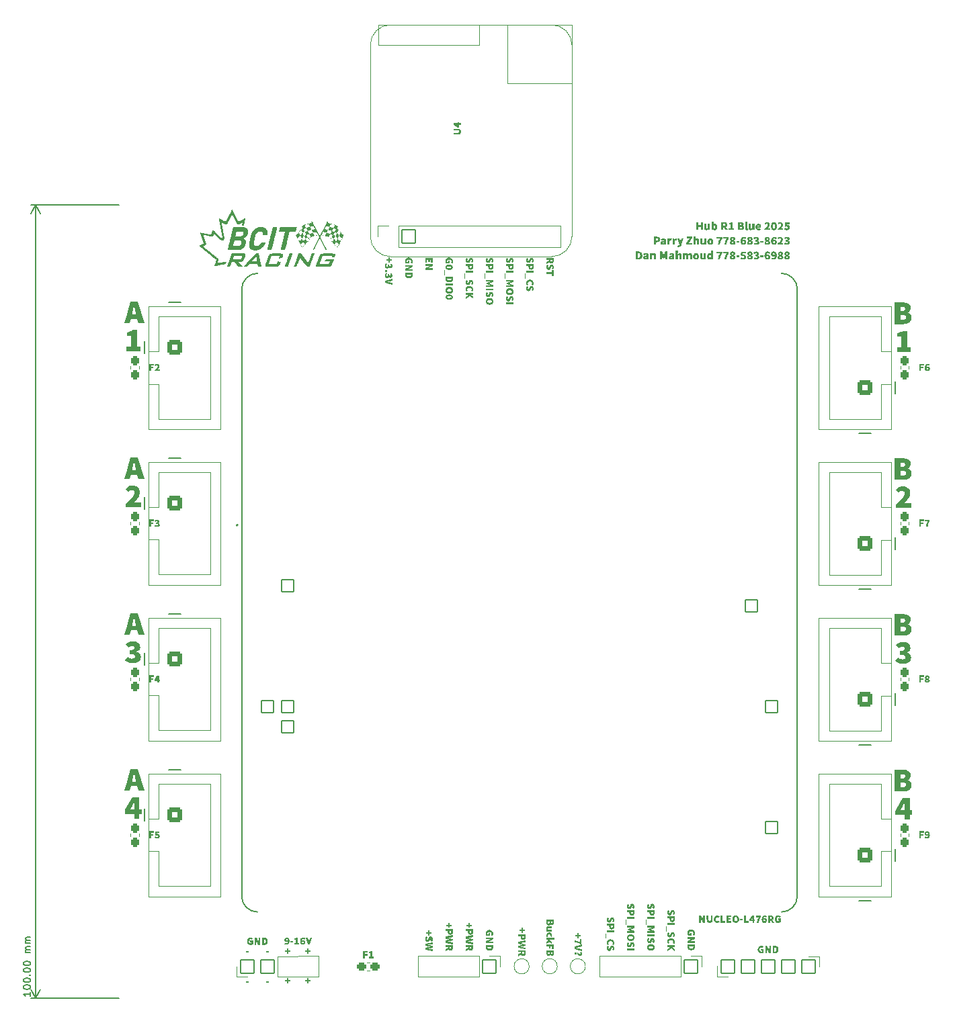
<source format=gto>
%TF.GenerationSoftware,KiCad,Pcbnew,9.0.3*%
%TF.CreationDate,2025-08-17T09:54:27-06:00*%
%TF.ProjectId,Hub,4875622e-6b69-4636-9164-5f7063625858,A*%
%TF.SameCoordinates,PX2aa5f80PY908ed60*%
%TF.FileFunction,Legend,Top*%
%TF.FilePolarity,Positive*%
%FSLAX46Y46*%
G04 Gerber Fmt 4.6, Leading zero omitted, Abs format (unit mm)*
G04 Created by KiCad (PCBNEW 9.0.3) date 2025-08-17 09:54:27*
%MOMM*%
%LPD*%
G01*
G04 APERTURE LIST*
G04 Aperture macros list*
%AMRoundRect*
0 Rectangle with rounded corners*
0 $1 Rounding radius*
0 $2 $3 $4 $5 $6 $7 $8 $9 X,Y pos of 4 corners*
0 Add a 4 corners polygon primitive as box body*
4,1,4,$2,$3,$4,$5,$6,$7,$8,$9,$2,$3,0*
0 Add four circle primitives for the rounded corners*
1,1,$1+$1,$2,$3*
1,1,$1+$1,$4,$5*
1,1,$1+$1,$6,$7*
1,1,$1+$1,$8,$9*
0 Add four rect primitives between the rounded corners*
20,1,$1+$1,$2,$3,$4,$5,0*
20,1,$1+$1,$4,$5,$6,$7,0*
20,1,$1+$1,$6,$7,$8,$9,0*
20,1,$1+$1,$8,$9,$2,$3,0*%
G04 Aperture macros list end*
%ADD10C,0.200000*%
%ADD11C,0.150000*%
%ADD12C,0.100000*%
%ADD13C,0.120000*%
%ADD14C,0.000000*%
%ADD15C,0.127000*%
%ADD16RoundRect,0.264706X0.635294X0.635294X-0.635294X0.635294X-0.635294X-0.635294X0.635294X-0.635294X0*%
%ADD17C,1.800000*%
%ADD18RoundRect,0.262500X0.262500X-0.312500X0.262500X0.312500X-0.262500X0.312500X-0.262500X-0.312500X0*%
%ADD19RoundRect,0.262500X-0.262500X0.312500X-0.262500X-0.312500X0.262500X-0.312500X0.262500X0.312500X0*%
%ADD20C,1.600000*%
%ADD21RoundRect,0.050000X-0.850000X0.850000X-0.850000X-0.850000X0.850000X-0.850000X0.850000X0.850000X0*%
%ADD22O,1.800000X1.800000*%
%ADD23C,3.300000*%
%ADD24RoundRect,0.264706X-0.635294X-0.635294X0.635294X-0.635294X0.635294X0.635294X-0.635294X0.635294X0*%
%ADD25C,1.728000*%
%ADD26RoundRect,0.102000X-0.762000X-0.762000X0.762000X-0.762000X0.762000X0.762000X-0.762000X0.762000X0*%
%ADD27RoundRect,0.262500X-0.312500X-0.262500X0.312500X-0.262500X0.312500X0.262500X-0.312500X0.262500X0*%
%ADD28RoundRect,0.050000X0.850000X-0.850000X0.850000X0.850000X-0.850000X0.850000X-0.850000X-0.850000X0*%
G04 APERTURE END LIST*
D10*
G36*
X57282721Y7938747D02*
G01*
X57282721Y8182196D01*
X57450638Y8182196D01*
X57450638Y7938747D01*
X57702452Y7938747D01*
X57702452Y7765274D01*
X57450638Y7765274D01*
X57450638Y7521886D01*
X57282721Y7521886D01*
X57282721Y7765274D01*
X57030907Y7765274D01*
X57030907Y7938747D01*
X57282721Y7938747D01*
G37*
G36*
X56905000Y7261889D02*
G01*
X57007788Y7254014D01*
X57098012Y7242350D01*
X57184914Y7225245D01*
X57267334Y7202477D01*
X57347409Y7172897D01*
X57426824Y7135310D01*
X57505055Y7090135D01*
X57590528Y7032484D01*
X57590528Y7413014D01*
X57791967Y7413014D01*
X57791967Y6777861D01*
X57643712Y6777861D01*
X57553957Y6848910D01*
X57475795Y6899555D01*
X57395867Y6939579D01*
X57314167Y6969530D01*
X57228698Y6990740D01*
X57133000Y7005190D01*
X56905000Y7021310D01*
X56905000Y7261889D01*
G37*
G36*
X57814377Y6733348D02*
G01*
X57814377Y6478724D01*
X57417055Y6383592D01*
X57273623Y6350008D01*
X57128848Y6316425D01*
X57128848Y6310869D01*
X57273623Y6276614D01*
X57417055Y6243702D01*
X57814377Y6151378D01*
X57814377Y5905120D01*
X56905000Y6173726D01*
X56905000Y6464742D01*
X57814377Y6733348D01*
G37*
G36*
X57246390Y5706551D02*
G01*
X57290163Y5709348D01*
X57328883Y5703803D01*
X57365356Y5691603D01*
X57398126Y5675104D01*
X57456195Y5631751D01*
X57506570Y5586261D01*
X57552060Y5550602D01*
X57574354Y5539421D01*
X57596146Y5535886D01*
X57629530Y5542128D01*
X57649940Y5558967D01*
X57661893Y5583858D01*
X57666060Y5614227D01*
X57661665Y5648538D01*
X57649269Y5675837D01*
X57607320Y5728960D01*
X57727609Y5860485D01*
X57780714Y5804091D01*
X57822742Y5738058D01*
X57842848Y5689828D01*
X57855001Y5638529D01*
X57859134Y5583452D01*
X57855559Y5527248D01*
X57845151Y5475741D01*
X57827071Y5428050D01*
X57801737Y5387631D01*
X57768343Y5354143D01*
X57725472Y5328157D01*
X57675643Y5312240D01*
X57612876Y5306481D01*
X57572519Y5310466D01*
X57538016Y5321868D01*
X57506296Y5338883D01*
X57477199Y5358932D01*
X57424016Y5406498D01*
X57372236Y5453393D01*
X57344591Y5472447D01*
X57314900Y5487648D01*
X57282917Y5496476D01*
X57246390Y5496746D01*
X57246390Y5706551D01*
G37*
G36*
X56888208Y5603053D02*
G01*
X56893041Y5642262D01*
X56906959Y5675364D01*
X56930157Y5703803D01*
X56960120Y5725432D01*
X56994228Y5738444D01*
X57033715Y5742943D01*
X57073201Y5738443D01*
X57107288Y5725430D01*
X57137213Y5703803D01*
X57160448Y5675359D01*
X57174384Y5642258D01*
X57179223Y5603053D01*
X57174383Y5563850D01*
X57160446Y5530770D01*
X57137213Y5502364D01*
X57107283Y5480701D01*
X57073197Y5467669D01*
X57033715Y5463163D01*
X56994232Y5467667D01*
X56960124Y5480699D01*
X56930157Y5502364D01*
X56906961Y5530765D01*
X56893042Y5563845D01*
X56888208Y5603053D01*
G37*
G36*
X97511375Y82019222D02*
G01*
X98082170Y82019222D01*
X98082170Y83395836D01*
X97578603Y83395836D01*
X97578603Y83840786D01*
X97796164Y83892184D01*
X97964567Y83945566D01*
X98121014Y84013303D01*
X98275244Y84100904D01*
X98804091Y84100904D01*
X98804091Y82019222D01*
X99282563Y82019222D01*
X99282563Y81440000D01*
X97511375Y81440000D01*
X97511375Y82019222D01*
G37*
G36*
X72614226Y10409378D02*
G01*
X72860422Y10409378D01*
X73061923Y10003629D01*
X73148629Y9799381D01*
X73154247Y9799381D01*
X73144416Y9879126D01*
X73134646Y9967970D01*
X73126952Y10058889D01*
X73123472Y10146328D01*
X73123472Y10409378D01*
X73352877Y10409378D01*
X73352877Y9500000D01*
X73106680Y9500000D01*
X72905180Y9907092D01*
X72818474Y10109997D01*
X72812856Y10109997D01*
X72832457Y9939271D01*
X72840911Y9847875D01*
X72843631Y9762989D01*
X72843631Y9500000D01*
X72614226Y9500000D01*
X72614226Y10409378D01*
G37*
G36*
X73927153Y9483209D02*
G01*
X73849314Y9488346D01*
X73783712Y9502771D01*
X73728368Y9525437D01*
X73681663Y9555909D01*
X73642427Y9594400D01*
X73611669Y9638929D01*
X73586275Y9693657D01*
X73566747Y9760438D01*
X73554024Y9841478D01*
X73549432Y9939271D01*
X73549432Y10409378D01*
X73790072Y10409378D01*
X73790072Y9911305D01*
X73794737Y9829809D01*
X73806537Y9775079D01*
X73822922Y9739908D01*
X73848430Y9712841D01*
X73882248Y9696253D01*
X73927153Y9690266D01*
X73972152Y9696223D01*
X74006483Y9712799D01*
X74032788Y9739908D01*
X74049913Y9775193D01*
X74062195Y9829930D01*
X74067043Y9911305D01*
X74067043Y10409378D01*
X74299318Y10409378D01*
X74299318Y9939271D01*
X74294812Y9841344D01*
X74282335Y9760241D01*
X74263203Y9693467D01*
X74238363Y9638811D01*
X74208338Y9594400D01*
X74169899Y9555913D01*
X74123963Y9525455D01*
X74069352Y9502792D01*
X74004421Y9488355D01*
X73927153Y9483209D01*
G37*
G36*
X74890386Y9483209D02*
G01*
X74805229Y9490422D01*
X74724545Y9511846D01*
X74673875Y9534330D01*
X74627870Y9563171D01*
X74586059Y9598614D01*
X74549817Y9639729D01*
X74518339Y9687942D01*
X74491659Y9744121D01*
X74472755Y9803408D01*
X74460851Y9870850D01*
X74456672Y9947698D01*
X74460973Y10023516D01*
X74473309Y10090987D01*
X74493064Y10151213D01*
X74520615Y10208361D01*
X74553022Y10258013D01*
X74590272Y10300934D01*
X74633001Y10338429D01*
X74679505Y10369350D01*
X74730163Y10393990D01*
X74783663Y10411851D01*
X74838771Y10422566D01*
X74895942Y10426169D01*
X74955745Y10422010D01*
X75009535Y10409979D01*
X75058242Y10390449D01*
X75125078Y10350715D01*
X75178592Y10305819D01*
X75052685Y10151946D01*
X75018143Y10178986D01*
X74983381Y10200184D01*
X74945777Y10214221D01*
X74901560Y10219113D01*
X74862169Y10214551D01*
X74825295Y10200916D01*
X74792027Y10179120D01*
X74762342Y10149137D01*
X74738367Y10112617D01*
X74718988Y10066583D01*
X74707126Y10015705D01*
X74702929Y9956063D01*
X74706883Y9890727D01*
X74717809Y9837367D01*
X74734635Y9793950D01*
X74756785Y9758776D01*
X74786194Y9728523D01*
X74819101Y9707443D01*
X74856231Y9694679D01*
X74898751Y9690266D01*
X74949646Y9696205D01*
X74993212Y9713347D01*
X75031865Y9738979D01*
X75063859Y9768607D01*
X75189766Y9617542D01*
X75148105Y9576016D01*
X75103215Y9542632D01*
X75054761Y9516792D01*
X75003003Y9498247D01*
X74948405Y9487020D01*
X74890386Y9483209D01*
G37*
G36*
X75315552Y10409378D02*
G01*
X75556192Y10409378D01*
X75556192Y9701440D01*
X75900330Y9701440D01*
X75900330Y9500000D01*
X75315552Y9500000D01*
X75315552Y10409378D01*
G37*
G36*
X76057073Y10409378D02*
G01*
X76644660Y10409378D01*
X76644660Y10207877D01*
X76297713Y10207877D01*
X76297713Y10065178D01*
X76594285Y10065178D01*
X76594285Y9863739D01*
X76297713Y9863739D01*
X76297713Y9701440D01*
X76658643Y9701440D01*
X76658643Y9500000D01*
X76057073Y9500000D01*
X76057073Y10409378D01*
G37*
G36*
X77279972Y10422620D02*
G01*
X77337121Y10412268D01*
X77390150Y10395395D01*
X77440126Y10371428D01*
X77484470Y10341182D01*
X77523751Y10304414D01*
X77557299Y10262195D01*
X77585998Y10213487D01*
X77609786Y10157502D01*
X77626442Y10098920D01*
X77636903Y10033045D01*
X77640560Y9958872D01*
X77636930Y9884716D01*
X77626495Y9818087D01*
X77609786Y9758104D01*
X77585934Y9700731D01*
X77557222Y9651112D01*
X77523751Y9608383D01*
X77484479Y9571128D01*
X77440127Y9540208D01*
X77390150Y9515388D01*
X77337058Y9497729D01*
X77279917Y9486914D01*
X77218081Y9483209D01*
X77155306Y9486941D01*
X77097948Y9497782D01*
X77045279Y9515388D01*
X76995735Y9540174D01*
X76951598Y9571088D01*
X76912350Y9608383D01*
X76878879Y9651112D01*
X76850168Y9700731D01*
X76826316Y9758104D01*
X76809607Y9818087D01*
X76799171Y9884716D01*
X76795541Y9958872D01*
X77041799Y9958872D01*
X77047732Y9876887D01*
X77063908Y9812547D01*
X77088633Y9762317D01*
X77114984Y9730144D01*
X77144798Y9708081D01*
X77178743Y9694840D01*
X77218081Y9690266D01*
X77257387Y9694840D01*
X77291301Y9708079D01*
X77321085Y9730142D01*
X77347408Y9762317D01*
X77372167Y9812552D01*
X77388362Y9876892D01*
X77394302Y9958872D01*
X77388272Y10040877D01*
X77372008Y10103623D01*
X77347408Y10151213D01*
X77321342Y10181302D01*
X77291660Y10202137D01*
X77257654Y10214740D01*
X77218081Y10219113D01*
X77178476Y10214739D01*
X77144438Y10202136D01*
X77114727Y10181300D01*
X77088633Y10151213D01*
X77064066Y10103628D01*
X77047822Y10040882D01*
X77041799Y9958872D01*
X76795541Y9958872D01*
X76799189Y10033039D01*
X76809641Y10099172D01*
X76826316Y10158235D01*
X76850162Y10214639D01*
X76878870Y10263321D01*
X76912350Y10305147D01*
X76951560Y10341511D01*
X76995689Y10371517D01*
X77045279Y10395395D01*
X77097883Y10412216D01*
X77155248Y10422593D01*
X77218081Y10426169D01*
X77279972Y10422620D01*
G37*
G36*
X77763720Y9939271D02*
G01*
X78116284Y9939271D01*
X78116284Y9771415D01*
X77763720Y9771415D01*
X77763720Y9939271D01*
G37*
G36*
X78278706Y10409378D02*
G01*
X78519346Y10409378D01*
X78519346Y9701440D01*
X78863484Y9701440D01*
X78863484Y9500000D01*
X78278706Y9500000D01*
X78278706Y10409378D01*
G37*
G36*
X79549013Y9880531D02*
G01*
X79644145Y9880531D01*
X79644145Y9698692D01*
X79549013Y9698692D01*
X79549013Y9500000D01*
X79325164Y9500000D01*
X79325164Y9698692D01*
X78947443Y9698692D01*
X78947443Y9866548D01*
X78955562Y9880531D01*
X79174100Y9880531D01*
X79325164Y9880531D01*
X79325164Y9981281D01*
X79325836Y10030923D01*
X79327973Y10086183D01*
X79330782Y10141443D01*
X79333591Y10191147D01*
X79327973Y10191147D01*
X79292985Y10111340D01*
X79255250Y10031656D01*
X79174100Y9880531D01*
X78955562Y9880531D01*
X79249632Y10386968D01*
X79549013Y10386968D01*
X79549013Y9880531D01*
G37*
G36*
X79887350Y9500000D02*
G01*
X79895225Y9602789D01*
X79906890Y9693013D01*
X79923994Y9779915D01*
X79946762Y9862335D01*
X79976342Y9942410D01*
X80013929Y10021825D01*
X80059104Y10100056D01*
X80116755Y10185529D01*
X79736225Y10185529D01*
X79736225Y10386968D01*
X80371379Y10386968D01*
X80371379Y10238713D01*
X80300329Y10148958D01*
X80249685Y10070796D01*
X80209660Y9990868D01*
X80179709Y9909168D01*
X80158499Y9823699D01*
X80144049Y9728001D01*
X80127929Y9500000D01*
X79887350Y9500000D01*
G37*
G36*
X80912321Y10399730D02*
G01*
X80966432Y10388304D01*
X81013249Y10370177D01*
X81077208Y10332869D01*
X81126577Y10291836D01*
X81000670Y10149137D01*
X80976549Y10170923D01*
X80941869Y10191818D01*
X80903613Y10206098D01*
X80866398Y10210686D01*
X80834959Y10207684D01*
X80805520Y10198779D01*
X80779041Y10183092D01*
X80755145Y10158235D01*
X80736043Y10126683D01*
X80719486Y10084046D01*
X80708688Y10035757D01*
X80702694Y9971450D01*
X80740429Y10009247D01*
X80784515Y10037213D01*
X80829273Y10054004D01*
X80869145Y10059622D01*
X80924001Y10055523D01*
X80974780Y10043502D01*
X81021308Y10022867D01*
X81060143Y9993860D01*
X81091663Y9956419D01*
X81116747Y9908497D01*
X81132164Y9853797D01*
X81137751Y9785398D01*
X81131392Y9716688D01*
X81113266Y9658087D01*
X81084201Y9605988D01*
X81046832Y9562954D01*
X81001596Y9528652D01*
X80948891Y9503481D01*
X80891611Y9488347D01*
X80830006Y9483209D01*
X80766466Y9489272D01*
X80703366Y9507694D01*
X80644986Y9538971D01*
X80592174Y9585302D01*
X80562625Y9622766D01*
X80536197Y9668304D01*
X80513100Y9723116D01*
X80497080Y9780356D01*
X80491621Y9816173D01*
X80708250Y9816173D01*
X80717303Y9772264D01*
X80728523Y9739908D01*
X80743004Y9711924D01*
X80757221Y9692342D01*
X80773600Y9677333D01*
X80790072Y9668589D01*
X80824388Y9662300D01*
X80859755Y9668884D01*
X80890822Y9688861D01*
X80905481Y9708750D01*
X80915579Y9739497D01*
X80919521Y9785398D01*
X80917196Y9815915D01*
X80911094Y9837849D01*
X80901211Y9856446D01*
X80889418Y9870028D01*
X80875039Y9880122D01*
X80857971Y9886820D01*
X80821579Y9891705D01*
X80791547Y9887452D01*
X80761434Y9874242D01*
X80734559Y9852188D01*
X80708250Y9816173D01*
X80491621Y9816173D01*
X80486752Y9848120D01*
X80483059Y9928097D01*
X80486774Y10008005D01*
X80497290Y10077524D01*
X80513833Y10137963D01*
X80537404Y10196088D01*
X80564507Y10245138D01*
X80594922Y10286218D01*
X80630743Y10322547D01*
X80669577Y10351764D01*
X80711731Y10374390D01*
X80779600Y10396450D01*
X80849606Y10403760D01*
X80912321Y10399730D01*
G37*
G36*
X81701696Y10405823D02*
G01*
X81769119Y10395395D01*
X81832300Y10376142D01*
X81885257Y10347828D01*
X81929575Y10308819D01*
X81964330Y10257581D01*
X81980018Y10218712D01*
X81990088Y10171900D01*
X81993701Y10115554D01*
X81988846Y10051292D01*
X81975247Y9997837D01*
X81953828Y9953254D01*
X81924186Y9913459D01*
X81888689Y9880049D01*
X81846788Y9852565D01*
X82044076Y9500000D01*
X81775470Y9500000D01*
X81618788Y9804999D01*
X81526464Y9804999D01*
X81526464Y9500000D01*
X81285824Y9500000D01*
X81285824Y9995264D01*
X81526464Y9995264D01*
X81613170Y9995264D01*
X81670411Y10001147D01*
X81709873Y10016569D01*
X81736427Y10039870D01*
X81752735Y10071848D01*
X81758678Y10115554D01*
X81753993Y10152756D01*
X81741442Y10178798D01*
X81721614Y10196703D01*
X81695824Y10208284D01*
X81660562Y10216147D01*
X81613170Y10219113D01*
X81526464Y10219113D01*
X81526464Y9995264D01*
X81285824Y9995264D01*
X81285824Y10409378D01*
X81629962Y10409378D01*
X81701696Y10405823D01*
G37*
G36*
X82586722Y9483209D02*
G01*
X82493623Y9490490D01*
X82407631Y9511846D01*
X82353685Y9534451D01*
X82305144Y9563325D01*
X82261452Y9598614D01*
X82223463Y9639895D01*
X82190828Y9688121D01*
X82163510Y9744121D01*
X82144234Y9803443D01*
X82132106Y9870882D01*
X82127851Y9947698D01*
X82132152Y10023516D01*
X82144489Y10090987D01*
X82164243Y10151213D01*
X82191901Y10208263D01*
X82224764Y10257919D01*
X82262856Y10300934D01*
X82306566Y10338288D01*
X82354673Y10369234D01*
X82407631Y10393990D01*
X82463431Y10411824D01*
X82521125Y10422555D01*
X82581166Y10426169D01*
X82647532Y10421900D01*
X82705140Y10409761D01*
X82755311Y10390449D01*
X82823907Y10350586D01*
X82877738Y10305819D01*
X82751830Y10151946D01*
X82717075Y10178896D01*
X82681183Y10200184D01*
X82641328Y10214045D01*
X82589531Y10219113D01*
X82544766Y10214490D01*
X82504168Y10200916D01*
X82467608Y10178978D01*
X82435658Y10149137D01*
X82410010Y10112447D01*
X82390168Y10066583D01*
X82378306Y10015705D01*
X82374109Y9956063D01*
X82378284Y9890971D01*
X82389850Y9837690D01*
X82407740Y9794182D01*
X82431445Y9758776D01*
X82462339Y9730136D01*
X82501385Y9708898D01*
X82550422Y9695227D01*
X82611940Y9690266D01*
X82650347Y9694479D01*
X82681855Y9707057D01*
X82681855Y9832965D01*
X82547582Y9832965D01*
X82547582Y10028847D01*
X82894529Y10028847D01*
X82894529Y9595133D01*
X82839714Y9553630D01*
X82764409Y9516059D01*
X82709440Y9498023D01*
X82650425Y9486986D01*
X82586722Y9483209D01*
G37*
G36*
X98266818Y42116292D02*
G01*
X98050221Y42128487D01*
X97864232Y42162901D01*
X97704449Y42217043D01*
X97554642Y42294088D01*
X97426710Y42386325D01*
X97318301Y42494014D01*
X97645647Y42947390D01*
X97773097Y42844368D01*
X97907964Y42764757D01*
X98050795Y42712426D01*
X98191347Y42695514D01*
X98356415Y42712755D01*
X98472532Y42758346D01*
X98531080Y42807640D01*
X98565466Y42869283D01*
X98577495Y42947390D01*
X98570912Y43020073D01*
X98552216Y43081662D01*
X98517130Y43134566D01*
X98455679Y43182412D01*
X98375865Y43217127D01*
X98254178Y43245244D01*
X98114191Y43260401D01*
X97914376Y43266310D01*
X97914376Y43769878D01*
X98075153Y43775699D01*
X98193362Y43790943D01*
X98298042Y43818197D01*
X98371781Y43851760D01*
X98430513Y43896858D01*
X98466303Y43946282D01*
X98486508Y44003824D01*
X98493597Y44072128D01*
X98475753Y44180000D01*
X98427226Y44252097D01*
X98345568Y44297938D01*
X98216443Y44315577D01*
X98087622Y44301498D01*
X97977207Y44260989D01*
X97872358Y44196495D01*
X97746398Y44097407D01*
X97385529Y44533747D01*
X97588852Y44680920D01*
X97792559Y44787637D01*
X97934983Y44837342D01*
X98086947Y44867617D01*
X98250148Y44877946D01*
X98471969Y44864122D01*
X98659643Y44825286D01*
X98818510Y44764342D01*
X98953018Y44682674D01*
X99067224Y44575438D01*
X99148012Y44449804D01*
X99197821Y44302138D01*
X99215335Y44126716D01*
X99198693Y43982115D01*
X99150287Y43855650D01*
X99069319Y43742969D01*
X98951036Y43641697D01*
X98787238Y43551708D01*
X98787238Y43534855D01*
X98931872Y43476353D01*
X99054053Y43400128D01*
X99156717Y43306060D01*
X99234465Y43193687D01*
X99282459Y43059331D01*
X99299416Y42897015D01*
X99277764Y42716659D01*
X99215335Y42563257D01*
X99117704Y42430040D01*
X98990754Y42317793D01*
X98840654Y42230783D01*
X98661392Y42166667D01*
X98469535Y42129042D01*
X98266818Y42116292D01*
G37*
G36*
X351125Y62304577D02*
G01*
X789663Y62716004D01*
X1144303Y63079071D01*
X1283159Y63250370D01*
X1381341Y63402205D01*
X1447370Y63555573D01*
X1467437Y63689618D01*
X1455904Y63806613D01*
X1424885Y63892955D01*
X1377128Y63956148D01*
X1312390Y64003101D01*
X1234594Y64032020D01*
X1140090Y64042243D01*
X1013048Y64022628D01*
X902869Y63964574D01*
X703567Y63790368D01*
X317602Y64176516D01*
X523133Y64367391D01*
X627194Y64442344D01*
X735075Y64501664D01*
X849047Y64547243D01*
X970097Y64579333D01*
X1097088Y64598046D01*
X1240840Y64604612D01*
X1436575Y64588401D01*
X1610136Y64541598D01*
X1767862Y64465313D01*
X1899747Y64365376D01*
X2007276Y64240898D01*
X2088607Y64090420D01*
X2138528Y63922574D01*
X2155835Y63731566D01*
X2139032Y63572997D01*
X2086592Y63406418D01*
X2008374Y63243006D01*
X1908173Y63076873D01*
X1792924Y62916328D01*
X1662526Y62757953D01*
X1391966Y62464129D01*
X1620760Y62487210D01*
X1836915Y62497651D01*
X2281681Y62497651D01*
X2281681Y61893333D01*
X351125Y61893333D01*
X351125Y62304577D01*
G37*
G36*
X50202721Y8599180D02*
G01*
X50202721Y8842629D01*
X50370638Y8842629D01*
X50370638Y8599180D01*
X50622452Y8599180D01*
X50622452Y8425707D01*
X50370638Y8425707D01*
X50370638Y8182319D01*
X50202721Y8182319D01*
X50202721Y8425707D01*
X49950907Y8425707D01*
X49950907Y8599180D01*
X50202721Y8599180D01*
G37*
G36*
X50734377Y7701282D02*
G01*
X50730630Y7628246D01*
X50719661Y7559988D01*
X50699404Y7496254D01*
X50669286Y7442507D01*
X50628355Y7397500D01*
X50575558Y7362090D01*
X50535742Y7345949D01*
X50488438Y7335657D01*
X50432187Y7331987D01*
X50376863Y7335601D01*
X50329224Y7345844D01*
X50288084Y7362090D01*
X50232991Y7397503D01*
X50189410Y7442507D01*
X50156112Y7496138D01*
X50132074Y7558583D01*
X50117971Y7625400D01*
X50113206Y7695726D01*
X50113206Y7706900D01*
X50303471Y7706900D01*
X50307793Y7660467D01*
X50319374Y7626242D01*
X50337055Y7601265D01*
X50361485Y7582809D01*
X50392546Y7571202D01*
X50432187Y7567010D01*
X50471290Y7571770D01*
X50499207Y7584586D01*
X50518893Y7604806D01*
X50532076Y7631219D01*
X50540846Y7666333D01*
X50544112Y7712518D01*
X50544112Y7793606D01*
X50303471Y7793606D01*
X50303471Y7706900D01*
X50113206Y7706900D01*
X50113206Y7793606D01*
X49825000Y7793606D01*
X49825000Y8034246D01*
X50734377Y8034246D01*
X50734377Y7701282D01*
G37*
G36*
X50734377Y7270072D02*
G01*
X50734377Y7023814D01*
X50337055Y6973500D01*
X50194295Y6958112D01*
X50051657Y6942664D01*
X50051657Y6937108D01*
X50194295Y6911951D01*
X50337055Y6886732D01*
X50734377Y6799965D01*
X50734377Y6598526D01*
X50337055Y6511820D01*
X50196432Y6486602D01*
X50051657Y6461445D01*
X50051657Y6455827D01*
X50195699Y6440501D01*
X50337055Y6425052D01*
X50734377Y6374677D01*
X50734377Y6145272D01*
X49825000Y6296336D01*
X49825000Y6601335D01*
X50185929Y6671310D01*
X50293640Y6690178D01*
X50398604Y6704833D01*
X50398604Y6710450D01*
X50293640Y6725166D01*
X50185929Y6744034D01*
X49825000Y6811200D01*
X49825000Y7110581D01*
X50734377Y7270072D01*
G37*
G36*
X50734377Y5686340D02*
G01*
X50730822Y5614606D01*
X50720394Y5547183D01*
X50701141Y5484002D01*
X50672827Y5431045D01*
X50633818Y5386727D01*
X50582580Y5351971D01*
X50543711Y5336284D01*
X50496899Y5326214D01*
X50440553Y5322601D01*
X50376291Y5327456D01*
X50322836Y5341055D01*
X50278253Y5362474D01*
X50238458Y5392116D01*
X50205048Y5427613D01*
X50177564Y5469513D01*
X49825000Y5272226D01*
X49825000Y5540832D01*
X50129998Y5697514D01*
X50129998Y5703132D01*
X50320263Y5703132D01*
X50326146Y5645890D01*
X50341568Y5606429D01*
X50364869Y5579875D01*
X50396847Y5563566D01*
X50440553Y5557624D01*
X50477755Y5562309D01*
X50503797Y5574859D01*
X50521702Y5594688D01*
X50533283Y5620477D01*
X50541146Y5655740D01*
X50544112Y5703132D01*
X50544112Y5789838D01*
X50320263Y5789838D01*
X50320263Y5703132D01*
X50129998Y5703132D01*
X50129998Y5789838D01*
X49825000Y5789838D01*
X49825000Y6030478D01*
X50734377Y6030478D01*
X50734377Y5686340D01*
G37*
G36*
X2693108Y85040000D02*
G01*
X1929239Y85040000D01*
X1794966Y85619222D01*
X1031097Y85619222D01*
X896641Y85040000D01*
X158051Y85040000D01*
X504465Y86177378D01*
X1161156Y86177378D01*
X1664724Y86177378D01*
X1618562Y86366239D01*
X1517812Y86794336D01*
X1417062Y87230859D01*
X1400392Y87230859D01*
X1305870Y86792138D01*
X1207318Y86366239D01*
X1161156Y86177378D01*
X504465Y86177378D01*
X988965Y87768132D01*
X1862011Y87768132D01*
X2693108Y85040000D01*
G37*
G36*
X54274377Y9549468D02*
G01*
X54271676Y9479240D01*
X54263874Y9415134D01*
X54249253Y9355044D01*
X54228154Y9306019D01*
X54198203Y9264524D01*
X54158911Y9232624D01*
X54128410Y9217967D01*
X54091792Y9208656D01*
X54047719Y9205330D01*
X54018390Y9207405D01*
X53988246Y9213756D01*
X53930910Y9236837D01*
X53905066Y9253169D01*
X53882611Y9272496D01*
X53864362Y9294974D01*
X53851837Y9320002D01*
X53846280Y9320002D01*
X53829645Y9278287D01*
X53806202Y9241432D01*
X53775572Y9208810D01*
X53739004Y9184444D01*
X53692596Y9168941D01*
X53633606Y9163320D01*
X53587733Y9166715D01*
X53547713Y9176422D01*
X53512583Y9192018D01*
X53466060Y9225626D01*
X53428625Y9269016D01*
X53400579Y9320602D01*
X53380387Y9383016D01*
X53368918Y9449849D01*
X53365000Y9521502D01*
X53365000Y9538294D01*
X53549647Y9538294D01*
X53554884Y9481756D01*
X53568414Y9443559D01*
X53588349Y9418574D01*
X53614917Y9403671D01*
X53650397Y9398343D01*
X53682090Y9402557D01*
X53705114Y9414069D01*
X53721716Y9432659D01*
X53736633Y9472198D01*
X53742721Y9538294D01*
X53742721Y9555085D01*
X53919003Y9555085D01*
X53922290Y9516605D01*
X53931025Y9488525D01*
X53944160Y9468318D01*
X53962582Y9452933D01*
X53984607Y9443619D01*
X54011327Y9440352D01*
X54037845Y9443788D01*
X54057288Y9453186D01*
X54071472Y9468318D01*
X54084404Y9500754D01*
X54089668Y9555085D01*
X54089668Y9636174D01*
X53919003Y9636174D01*
X53919003Y9555085D01*
X53742721Y9555085D01*
X53742721Y9636174D01*
X53549647Y9636174D01*
X53549647Y9538294D01*
X53365000Y9538294D01*
X53365000Y9876814D01*
X54274377Y9876814D01*
X54274377Y9549468D01*
G37*
G36*
X53348208Y8826936D02*
G01*
X53353565Y8881686D01*
X53368480Y8925611D01*
X53393028Y8963246D01*
X53425877Y8993449D01*
X53465847Y9016116D01*
X53515392Y9032650D01*
X53569655Y9041920D01*
X53633606Y9045228D01*
X54064511Y9045228D01*
X54064511Y8804588D01*
X53664380Y8804588D01*
X53603316Y8799351D01*
X53574804Y8787797D01*
X53558447Y8767044D01*
X53552456Y8734613D01*
X53556192Y8703075D01*
X53566439Y8679353D01*
X53583867Y8658562D01*
X53614005Y8633924D01*
X54064511Y8633924D01*
X54064511Y8393283D01*
X53365000Y8393283D01*
X53365000Y8589105D01*
X53457323Y8605897D01*
X53457323Y8611514D01*
X53411680Y8656360D01*
X53377578Y8704571D01*
X53361650Y8739717D01*
X53351702Y8780153D01*
X53348208Y8826936D01*
G37*
G36*
X53348208Y7914506D02*
G01*
X53354440Y7986813D01*
X53372693Y8052992D01*
X53402900Y8113363D01*
X53444012Y8164916D01*
X53495610Y8206959D01*
X53559417Y8239777D01*
X53630969Y8259969D01*
X53714755Y8267071D01*
X53771944Y8263475D01*
X53823435Y8253088D01*
X53870033Y8236296D01*
X53933689Y8199898D01*
X53985437Y8153742D01*
X54026592Y8098179D01*
X54056817Y8034124D01*
X54075140Y7964940D01*
X54081303Y7892097D01*
X54076213Y7831222D01*
X54061702Y7778829D01*
X54038537Y7730753D01*
X54008579Y7687849D01*
X53854645Y7799773D01*
X53871937Y7823353D01*
X53881207Y7841111D01*
X53888229Y7878114D01*
X53882736Y7920649D01*
X53867144Y7954984D01*
X53841334Y7983077D01*
X53808152Y8003291D01*
X53766685Y8016163D01*
X53714755Y8020813D01*
X53662880Y8016085D01*
X53621390Y8002979D01*
X53588115Y7982345D01*
X53561742Y7954092D01*
X53546461Y7922588D01*
X53541282Y7886540D01*
X53544377Y7857567D01*
X53553860Y7828472D01*
X53568160Y7800715D01*
X53586039Y7774616D01*
X53429357Y7682292D01*
X53390027Y7738300D01*
X53365671Y7797697D01*
X53352389Y7859259D01*
X53348208Y7914506D01*
G37*
G36*
X54338735Y7570246D02*
G01*
X54338735Y7335223D01*
X53821062Y7335223D01*
X53821062Y7329606D01*
X54064511Y7136532D01*
X54064511Y6876352D01*
X53773496Y7125358D01*
X53365000Y6862369D01*
X53365000Y7122549D01*
X53614005Y7262439D01*
X53532855Y7335223D01*
X53365000Y7335223D01*
X53365000Y7570246D01*
X54338735Y7570246D01*
G37*
G36*
X54274377Y6756368D02*
G01*
X54274377Y6163224D01*
X54072876Y6163224D01*
X54072876Y6515727D01*
X53899403Y6515727D01*
X53899403Y6213538D01*
X53697964Y6213538D01*
X53697964Y6515727D01*
X53365000Y6515727D01*
X53365000Y6756368D01*
X54274377Y6756368D01*
G37*
G36*
X54274377Y5678707D02*
G01*
X54271676Y5608479D01*
X54263874Y5544374D01*
X54249253Y5484283D01*
X54228154Y5435258D01*
X54198203Y5393763D01*
X54158911Y5361863D01*
X54128410Y5347206D01*
X54091792Y5337895D01*
X54047719Y5334569D01*
X54018390Y5336644D01*
X53988246Y5342995D01*
X53930910Y5366076D01*
X53905066Y5382409D01*
X53882611Y5401736D01*
X53864362Y5424214D01*
X53851837Y5449241D01*
X53846280Y5449241D01*
X53829645Y5407527D01*
X53806202Y5370671D01*
X53775572Y5338049D01*
X53739004Y5313684D01*
X53692596Y5298180D01*
X53633606Y5292559D01*
X53587733Y5295955D01*
X53547713Y5305661D01*
X53512583Y5321258D01*
X53466060Y5354866D01*
X53428625Y5398255D01*
X53400579Y5449841D01*
X53380387Y5512256D01*
X53368918Y5579089D01*
X53365000Y5650741D01*
X53365000Y5667533D01*
X53549647Y5667533D01*
X53554884Y5610995D01*
X53568414Y5572798D01*
X53588349Y5547813D01*
X53614917Y5532910D01*
X53650397Y5527582D01*
X53682090Y5531796D01*
X53705114Y5543308D01*
X53721716Y5561898D01*
X53736633Y5601438D01*
X53742721Y5667533D01*
X53742721Y5684325D01*
X53919003Y5684325D01*
X53922290Y5645845D01*
X53931025Y5617765D01*
X53944160Y5597558D01*
X53962582Y5582172D01*
X53984607Y5572859D01*
X54011327Y5569592D01*
X54037845Y5573028D01*
X54057288Y5582425D01*
X54071472Y5597558D01*
X54084404Y5629993D01*
X54089668Y5684325D01*
X54089668Y5765413D01*
X53919003Y5765413D01*
X53919003Y5684325D01*
X53742721Y5684325D01*
X53742721Y5765413D01*
X53549647Y5765413D01*
X53549647Y5667533D01*
X53365000Y5667533D01*
X53365000Y6006054D01*
X54274377Y6006054D01*
X54274377Y5678707D01*
G37*
G36*
X2693108Y26130000D02*
G01*
X1929239Y26130000D01*
X1794966Y26709222D01*
X1031097Y26709222D01*
X896641Y26130000D01*
X158051Y26130000D01*
X504465Y27267378D01*
X1161156Y27267378D01*
X1664724Y27267378D01*
X1618562Y27456239D01*
X1517812Y27884336D01*
X1417062Y28320859D01*
X1400392Y28320859D01*
X1305870Y27882138D01*
X1207318Y27456239D01*
X1161156Y27267378D01*
X504465Y27267378D01*
X988965Y28858132D01*
X1862011Y28858132D01*
X2693108Y26130000D01*
G37*
G36*
X99123011Y23671592D02*
G01*
X99408409Y23671592D01*
X99408409Y23126075D01*
X99123011Y23126075D01*
X99123011Y22530000D01*
X98451466Y22530000D01*
X98451466Y23126075D01*
X97318301Y23126075D01*
X97318301Y23629643D01*
X97342659Y23671592D01*
X97998273Y23671592D01*
X98451466Y23671592D01*
X98451466Y23973842D01*
X98453481Y24122769D01*
X98459892Y24288549D01*
X98468318Y24454329D01*
X98476745Y24603439D01*
X98459892Y24603439D01*
X98354929Y24364020D01*
X98241722Y24124967D01*
X97998273Y23671592D01*
X97342659Y23671592D01*
X98224869Y25190904D01*
X99123011Y25190904D01*
X99123011Y23671592D01*
G37*
G36*
X2088607Y23761592D02*
G01*
X2374005Y23761592D01*
X2374005Y23216075D01*
X2088607Y23216075D01*
X2088607Y22620000D01*
X1417062Y22620000D01*
X1417062Y23216075D01*
X283897Y23216075D01*
X283897Y23719643D01*
X308255Y23761592D01*
X963869Y23761592D01*
X1417062Y23761592D01*
X1417062Y24063842D01*
X1419077Y24212769D01*
X1425488Y24378549D01*
X1433914Y24544329D01*
X1442341Y24693439D01*
X1425488Y24693439D01*
X1320525Y24454020D01*
X1207318Y24214967D01*
X963869Y23761592D01*
X308255Y23761592D01*
X1190465Y25280904D01*
X2088607Y25280904D01*
X2088607Y23761592D01*
G37*
G36*
X476971Y82109222D02*
G01*
X1047766Y82109222D01*
X1047766Y83485836D01*
X544199Y83485836D01*
X544199Y83930786D01*
X761760Y83982184D01*
X930163Y84035566D01*
X1086610Y84103303D01*
X1240840Y84190904D01*
X1769687Y84190904D01*
X1769687Y82109222D01*
X2248159Y82109222D01*
X2248159Y81530000D01*
X476971Y81530000D01*
X476971Y82109222D01*
G37*
G36*
X72228049Y97810776D02*
G01*
X72492753Y97810776D01*
X72492753Y97438337D01*
X72791242Y97438337D01*
X72791242Y97810776D01*
X73055946Y97810776D01*
X73055946Y96810461D01*
X72791242Y96810461D01*
X72791242Y97207484D01*
X72492753Y97207484D01*
X72492753Y96810461D01*
X72228049Y96810461D01*
X72228049Y97810776D01*
G37*
G36*
X73490381Y96791991D02*
G01*
X73430156Y96797883D01*
X73381840Y96814290D01*
X73340440Y96841293D01*
X73307217Y96877427D01*
X73282284Y96921394D01*
X73264096Y96975893D01*
X73253899Y97035582D01*
X73250260Y97105928D01*
X73250260Y97579924D01*
X73514964Y97579924D01*
X73514964Y97139780D01*
X73520726Y97072609D01*
X73533435Y97041247D01*
X73556263Y97023254D01*
X73591937Y97016664D01*
X73626629Y97020773D01*
X73652723Y97032045D01*
X73675593Y97051216D01*
X73702695Y97084368D01*
X73702695Y97579924D01*
X73967400Y97579924D01*
X73967400Y96810461D01*
X73751996Y96810461D01*
X73733525Y96912018D01*
X73727346Y96912018D01*
X73678015Y96861810D01*
X73624983Y96824298D01*
X73586322Y96806777D01*
X73541843Y96795834D01*
X73490381Y96791991D01*
G37*
G36*
X74410969Y97632247D02*
G01*
X74404790Y97521422D01*
X74447255Y97554217D01*
X74494054Y97578379D01*
X74543951Y97593446D01*
X74594066Y97598395D01*
X74659367Y97591308D01*
X74717183Y97570655D01*
X74768344Y97537375D01*
X74811820Y97492204D01*
X74846048Y97437276D01*
X74872606Y97369088D01*
X74888572Y97294410D01*
X74894167Y97209029D01*
X74887095Y97112392D01*
X74867233Y97031306D01*
X74835103Y96958351D01*
X74795633Y96900465D01*
X74747262Y96853341D01*
X74693338Y96819663D01*
X74634390Y96798844D01*
X74574050Y96791991D01*
X74524194Y96798203D01*
X74474039Y96817380D01*
X74427145Y96848162D01*
X74380207Y96893547D01*
X74374027Y96893547D01*
X74352467Y96810461D01*
X74146265Y96810461D01*
X74146265Y97327511D01*
X74410969Y97327511D01*
X74410969Y97044403D01*
X74435012Y97025935D01*
X74458658Y97015119D01*
X74509436Y97007462D01*
X74538201Y97012033D01*
X74564531Y97025874D01*
X74589431Y97050516D01*
X74606390Y97081574D01*
X74618537Y97130545D01*
X74623351Y97204395D01*
X74619595Y97268157D01*
X74609980Y97312115D01*
X74596417Y97341348D01*
X74575600Y97364344D01*
X74549271Y97378074D01*
X74515615Y97382924D01*
X74486109Y97379747D01*
X74460941Y97370632D01*
X74437879Y97354861D01*
X74410969Y97327511D01*
X74146265Y97327511D01*
X74146265Y97881570D01*
X74410969Y97881570D01*
X74410969Y97632247D01*
G37*
G36*
X75825690Y97806866D02*
G01*
X75899855Y97795395D01*
X75969354Y97774217D01*
X76027606Y97743072D01*
X76076356Y97700162D01*
X76114587Y97643800D01*
X76131844Y97601044D01*
X76142921Y97549551D01*
X76146895Y97487570D01*
X76141554Y97416882D01*
X76126596Y97358082D01*
X76103035Y97309041D01*
X76070429Y97265266D01*
X76031382Y97228515D01*
X75985291Y97198283D01*
X76202307Y96810461D01*
X75906841Y96810461D01*
X75734491Y97145960D01*
X75632934Y97145960D01*
X75632934Y96810461D01*
X75368230Y96810461D01*
X75368230Y97355251D01*
X75632934Y97355251D01*
X75728311Y97355251D01*
X75791277Y97361722D01*
X75834685Y97378687D01*
X75863893Y97404318D01*
X75881833Y97439494D01*
X75888370Y97487570D01*
X75883217Y97528493D01*
X75869411Y97557139D01*
X75847599Y97576834D01*
X75819231Y97589574D01*
X75780443Y97598223D01*
X75728311Y97601485D01*
X75632934Y97601485D01*
X75632934Y97355251D01*
X75368230Y97355251D01*
X75368230Y97810776D01*
X75746782Y97810776D01*
X75825690Y97806866D01*
G37*
G36*
X76328312Y97022843D02*
G01*
X76537604Y97022843D01*
X76537604Y97527601D01*
X76352962Y97527601D01*
X76352962Y97690749D01*
X76432735Y97709595D01*
X76494483Y97729169D01*
X76551847Y97754006D01*
X76608398Y97786126D01*
X76802308Y97786126D01*
X76802308Y97022843D01*
X76977748Y97022843D01*
X76977748Y96810461D01*
X76328312Y96810461D01*
X76328312Y97022843D01*
G37*
G36*
X77912987Y97807806D02*
G01*
X77983503Y97799224D01*
X78049603Y97783140D01*
X78103530Y97759931D01*
X78149174Y97726985D01*
X78184265Y97683764D01*
X78200387Y97650213D01*
X78210630Y97609934D01*
X78214288Y97561453D01*
X78212006Y97529192D01*
X78205019Y97496033D01*
X78179630Y97432963D01*
X78161665Y97404535D01*
X78140405Y97379834D01*
X78115679Y97359760D01*
X78088149Y97345982D01*
X78088149Y97339870D01*
X78134035Y97321571D01*
X78174576Y97295785D01*
X78210460Y97262091D01*
X78237262Y97221866D01*
X78254316Y97170818D01*
X78260499Y97105928D01*
X78256764Y97055468D01*
X78246087Y97011446D01*
X78228931Y96972804D01*
X78191962Y96921628D01*
X78144233Y96880449D01*
X78087489Y96849599D01*
X78018833Y96827388D01*
X77945317Y96814772D01*
X77866499Y96810461D01*
X77475655Y96810461D01*
X77475655Y97013574D01*
X77740359Y97013574D01*
X77848028Y97013574D01*
X77910220Y97019334D01*
X77952236Y97034218D01*
X77979720Y97056146D01*
X77996113Y97085370D01*
X78001974Y97124399D01*
X77997338Y97159261D01*
X77984675Y97184587D01*
X77964226Y97202850D01*
X77920733Y97219259D01*
X77848028Y97225955D01*
X77740359Y97225955D01*
X77740359Y97013574D01*
X77475655Y97013574D01*
X77475655Y97419866D01*
X77740359Y97419866D01*
X77829557Y97419866D01*
X77871885Y97423481D01*
X77902773Y97433089D01*
X77925001Y97447538D01*
X77941924Y97467802D01*
X77952170Y97492029D01*
X77955763Y97521422D01*
X77951984Y97550591D01*
X77941646Y97571979D01*
X77925001Y97587581D01*
X77889321Y97601807D01*
X77829557Y97607597D01*
X77740359Y97607597D01*
X77740359Y97419866D01*
X77475655Y97419866D01*
X77475655Y97810776D01*
X77835736Y97810776D01*
X77912987Y97807806D01*
G37*
G36*
X78633543Y96791991D02*
G01*
X78569190Y96797597D01*
X78520434Y96812745D01*
X78479222Y96838162D01*
X78447357Y96871986D01*
X78424046Y96913347D01*
X78408132Y96963535D01*
X78399598Y97018232D01*
X78396579Y97081345D01*
X78396579Y97881570D01*
X78661283Y97881570D01*
X78661283Y97072076D01*
X78665644Y97036121D01*
X78675858Y97018208D01*
X78691007Y97007495D01*
X78704337Y97004372D01*
X78717435Y97004372D01*
X78732077Y97007462D01*
X78762839Y96813551D01*
X78709710Y96798170D01*
X78633543Y96791991D01*
G37*
G36*
X79089404Y96791991D02*
G01*
X79029179Y96797883D01*
X78980863Y96814290D01*
X78939463Y96841293D01*
X78906240Y96877427D01*
X78881307Y96921394D01*
X78863119Y96975893D01*
X78852922Y97035582D01*
X78849283Y97105928D01*
X78849283Y97579924D01*
X79113987Y97579924D01*
X79113987Y97139780D01*
X79119749Y97072609D01*
X79132458Y97041247D01*
X79155286Y97023254D01*
X79190960Y97016664D01*
X79225652Y97020773D01*
X79251746Y97032045D01*
X79274616Y97051216D01*
X79301718Y97084368D01*
X79301718Y97579924D01*
X79566423Y97579924D01*
X79566423Y96810461D01*
X79351019Y96810461D01*
X79332548Y96912018D01*
X79326369Y96912018D01*
X79277038Y96861810D01*
X79224006Y96824298D01*
X79185345Y96806777D01*
X79140867Y96795834D01*
X79089404Y96791991D01*
G37*
G36*
X80155670Y97590707D02*
G01*
X80222306Y97569110D01*
X80280414Y97534214D01*
X80326952Y97489115D01*
X80363033Y97434654D01*
X80389283Y97370632D01*
X80404793Y97301344D01*
X80410105Y97225955D01*
X80406209Y97159796D01*
X80399291Y97115197D01*
X79960759Y97115197D01*
X79977327Y97071795D01*
X79999413Y97040560D01*
X80026918Y97019014D01*
X80077677Y96999096D01*
X80139221Y96992080D01*
X80178740Y96994963D01*
X80216933Y97003566D01*
X80254669Y97017592D01*
X80296190Y97038224D01*
X80382365Y96881255D01*
X80316250Y96842325D01*
X80243128Y96814290D01*
X80167985Y96797277D01*
X80102279Y96791991D01*
X80019839Y96798876D01*
X79945311Y96818925D01*
X79877510Y96852201D01*
X79819910Y96897375D01*
X79772899Y96954160D01*
X79736019Y97024321D01*
X79719271Y97075468D01*
X79708867Y97132148D01*
X79705256Y97195193D01*
X79708948Y97257160D01*
X79714744Y97287547D01*
X79957669Y97287547D01*
X80185432Y97287547D01*
X80179683Y97329798D01*
X80163065Y97365192D01*
X80145502Y97382618D01*
X80119203Y97393984D01*
X80080786Y97398305D01*
X80038732Y97391663D01*
X80003007Y97372110D01*
X79984267Y97352472D01*
X79969019Y97324981D01*
X79957669Y97287547D01*
X79714744Y97287547D01*
X79719610Y97313061D01*
X79736825Y97363714D01*
X79773882Y97433527D01*
X79819910Y97490660D01*
X79875311Y97536938D01*
X79937654Y97570655D01*
X80005082Y97591482D01*
X80074607Y97598395D01*
X80155670Y97590707D01*
G37*
G36*
X80828016Y96961251D02*
G01*
X80988814Y97112108D01*
X81118849Y97245232D01*
X81169762Y97308042D01*
X81205762Y97363714D01*
X81229973Y97419949D01*
X81237331Y97469099D01*
X81233102Y97511997D01*
X81221729Y97543656D01*
X81204218Y97566827D01*
X81180480Y97584043D01*
X81151955Y97594647D01*
X81117304Y97598395D01*
X81070721Y97591203D01*
X81030323Y97569916D01*
X80957245Y97506041D01*
X80815725Y97647628D01*
X80891086Y97717616D01*
X80929242Y97745099D01*
X80968798Y97766849D01*
X81010588Y97783561D01*
X81054973Y97795328D01*
X81101536Y97802189D01*
X81154245Y97804597D01*
X81226015Y97798653D01*
X81289654Y97781492D01*
X81347487Y97753521D01*
X81395844Y97716877D01*
X81435272Y97671235D01*
X81465093Y97616060D01*
X81483397Y97554516D01*
X81489744Y97484480D01*
X81483583Y97426338D01*
X81464355Y97365259D01*
X81435674Y97305341D01*
X81398934Y97244426D01*
X81356676Y97185560D01*
X81308863Y97127489D01*
X81209658Y97019753D01*
X81293549Y97028216D01*
X81372806Y97032045D01*
X81535887Y97032045D01*
X81535887Y96810461D01*
X80828016Y96810461D01*
X80828016Y96961251D01*
G37*
G36*
X82096300Y97796551D02*
G01*
X82165777Y97773029D01*
X82207963Y97748787D01*
X82246318Y97717454D01*
X82281170Y97678391D01*
X82310114Y97634518D01*
X82335087Y97582579D01*
X82355792Y97521422D01*
X82375010Y97423389D01*
X82381987Y97302928D01*
X82375040Y97182276D01*
X82355792Y97082823D01*
X82335094Y97020647D01*
X82310120Y96967672D01*
X82281170Y96922764D01*
X82246289Y96882658D01*
X82207925Y96850300D01*
X82165777Y96825037D01*
X82120172Y96806819D01*
X82071405Y96795762D01*
X82018816Y96791991D01*
X81965249Y96795795D01*
X81916239Y96806883D01*
X81871049Y96825037D01*
X81829407Y96850250D01*
X81791282Y96882599D01*
X81756396Y96922764D01*
X81727479Y96967665D01*
X81702505Y97020640D01*
X81681773Y97082823D01*
X81662576Y97182273D01*
X81655646Y97302928D01*
X81904969Y97302928D01*
X81907550Y97210550D01*
X81914170Y97145892D01*
X81925769Y97089446D01*
X81938821Y97052060D01*
X81956622Y97022456D01*
X81974956Y97006656D01*
X81996421Y96997968D01*
X82018816Y96995103D01*
X82041259Y96997972D01*
X82062676Y97006656D01*
X82081065Y97022463D01*
X82098879Y97052060D01*
X82111916Y97089446D01*
X82123462Y97145892D01*
X82130131Y97210549D01*
X82132731Y97302928D01*
X82130116Y97395051D01*
X82123462Y97458352D01*
X82111893Y97513292D01*
X82098879Y97549162D01*
X82081084Y97577102D01*
X82062676Y97591477D01*
X82041341Y97598981D01*
X82018816Y97601485D01*
X81996340Y97598984D01*
X81974956Y97591477D01*
X81956604Y97577109D01*
X81938821Y97549162D01*
X81925793Y97513292D01*
X81914170Y97458352D01*
X81907565Y97395050D01*
X81904969Y97302928D01*
X81655646Y97302928D01*
X81662590Y97423488D01*
X81681773Y97522228D01*
X81702572Y97583875D01*
X81727554Y97635777D01*
X81756396Y97679197D01*
X81791203Y97717817D01*
X81829319Y97748888D01*
X81871049Y97773029D01*
X81940143Y97796498D01*
X82018816Y97804597D01*
X82096300Y97796551D01*
G37*
G36*
X82489454Y96961251D02*
G01*
X82650251Y97112108D01*
X82780286Y97245232D01*
X82831200Y97308042D01*
X82867200Y97363714D01*
X82891411Y97419949D01*
X82898768Y97469099D01*
X82894540Y97511997D01*
X82883166Y97543656D01*
X82865655Y97566827D01*
X82841918Y97584043D01*
X82813393Y97594647D01*
X82778741Y97598395D01*
X82732159Y97591203D01*
X82691760Y97569916D01*
X82618683Y97506041D01*
X82477162Y97647628D01*
X82552524Y97717616D01*
X82590679Y97745099D01*
X82630236Y97766849D01*
X82672025Y97783561D01*
X82716411Y97795328D01*
X82762974Y97802189D01*
X82815683Y97804597D01*
X82887453Y97798653D01*
X82951091Y97781492D01*
X83008924Y97753521D01*
X83057282Y97716877D01*
X83096709Y97671235D01*
X83126531Y97616060D01*
X83144835Y97554516D01*
X83151181Y97484480D01*
X83145020Y97426338D01*
X83125792Y97365259D01*
X83097112Y97305341D01*
X83060372Y97244426D01*
X83018114Y97185560D01*
X82970301Y97127489D01*
X82871096Y97019753D01*
X82954987Y97028216D01*
X83034244Y97032045D01*
X83197325Y97032045D01*
X83197325Y96810461D01*
X82489454Y96810461D01*
X82489454Y96961251D01*
G37*
G36*
X83652581Y96791991D02*
G01*
X83573289Y96796710D01*
X83504812Y96810077D01*
X83445573Y96831216D01*
X83364321Y96876395D01*
X83298612Y96930489D01*
X83415550Y97096726D01*
X83461773Y97059861D01*
X83509449Y97030500D01*
X83560056Y97010849D01*
X83612550Y97004372D01*
X83657783Y97008257D01*
X83692672Y97018835D01*
X83719479Y97035134D01*
X83739724Y97058216D01*
X83752532Y97089173D01*
X83757227Y97130578D01*
X83752672Y97170979D01*
X83740161Y97201729D01*
X83720285Y97225149D01*
X83694055Y97242306D01*
X83662689Y97252950D01*
X83624841Y97256718D01*
X83589444Y97254434D01*
X83559421Y97247516D01*
X83527920Y97233612D01*
X83489433Y97210574D01*
X83375585Y97284457D01*
X83400168Y97786126D01*
X83978810Y97786126D01*
X83978810Y97564543D01*
X83627931Y97564543D01*
X83615639Y97422955D01*
X83662522Y97435247D01*
X83707994Y97438337D01*
X83769912Y97433661D01*
X83828021Y97419866D01*
X83881831Y97396595D01*
X83928032Y97364453D01*
X83966325Y97323048D01*
X83996542Y97270554D01*
X84015240Y97210431D01*
X84021931Y97136691D01*
X84014174Y97058152D01*
X83991908Y96990468D01*
X83956399Y96930646D01*
X83911106Y96881994D01*
X83856669Y96843544D01*
X83793363Y96815029D01*
X83725086Y96797811D01*
X83652581Y96791991D01*
G37*
G36*
X67365786Y95958655D02*
G01*
X67440870Y95946589D01*
X67510977Y95924307D01*
X67570099Y95891177D01*
X67619607Y95846153D01*
X67658558Y95788076D01*
X67676313Y95744278D01*
X67687634Y95692244D01*
X67691671Y95630368D01*
X67687695Y95569511D01*
X67676429Y95517109D01*
X67658558Y95471854D01*
X67619604Y95411252D01*
X67570099Y95363313D01*
X67511106Y95326685D01*
X67442415Y95300243D01*
X67368917Y95284730D01*
X67291559Y95279489D01*
X67183890Y95279489D01*
X67183890Y94962461D01*
X66919186Y94962461D01*
X66919186Y95488780D01*
X67183890Y95488780D01*
X67279267Y95488780D01*
X67330344Y95493534D01*
X67367990Y95506273D01*
X67395466Y95525722D01*
X67415767Y95552595D01*
X67428535Y95586762D01*
X67433146Y95630368D01*
X67427910Y95673381D01*
X67413813Y95704090D01*
X67391570Y95725745D01*
X67362516Y95740245D01*
X67323891Y95749893D01*
X67273088Y95753485D01*
X67183890Y95753485D01*
X67183890Y95488780D01*
X66919186Y95488780D01*
X66919186Y95962776D01*
X67285446Y95962776D01*
X67365786Y95958655D01*
G37*
G36*
X68193877Y95744498D02*
G01*
X68256374Y95727842D01*
X68309411Y95701333D01*
X68354540Y95664959D01*
X68389344Y95620155D01*
X68415970Y95561781D01*
X68433517Y95486543D01*
X68439976Y95390314D01*
X68439976Y94962461D01*
X68224505Y94962461D01*
X68206034Y95036345D01*
X68199855Y95036345D01*
X68151892Y94998501D01*
X68102127Y94969380D01*
X68048373Y94950487D01*
X67987474Y94943991D01*
X67935560Y94948950D01*
X67890552Y94963200D01*
X67850400Y94985951D01*
X67817407Y95014784D01*
X67791197Y95049609D01*
X67772070Y95090146D01*
X67760573Y95134194D01*
X67756689Y95181022D01*
X67759056Y95202516D01*
X68009034Y95202516D01*
X68013348Y95178535D01*
X68025340Y95162091D01*
X68046144Y95151324D01*
X68079828Y95147103D01*
X68110061Y95150993D01*
X68132890Y95161745D01*
X68175272Y95199426D01*
X68175272Y95304072D01*
X68111523Y95291580D01*
X68069927Y95277378D01*
X68044431Y95262496D01*
X68017113Y95232328D01*
X68009034Y95202516D01*
X67759056Y95202516D01*
X67763031Y95238622D01*
X67781311Y95288165D01*
X67811531Y95331445D01*
X67855155Y95369492D01*
X67904494Y95397460D01*
X67971405Y95422775D01*
X68060078Y95444435D01*
X68175272Y95461041D01*
X68165186Y95495832D01*
X68145376Y95519808D01*
X68114353Y95535224D01*
X68067536Y95541103D01*
X68025709Y95537219D01*
X67979817Y95524916D01*
X67932498Y95505794D01*
X67873626Y95476489D01*
X67781272Y95648839D01*
X67864160Y95692712D01*
X67945965Y95724200D01*
X68030546Y95743781D01*
X68119859Y95750395D01*
X68193877Y95744498D01*
G37*
G36*
X68612796Y95731924D02*
G01*
X68828267Y95731924D01*
X68846738Y95599606D01*
X68852850Y95599606D01*
X68884878Y95649165D01*
X68918975Y95686756D01*
X68955213Y95714192D01*
X68995862Y95734881D01*
X69034358Y95746614D01*
X69071411Y95750395D01*
X69128301Y95746499D01*
X69166788Y95735014D01*
X69123734Y95507251D01*
X69082897Y95515714D01*
X69037559Y95519543D01*
X68996437Y95512878D01*
X68950578Y95491064D01*
X68923864Y95468916D01*
X68899453Y95436225D01*
X68877501Y95390314D01*
X68877501Y94962461D01*
X68612796Y94962461D01*
X68612796Y95731924D01*
G37*
G36*
X69256523Y95731924D02*
G01*
X69471994Y95731924D01*
X69490465Y95599606D01*
X69496577Y95599606D01*
X69528604Y95649165D01*
X69562701Y95686756D01*
X69598939Y95714192D01*
X69639588Y95734881D01*
X69678085Y95746614D01*
X69715138Y95750395D01*
X69772028Y95746499D01*
X69810514Y95735014D01*
X69767460Y95507251D01*
X69726623Y95515714D01*
X69681286Y95519543D01*
X69640164Y95512878D01*
X69594305Y95491064D01*
X69567590Y95468916D01*
X69543180Y95436225D01*
X69521227Y95390314D01*
X69521227Y94962461D01*
X69256523Y94962461D01*
X69256523Y95731924D01*
G37*
G36*
X70014097Y94673174D02*
G01*
X69948744Y94677003D01*
X69897160Y94688555D01*
X69943303Y94888578D01*
X69967147Y94882466D01*
X69992604Y94879376D01*
X70042169Y94885220D01*
X70073338Y94900131D01*
X70096388Y94924204D01*
X70112631Y94956282D01*
X70121832Y94990134D01*
X69829455Y95731924D01*
X70094160Y95731924D01*
X70186514Y95436457D01*
X70215732Y95329461D01*
X70241859Y95217897D01*
X70248039Y95217897D01*
X70271883Y95327177D01*
X70297272Y95436457D01*
X70374245Y95731924D01*
X70626591Y95731924D01*
X70368066Y94974753D01*
X70336048Y94899392D01*
X70305735Y94839345D01*
X70270992Y94786483D01*
X70232658Y94745513D01*
X70188231Y94713412D01*
X70137952Y94690906D01*
X70082331Y94677880D01*
X70014097Y94673174D01*
G37*
G36*
X71001516Y95122520D02*
G01*
X71410897Y95741126D01*
X71041547Y95741126D01*
X71041547Y95962776D01*
X71737126Y95962776D01*
X71737126Y95802718D01*
X71327812Y95184045D01*
X71740216Y95184045D01*
X71740216Y94962461D01*
X71001516Y94962461D01*
X71001516Y95122520D01*
G37*
G36*
X71875490Y96033570D02*
G01*
X72140194Y96033570D01*
X72140194Y95784247D01*
X72127836Y95651929D01*
X72170735Y95685541D01*
X72224018Y95718827D01*
X72262678Y95735934D01*
X72307184Y95746635D01*
X72358688Y95750395D01*
X72420572Y95744425D01*
X72470137Y95727821D01*
X72510001Y95701506D01*
X72541852Y95664959D01*
X72572106Y95605385D01*
X72591686Y95530468D01*
X72598809Y95436457D01*
X72598809Y94962461D01*
X72334105Y94962461D01*
X72334105Y95402605D01*
X72328341Y95469767D01*
X72315634Y95501072D01*
X72292799Y95519117D01*
X72257132Y95525722D01*
X72222323Y95521638D01*
X72195540Y95510341D01*
X72140194Y95467220D01*
X72140194Y94962461D01*
X71875490Y94962461D01*
X71875490Y96033570D01*
G37*
G36*
X73005705Y94943991D02*
G01*
X72945480Y94949883D01*
X72897164Y94966290D01*
X72855765Y94993293D01*
X72822542Y95029427D01*
X72797608Y95073394D01*
X72779421Y95127893D01*
X72769223Y95187582D01*
X72765584Y95257928D01*
X72765584Y95731924D01*
X73030288Y95731924D01*
X73030288Y95291780D01*
X73036050Y95224609D01*
X73048759Y95193247D01*
X73071588Y95175254D01*
X73107262Y95168664D01*
X73141953Y95172773D01*
X73168048Y95184045D01*
X73190917Y95203216D01*
X73218020Y95236368D01*
X73218020Y95731924D01*
X73482724Y95731924D01*
X73482724Y94962461D01*
X73267320Y94962461D01*
X73248849Y95064018D01*
X73242670Y95064018D01*
X73193339Y95013810D01*
X73140308Y94976298D01*
X73101646Y94958777D01*
X73057168Y94947834D01*
X73005705Y94943991D01*
G37*
G36*
X74075761Y95743654D02*
G01*
X74145526Y95723461D01*
X74210135Y95690390D01*
X74267098Y95644943D01*
X74314479Y95588252D01*
X74352534Y95517998D01*
X74370178Y95466814D01*
X74381117Y95410167D01*
X74384908Y95347193D01*
X74381118Y95284219D01*
X74370180Y95227548D01*
X74352534Y95176321D01*
X74314486Y95106111D01*
X74267098Y95049375D01*
X74210140Y95003982D01*
X74145526Y94970925D01*
X74075761Y94950731D01*
X74003199Y94943991D01*
X73930582Y94950713D01*
X73860134Y94970925D01*
X73794885Y95004023D01*
X73737756Y95049375D01*
X73690583Y95106133D01*
X73653126Y95176321D01*
X73635929Y95227508D01*
X73625258Y95284183D01*
X73621558Y95347193D01*
X73892441Y95347193D01*
X73899516Y95264650D01*
X73917830Y95207889D01*
X73938703Y95179173D01*
X73966402Y95162331D01*
X74003199Y95156372D01*
X74040041Y95162333D01*
X74067761Y95179177D01*
X74088635Y95207889D01*
X74106949Y95264650D01*
X74114025Y95347193D01*
X74106947Y95429727D01*
X74088635Y95486430D01*
X74067755Y95515183D01*
X74040035Y95532047D01*
X74003199Y95538014D01*
X73966408Y95532049D01*
X73938708Y95515188D01*
X73917830Y95486430D01*
X73899518Y95429727D01*
X73892441Y95347193D01*
X73621558Y95347193D01*
X73625259Y95410203D01*
X73635931Y95466854D01*
X73653126Y95517998D01*
X73690590Y95588230D01*
X73737756Y95644943D01*
X73794890Y95690349D01*
X73860134Y95723461D01*
X73930582Y95743672D01*
X74003199Y95750395D01*
X74075761Y95743654D01*
G37*
G36*
X74975506Y94962461D02*
G01*
X74984168Y95075529D01*
X74996999Y95174776D01*
X75015814Y95270367D01*
X75040859Y95361029D01*
X75073397Y95449112D01*
X75114742Y95536469D01*
X75164435Y95622523D01*
X75227851Y95716543D01*
X74809268Y95716543D01*
X74809268Y95938126D01*
X75507937Y95938126D01*
X75507937Y95775045D01*
X75429782Y95676315D01*
X75374073Y95590337D01*
X75330046Y95502416D01*
X75297100Y95412546D01*
X75273770Y95318530D01*
X75257875Y95213262D01*
X75240143Y94962461D01*
X74975506Y94962461D01*
G37*
G36*
X75806224Y94962461D02*
G01*
X75814887Y95075529D01*
X75827718Y95174776D01*
X75846533Y95270367D01*
X75871578Y95361029D01*
X75904116Y95449112D01*
X75945461Y95536469D01*
X75995154Y95622523D01*
X76058570Y95716543D01*
X75639987Y95716543D01*
X75639987Y95938126D01*
X76338656Y95938126D01*
X76338656Y95775045D01*
X76260501Y95676315D01*
X76204792Y95590337D01*
X76160765Y95502416D01*
X76127819Y95412546D01*
X76104488Y95318530D01*
X76088594Y95213262D01*
X76070862Y94962461D01*
X75806224Y94962461D01*
G37*
G36*
X76890498Y95951620D02*
G01*
X76948530Y95937320D01*
X77001372Y95913863D01*
X77044713Y95883452D01*
X77080132Y95845060D01*
X77107044Y95798083D01*
X77123625Y95745335D01*
X77129343Y95685781D01*
X77125203Y95641794D01*
X77113144Y95602345D01*
X77093207Y95566492D01*
X77052968Y95519287D01*
X77004749Y95481056D01*
X77004749Y95474944D01*
X77071299Y95430531D01*
X77124708Y95375672D01*
X77150499Y95332799D01*
X77166692Y95280958D01*
X77172464Y95217897D01*
X77166054Y95161291D01*
X77147075Y95109422D01*
X77116572Y95062991D01*
X77074736Y95022441D01*
X77024039Y94990120D01*
X76961627Y94964745D01*
X76893303Y94949367D01*
X76815405Y94943991D01*
X76743218Y94948913D01*
X76677713Y94963200D01*
X76617205Y94986935D01*
X76566888Y95017874D01*
X76524891Y95057003D01*
X76493744Y95102504D01*
X76474268Y95153940D01*
X76467616Y95211785D01*
X76470618Y95242547D01*
X76693833Y95242547D01*
X76698478Y95205436D01*
X76711383Y95176890D01*
X76732320Y95154827D01*
X76773601Y95133005D01*
X76821585Y95125610D01*
X76863492Y95131591D01*
X76897013Y95148648D01*
X76913308Y95166358D01*
X76923832Y95191627D01*
X76927775Y95227166D01*
X76924604Y95252067D01*
X76915417Y95273309D01*
X76900699Y95291887D01*
X76879281Y95309445D01*
X76821585Y95341013D01*
X76744612Y95374866D01*
X76725067Y95347002D01*
X76708476Y95314080D01*
X76697479Y95278829D01*
X76693833Y95242547D01*
X76470618Y95242547D01*
X76473063Y95267604D01*
X76488402Y95313608D01*
X76513021Y95351827D01*
X76563627Y95400860D01*
X76627674Y95442637D01*
X76627674Y95448749D01*
X76574236Y95496655D01*
X76533775Y95548022D01*
X76514545Y95585871D01*
X76502621Y95629321D01*
X76498445Y95679601D01*
X76729230Y95679601D01*
X76733530Y95648617D01*
X76745938Y95622880D01*
X76766911Y95601083D01*
X76809405Y95573931D01*
X76873908Y95544193D01*
X76898569Y95586740D01*
X76912522Y95627491D01*
X76917029Y95667310D01*
X76910007Y95713912D01*
X76890834Y95746567D01*
X76860530Y95767588D01*
X76818495Y95775045D01*
X76785171Y95769438D01*
X76756164Y95752679D01*
X76741920Y95735892D01*
X76732684Y95712316D01*
X76729230Y95679601D01*
X76498445Y95679601D01*
X76504599Y95741871D01*
X76522290Y95795733D01*
X76551172Y95843314D01*
X76589994Y95882714D01*
X76637069Y95913729D01*
X76693095Y95937320D01*
X76754383Y95951596D01*
X76824674Y95956597D01*
X76890498Y95951620D01*
G37*
G36*
X77301424Y95445659D02*
G01*
X77689245Y95445659D01*
X77689245Y95261018D01*
X77301424Y95261018D01*
X77301424Y95445659D01*
G37*
G36*
X78287775Y95952164D02*
G01*
X78347296Y95939595D01*
X78398795Y95919655D01*
X78469150Y95878616D01*
X78523457Y95833480D01*
X78384959Y95676512D01*
X78358425Y95700477D01*
X78320277Y95723461D01*
X78278196Y95739169D01*
X78237259Y95744216D01*
X78202677Y95740913D01*
X78170294Y95731118D01*
X78141166Y95713862D01*
X78114881Y95686519D01*
X78093869Y95651812D01*
X78075656Y95604912D01*
X78063778Y95551794D01*
X78057185Y95481056D01*
X78098694Y95522632D01*
X78147188Y95553395D01*
X78196422Y95571866D01*
X78240281Y95578045D01*
X78300623Y95573536D01*
X78356480Y95560313D01*
X78407660Y95537614D01*
X78450379Y95505706D01*
X78485051Y95464522D01*
X78512643Y95411807D01*
X78529602Y95351638D01*
X78535748Y95276399D01*
X78528753Y95200818D01*
X78508814Y95136356D01*
X78476843Y95079048D01*
X78435737Y95031710D01*
X78385977Y94993978D01*
X78328001Y94966290D01*
X78264994Y94949642D01*
X78197228Y94943991D01*
X78127334Y94950661D01*
X78057924Y94970925D01*
X77993706Y95005329D01*
X77935613Y95056293D01*
X77903109Y95097503D01*
X77874038Y95147595D01*
X77848632Y95207889D01*
X77831009Y95270853D01*
X77825005Y95310251D01*
X78063297Y95310251D01*
X78073255Y95261951D01*
X78085596Y95226360D01*
X78101526Y95195578D01*
X78117165Y95174037D01*
X78135181Y95157527D01*
X78153301Y95147909D01*
X78191048Y95140991D01*
X78229952Y95148234D01*
X78264126Y95170208D01*
X78280250Y95192086D01*
X78291359Y95225908D01*
X78295694Y95276399D01*
X78293137Y95309967D01*
X78286425Y95334095D01*
X78275553Y95354551D01*
X78262581Y95369492D01*
X78246764Y95380595D01*
X78227990Y95387963D01*
X78187959Y95393336D01*
X78154923Y95388658D01*
X78121799Y95374127D01*
X78092237Y95349868D01*
X78063297Y95310251D01*
X77825005Y95310251D01*
X77819649Y95345393D01*
X77815586Y95433368D01*
X77819672Y95521266D01*
X77831241Y95597737D01*
X77849438Y95664220D01*
X77875366Y95728158D01*
X77905179Y95782113D01*
X77938635Y95827301D01*
X77978039Y95867263D01*
X78020756Y95899402D01*
X78067126Y95924290D01*
X78141781Y95948556D01*
X78218788Y95956597D01*
X78287775Y95952164D01*
G37*
G36*
X79075299Y95951620D02*
G01*
X79133331Y95937320D01*
X79186173Y95913863D01*
X79229514Y95883452D01*
X79264933Y95845060D01*
X79291845Y95798083D01*
X79308426Y95745335D01*
X79314144Y95685781D01*
X79310004Y95641794D01*
X79297945Y95602345D01*
X79278008Y95566492D01*
X79237769Y95519287D01*
X79189550Y95481056D01*
X79189550Y95474944D01*
X79256100Y95430531D01*
X79309510Y95375672D01*
X79335300Y95332799D01*
X79351493Y95280958D01*
X79357265Y95217897D01*
X79350855Y95161291D01*
X79331876Y95109422D01*
X79301374Y95062991D01*
X79259537Y95022441D01*
X79208840Y94990120D01*
X79146429Y94964745D01*
X79078105Y94949367D01*
X79000206Y94943991D01*
X78928019Y94948913D01*
X78862515Y94963200D01*
X78802006Y94986935D01*
X78751689Y95017874D01*
X78709692Y95057003D01*
X78678545Y95102504D01*
X78659069Y95153940D01*
X78652417Y95211785D01*
X78655419Y95242547D01*
X78878635Y95242547D01*
X78883279Y95205436D01*
X78896184Y95176890D01*
X78917121Y95154827D01*
X78958402Y95133005D01*
X79006386Y95125610D01*
X79048293Y95131591D01*
X79081814Y95148648D01*
X79098109Y95166358D01*
X79108633Y95191627D01*
X79112577Y95227166D01*
X79109406Y95252067D01*
X79100218Y95273309D01*
X79085500Y95291887D01*
X79064082Y95309445D01*
X79006386Y95341013D01*
X78929413Y95374866D01*
X78909869Y95347002D01*
X78893277Y95314080D01*
X78882280Y95278829D01*
X78878635Y95242547D01*
X78655419Y95242547D01*
X78657864Y95267604D01*
X78673203Y95313608D01*
X78697822Y95351827D01*
X78748428Y95400860D01*
X78812475Y95442637D01*
X78812475Y95448749D01*
X78759037Y95496655D01*
X78718576Y95548022D01*
X78699346Y95585871D01*
X78687422Y95629321D01*
X78683246Y95679601D01*
X78914031Y95679601D01*
X78918331Y95648617D01*
X78930739Y95622880D01*
X78951712Y95601083D01*
X78994206Y95573931D01*
X79058709Y95544193D01*
X79083370Y95586740D01*
X79097323Y95627491D01*
X79101830Y95667310D01*
X79094808Y95713912D01*
X79075635Y95746567D01*
X79045331Y95767588D01*
X79003296Y95775045D01*
X78969972Y95769438D01*
X78940965Y95752679D01*
X78926721Y95735892D01*
X78917485Y95712316D01*
X78914031Y95679601D01*
X78683246Y95679601D01*
X78689400Y95741871D01*
X78707091Y95795733D01*
X78735973Y95843314D01*
X78774795Y95882714D01*
X78821870Y95913729D01*
X78877896Y95937320D01*
X78939184Y95951596D01*
X79009475Y95956597D01*
X79075299Y95951620D01*
G37*
G36*
X79797073Y94943991D02*
G01*
X79717654Y94948462D01*
X79649458Y94961081D01*
X79590871Y94980932D01*
X79535942Y95009182D01*
X79489033Y95043003D01*
X79449284Y95082489D01*
X79569311Y95248726D01*
X79616042Y95210952D01*
X79665493Y95181761D01*
X79717865Y95162573D01*
X79769400Y95156372D01*
X79829925Y95162694D01*
X79872501Y95179410D01*
X79893969Y95197485D01*
X79906578Y95220087D01*
X79910988Y95248726D01*
X79908574Y95275377D01*
X79901719Y95297960D01*
X79888854Y95317358D01*
X79866322Y95334901D01*
X79837057Y95347630D01*
X79792439Y95357940D01*
X79741110Y95363497D01*
X79667844Y95365664D01*
X79667844Y95550305D01*
X79726796Y95552440D01*
X79770139Y95558029D01*
X79808522Y95568022D01*
X79835560Y95580329D01*
X79857095Y95596865D01*
X79870218Y95614987D01*
X79877626Y95636086D01*
X79880226Y95661130D01*
X79873683Y95700683D01*
X79855889Y95727119D01*
X79825948Y95743927D01*
X79778602Y95750395D01*
X79731368Y95745233D01*
X79690883Y95730379D01*
X79652438Y95706732D01*
X79606252Y95670399D01*
X79473934Y95830391D01*
X79548486Y95884354D01*
X79623178Y95923484D01*
X79675400Y95941709D01*
X79731121Y95952810D01*
X79790961Y95956597D01*
X79872295Y95951528D01*
X79941109Y95937288D01*
X79999360Y95914942D01*
X80048680Y95884997D01*
X80090555Y95845677D01*
X80120178Y95799612D01*
X80138441Y95745467D01*
X80144863Y95681146D01*
X80138761Y95628126D01*
X80121012Y95581755D01*
X80091323Y95540439D01*
X80047953Y95503306D01*
X79987894Y95470310D01*
X79987894Y95464130D01*
X80040926Y95442679D01*
X80085726Y95414730D01*
X80123369Y95380239D01*
X80151877Y95339035D01*
X80169475Y95289771D01*
X80175692Y95230255D01*
X80167753Y95164125D01*
X80144863Y95107878D01*
X80109065Y95059031D01*
X80062516Y95017874D01*
X80007480Y94985971D01*
X79941750Y94962461D01*
X79871403Y94948665D01*
X79797073Y94943991D01*
G37*
G36*
X80316944Y95445659D02*
G01*
X80704765Y95445659D01*
X80704765Y95261018D01*
X80316944Y95261018D01*
X80316944Y95445659D01*
G37*
G36*
X81260100Y95951620D02*
G01*
X81318132Y95937320D01*
X81370974Y95913863D01*
X81414315Y95883452D01*
X81449734Y95845060D01*
X81476646Y95798083D01*
X81493227Y95745335D01*
X81498945Y95685781D01*
X81494805Y95641794D01*
X81482746Y95602345D01*
X81462809Y95566492D01*
X81422570Y95519287D01*
X81374351Y95481056D01*
X81374351Y95474944D01*
X81440901Y95430531D01*
X81494311Y95375672D01*
X81520102Y95332799D01*
X81536294Y95280958D01*
X81542066Y95217897D01*
X81535656Y95161291D01*
X81516677Y95109422D01*
X81486175Y95062991D01*
X81444339Y95022441D01*
X81393641Y94990120D01*
X81331230Y94964745D01*
X81262906Y94949367D01*
X81185008Y94943991D01*
X81112820Y94948913D01*
X81047316Y94963200D01*
X80986807Y94986935D01*
X80936490Y95017874D01*
X80894494Y95057003D01*
X80863346Y95102504D01*
X80843870Y95153940D01*
X80837218Y95211785D01*
X80840220Y95242547D01*
X81063436Y95242547D01*
X81068080Y95205436D01*
X81080986Y95176890D01*
X81101922Y95154827D01*
X81143203Y95133005D01*
X81191187Y95125610D01*
X81233094Y95131591D01*
X81266615Y95148648D01*
X81282910Y95166358D01*
X81293434Y95191627D01*
X81297378Y95227166D01*
X81294207Y95252067D01*
X81285019Y95273309D01*
X81270301Y95291887D01*
X81248883Y95309445D01*
X81191187Y95341013D01*
X81114214Y95374866D01*
X81094670Y95347002D01*
X81078078Y95314080D01*
X81067082Y95278829D01*
X81063436Y95242547D01*
X80840220Y95242547D01*
X80842665Y95267604D01*
X80858004Y95313608D01*
X80882623Y95351827D01*
X80933229Y95400860D01*
X80997276Y95442637D01*
X80997276Y95448749D01*
X80943838Y95496655D01*
X80903377Y95548022D01*
X80884148Y95585871D01*
X80872223Y95629321D01*
X80868048Y95679601D01*
X81098833Y95679601D01*
X81103132Y95648617D01*
X81115540Y95622880D01*
X81136513Y95601083D01*
X81179007Y95573931D01*
X81243510Y95544193D01*
X81268171Y95586740D01*
X81282124Y95627491D01*
X81286631Y95667310D01*
X81279609Y95713912D01*
X81260436Y95746567D01*
X81230132Y95767588D01*
X81188097Y95775045D01*
X81154773Y95769438D01*
X81125766Y95752679D01*
X81111522Y95735892D01*
X81102286Y95712316D01*
X81098833Y95679601D01*
X80868048Y95679601D01*
X80874201Y95741871D01*
X80891892Y95795733D01*
X80920774Y95843314D01*
X80959596Y95882714D01*
X81006671Y95913729D01*
X81062697Y95937320D01*
X81123985Y95951596D01*
X81194277Y95956597D01*
X81260100Y95951620D01*
G37*
G36*
X82134014Y95952164D02*
G01*
X82193535Y95939595D01*
X82245034Y95919655D01*
X82315389Y95878616D01*
X82369695Y95833480D01*
X82231197Y95676512D01*
X82204664Y95700477D01*
X82166516Y95723461D01*
X82124435Y95739169D01*
X82083498Y95744216D01*
X82048916Y95740913D01*
X82016532Y95731118D01*
X81987405Y95713862D01*
X81961120Y95686519D01*
X81940108Y95651812D01*
X81921894Y95604912D01*
X81910017Y95551794D01*
X81903424Y95481056D01*
X81944933Y95522632D01*
X81993427Y95553395D01*
X82042660Y95571866D01*
X82086520Y95578045D01*
X82146861Y95573536D01*
X82202719Y95560313D01*
X82253899Y95537614D01*
X82296618Y95505706D01*
X82331289Y95464522D01*
X82358881Y95411807D01*
X82375841Y95351638D01*
X82381987Y95276399D01*
X82374992Y95200818D01*
X82355053Y95136356D01*
X82323081Y95079048D01*
X82281975Y95031710D01*
X82232216Y94993978D01*
X82174240Y94966290D01*
X82111232Y94949642D01*
X82043466Y94943991D01*
X81973573Y94950661D01*
X81904162Y94970925D01*
X81839945Y95005329D01*
X81781852Y95056293D01*
X81749348Y95097503D01*
X81720277Y95147595D01*
X81694871Y95207889D01*
X81677248Y95270853D01*
X81671243Y95310251D01*
X81909536Y95310251D01*
X81919494Y95261951D01*
X81931835Y95226360D01*
X81947765Y95195578D01*
X81963403Y95174037D01*
X81981420Y95157527D01*
X81999539Y95147909D01*
X82037287Y95140991D01*
X82076191Y95148234D01*
X82110364Y95170208D01*
X82126489Y95192086D01*
X82137597Y95225908D01*
X82141933Y95276399D01*
X82139376Y95309967D01*
X82132664Y95334095D01*
X82121792Y95354551D01*
X82108820Y95369492D01*
X82093003Y95380595D01*
X82074229Y95387963D01*
X82034197Y95393336D01*
X82001162Y95388658D01*
X81968038Y95374127D01*
X81938476Y95349868D01*
X81909536Y95310251D01*
X81671243Y95310251D01*
X81665887Y95345393D01*
X81661825Y95433368D01*
X81665911Y95521266D01*
X81677480Y95597737D01*
X81695677Y95664220D01*
X81721605Y95728158D01*
X81751417Y95782113D01*
X81784874Y95827301D01*
X81824278Y95867263D01*
X81866995Y95899402D01*
X81913364Y95924290D01*
X81988020Y95948556D01*
X82065027Y95956597D01*
X82134014Y95952164D01*
G37*
G36*
X82489454Y95113251D02*
G01*
X82650251Y95264108D01*
X82780286Y95397232D01*
X82831199Y95460042D01*
X82867200Y95515714D01*
X82891410Y95571949D01*
X82898768Y95621099D01*
X82894539Y95663997D01*
X82883166Y95695656D01*
X82865655Y95718827D01*
X82841917Y95736043D01*
X82813392Y95746647D01*
X82778741Y95750395D01*
X82732159Y95743203D01*
X82691760Y95721916D01*
X82618683Y95658041D01*
X82477162Y95799628D01*
X82552523Y95869616D01*
X82590679Y95897099D01*
X82630235Y95918849D01*
X82672025Y95935561D01*
X82716410Y95947328D01*
X82762973Y95954189D01*
X82815683Y95956597D01*
X82887452Y95950653D01*
X82951091Y95933492D01*
X83008924Y95905521D01*
X83057282Y95868877D01*
X83096709Y95823235D01*
X83126531Y95768060D01*
X83144835Y95706516D01*
X83151181Y95636480D01*
X83145020Y95578338D01*
X83125792Y95517259D01*
X83097112Y95457341D01*
X83060371Y95396426D01*
X83018113Y95337560D01*
X82970301Y95279489D01*
X82871095Y95171753D01*
X82954987Y95180216D01*
X83034243Y95184045D01*
X83197324Y95184045D01*
X83197324Y94962461D01*
X82489454Y94962461D01*
X82489454Y95113251D01*
G37*
G36*
X83643312Y94943991D02*
G01*
X83563893Y94948462D01*
X83495697Y94961081D01*
X83437110Y94980932D01*
X83382180Y95009182D01*
X83335272Y95043003D01*
X83295522Y95082489D01*
X83415549Y95248726D01*
X83462281Y95210952D01*
X83511732Y95181761D01*
X83564103Y95162573D01*
X83615639Y95156372D01*
X83676164Y95162694D01*
X83718740Y95179410D01*
X83740208Y95197485D01*
X83752816Y95220087D01*
X83757227Y95248726D01*
X83754813Y95275377D01*
X83747958Y95297960D01*
X83735093Y95317358D01*
X83712561Y95334901D01*
X83683296Y95347630D01*
X83638677Y95357940D01*
X83587349Y95363497D01*
X83514083Y95365664D01*
X83514083Y95550305D01*
X83573035Y95552440D01*
X83616378Y95558029D01*
X83654761Y95568022D01*
X83681798Y95580329D01*
X83703333Y95596865D01*
X83716456Y95614987D01*
X83723865Y95636086D01*
X83726464Y95661130D01*
X83719921Y95700683D01*
X83702128Y95727119D01*
X83672187Y95743927D01*
X83624841Y95750395D01*
X83577607Y95745233D01*
X83537121Y95730379D01*
X83498677Y95706732D01*
X83452491Y95670399D01*
X83320172Y95830391D01*
X83394724Y95884354D01*
X83469417Y95923484D01*
X83521639Y95941709D01*
X83577359Y95952810D01*
X83637200Y95956597D01*
X83718534Y95951528D01*
X83787348Y95937288D01*
X83845599Y95914942D01*
X83894919Y95884997D01*
X83936794Y95845677D01*
X83966416Y95799612D01*
X83984680Y95745467D01*
X83991101Y95681146D01*
X83984999Y95628126D01*
X83967251Y95581755D01*
X83937562Y95540439D01*
X83894192Y95503306D01*
X83834133Y95470310D01*
X83834133Y95464130D01*
X83887165Y95442679D01*
X83931965Y95414730D01*
X83969608Y95380239D01*
X83998116Y95339035D01*
X84015713Y95289771D01*
X84021931Y95230255D01*
X84013992Y95164125D01*
X83991101Y95107878D01*
X83955303Y95059031D01*
X83908755Y95017874D01*
X83853718Y94985971D01*
X83787989Y94962461D01*
X83717641Y94948665D01*
X83643312Y94943991D01*
G37*
G36*
X65036526Y94107590D02*
G01*
X65134095Y94087037D01*
X65195095Y94064585D01*
X65248934Y94035348D01*
X65296437Y93999317D01*
X65337644Y93956338D01*
X65372777Y93905386D01*
X65401889Y93845438D01*
X65422063Y93781781D01*
X65434973Y93706992D01*
X65439570Y93619220D01*
X65435083Y93531477D01*
X65422442Y93456124D01*
X65402628Y93391457D01*
X65374038Y93330442D01*
X65339430Y93278464D01*
X65298788Y93234489D01*
X65251780Y93197302D01*
X65199169Y93167070D01*
X65140274Y93143679D01*
X65046083Y93121973D01*
X64940991Y93114461D01*
X64630143Y93114461D01*
X64630143Y93326843D01*
X64894847Y93326843D01*
X64910228Y93326843D01*
X64963084Y93330169D01*
X65011784Y93339873D01*
X65056420Y93357895D01*
X65094064Y93385278D01*
X65124221Y93422422D01*
X65148737Y93474543D01*
X65163243Y93535636D01*
X65168753Y93619220D01*
X65163208Y93702613D01*
X65148737Y93762352D01*
X65124222Y93812914D01*
X65094064Y93848527D01*
X65056493Y93874336D01*
X65011784Y93890842D01*
X64963134Y93899440D01*
X64910228Y93902395D01*
X64894847Y93902395D01*
X64894847Y93326843D01*
X64630143Y93326843D01*
X64630143Y94114776D01*
X64925609Y94114776D01*
X65036526Y94107590D01*
G37*
G36*
X66003703Y93896498D02*
G01*
X66066200Y93879842D01*
X66119238Y93853333D01*
X66164366Y93816959D01*
X66199170Y93772155D01*
X66225796Y93713781D01*
X66243344Y93638543D01*
X66249802Y93542314D01*
X66249802Y93114461D01*
X66034331Y93114461D01*
X66015861Y93188345D01*
X66009681Y93188345D01*
X65961718Y93150501D01*
X65911954Y93121380D01*
X65858199Y93102487D01*
X65797300Y93095991D01*
X65745386Y93100950D01*
X65700378Y93115200D01*
X65660226Y93137951D01*
X65627234Y93166784D01*
X65601023Y93201609D01*
X65581896Y93242146D01*
X65570399Y93286194D01*
X65566515Y93333022D01*
X65568882Y93354516D01*
X65818860Y93354516D01*
X65823174Y93330535D01*
X65835166Y93314091D01*
X65855971Y93303324D01*
X65889654Y93299103D01*
X65919888Y93302993D01*
X65942716Y93313745D01*
X65985098Y93351426D01*
X65985098Y93456072D01*
X65921350Y93443580D01*
X65879754Y93429378D01*
X65854257Y93414496D01*
X65826940Y93384328D01*
X65818860Y93354516D01*
X65568882Y93354516D01*
X65572857Y93390622D01*
X65591138Y93440165D01*
X65621358Y93483445D01*
X65664981Y93521492D01*
X65714320Y93549460D01*
X65781232Y93574775D01*
X65869904Y93596435D01*
X65985098Y93613041D01*
X65975012Y93647832D01*
X65955202Y93671808D01*
X65924180Y93687224D01*
X65877363Y93693103D01*
X65835536Y93689219D01*
X65789643Y93676916D01*
X65742324Y93657794D01*
X65683452Y93628489D01*
X65591098Y93800839D01*
X65673986Y93844712D01*
X65755791Y93876200D01*
X65840372Y93895781D01*
X65929686Y93902395D01*
X66003703Y93896498D01*
G37*
G36*
X66422623Y93883924D02*
G01*
X66638094Y93883924D01*
X66656565Y93791570D01*
X66662677Y93791570D01*
X66711801Y93833077D01*
X66768129Y93869282D01*
X66808810Y93887357D01*
X66854384Y93898518D01*
X66905820Y93902395D01*
X66967705Y93896425D01*
X67017270Y93879821D01*
X67057134Y93853506D01*
X67088984Y93816959D01*
X67119238Y93757385D01*
X67138819Y93682468D01*
X67145942Y93588457D01*
X67145942Y93114461D01*
X66881237Y93114461D01*
X66881237Y93554605D01*
X66875473Y93621767D01*
X66862767Y93653072D01*
X66839932Y93671117D01*
X66804264Y93677722D01*
X66769455Y93673638D01*
X66742672Y93662341D01*
X66687327Y93619220D01*
X66687327Y93114461D01*
X66422623Y93114461D01*
X66422623Y93883924D01*
G37*
G36*
X67647812Y94114776D02*
G01*
X67930920Y94114776D01*
X68081777Y93705395D01*
X68107904Y93619220D01*
X68134099Y93529955D01*
X68140279Y93529955D01*
X68166407Y93619220D01*
X68192602Y93705395D01*
X68337212Y94114776D01*
X68620387Y94114776D01*
X68620387Y93114461D01*
X68380333Y93114461D01*
X68380333Y93409928D01*
X68384161Y93494558D01*
X68392624Y93589196D01*
X68403371Y93683834D01*
X68414185Y93766987D01*
X68408006Y93766987D01*
X68324920Y93526866D01*
X68201804Y93196002D01*
X68060216Y93196002D01*
X67937099Y93526866D01*
X67857104Y93766987D01*
X67850924Y93766987D01*
X67861671Y93683834D01*
X67872485Y93589196D01*
X67880948Y93494558D01*
X67884776Y93409928D01*
X67884776Y93114461D01*
X67647812Y93114461D01*
X67647812Y94114776D01*
G37*
G36*
X69227708Y93896498D02*
G01*
X69290206Y93879842D01*
X69343243Y93853333D01*
X69388372Y93816959D01*
X69423176Y93772155D01*
X69449802Y93713781D01*
X69467349Y93638543D01*
X69473808Y93542314D01*
X69473808Y93114461D01*
X69258337Y93114461D01*
X69239866Y93188345D01*
X69233687Y93188345D01*
X69185724Y93150501D01*
X69135959Y93121380D01*
X69082205Y93102487D01*
X69021305Y93095991D01*
X68969391Y93100950D01*
X68924384Y93115200D01*
X68884232Y93137951D01*
X68851239Y93166784D01*
X68825029Y93201609D01*
X68805902Y93242146D01*
X68794405Y93286194D01*
X68790520Y93333022D01*
X68792887Y93354516D01*
X69042866Y93354516D01*
X69047180Y93330535D01*
X69059171Y93314091D01*
X69079976Y93303324D01*
X69113660Y93299103D01*
X69143893Y93302993D01*
X69166722Y93313745D01*
X69209104Y93351426D01*
X69209104Y93456072D01*
X69145355Y93443580D01*
X69103759Y93429378D01*
X69078263Y93414496D01*
X69050945Y93384328D01*
X69042866Y93354516D01*
X68792887Y93354516D01*
X68796862Y93390622D01*
X68815143Y93440165D01*
X68845363Y93483445D01*
X68888987Y93521492D01*
X68938325Y93549460D01*
X69005237Y93574775D01*
X69093910Y93596435D01*
X69209104Y93613041D01*
X69199018Y93647832D01*
X69179208Y93671808D01*
X69148185Y93687224D01*
X69101368Y93693103D01*
X69059541Y93689219D01*
X69013648Y93676916D01*
X68966330Y93657794D01*
X68907458Y93628489D01*
X68815103Y93800839D01*
X68897992Y93844712D01*
X68979796Y93876200D01*
X69064378Y93895781D01*
X69153691Y93902395D01*
X69227708Y93896498D01*
G37*
G36*
X69646628Y94185570D02*
G01*
X69911333Y94185570D01*
X69911333Y93936247D01*
X69898974Y93803929D01*
X69941874Y93837541D01*
X69995157Y93870827D01*
X70033816Y93887934D01*
X70078322Y93898635D01*
X70129826Y93902395D01*
X70191710Y93896425D01*
X70241275Y93879821D01*
X70281140Y93853506D01*
X70312990Y93816959D01*
X70343244Y93757385D01*
X70362824Y93682468D01*
X70369947Y93588457D01*
X70369947Y93114461D01*
X70105243Y93114461D01*
X70105243Y93554605D01*
X70099479Y93621767D01*
X70086772Y93653072D01*
X70063937Y93671117D01*
X70028270Y93677722D01*
X69993461Y93673638D01*
X69966678Y93662341D01*
X69911333Y93619220D01*
X69911333Y93114461D01*
X69646628Y93114461D01*
X69646628Y94185570D01*
G37*
G36*
X70542902Y93883924D02*
G01*
X70758373Y93883924D01*
X70776844Y93790025D01*
X70782956Y93790025D01*
X70831003Y93832085D01*
X70882228Y93868543D01*
X70919025Y93886828D01*
X70962406Y93898323D01*
X71013808Y93902395D01*
X71065306Y93898548D01*
X71108136Y93887777D01*
X71143843Y93870827D01*
X71175458Y93847076D01*
X71202839Y93816844D01*
X71226189Y93779278D01*
X71275987Y93825587D01*
X71329290Y93865453D01*
X71367773Y93885576D01*
X71411967Y93898034D01*
X71463154Y93902395D01*
X71525025Y93896449D01*
X71574886Y93879873D01*
X71615263Y93853549D01*
X71647795Y93816959D01*
X71678914Y93757272D01*
X71699000Y93682355D01*
X71706298Y93588457D01*
X71706298Y93114461D01*
X71441660Y93114461D01*
X71441660Y93554605D01*
X71435897Y93621767D01*
X71423190Y93653072D01*
X71400355Y93671117D01*
X71364687Y93677722D01*
X71333857Y93672302D01*
X71298572Y93654233D01*
X71256952Y93619220D01*
X71256952Y93114461D01*
X70992248Y93114461D01*
X70992248Y93554605D01*
X70986484Y93621767D01*
X70973777Y93653072D01*
X70950951Y93671120D01*
X70915342Y93677722D01*
X70884470Y93672297D01*
X70849182Y93654224D01*
X70807606Y93619220D01*
X70807606Y93114461D01*
X70542902Y93114461D01*
X70542902Y93883924D01*
G37*
G36*
X72292887Y93895654D02*
G01*
X72362651Y93875461D01*
X72427261Y93842390D01*
X72484223Y93796943D01*
X72531604Y93740252D01*
X72569659Y93669998D01*
X72587304Y93618814D01*
X72598242Y93562167D01*
X72602034Y93499193D01*
X72598243Y93436219D01*
X72587306Y93379548D01*
X72569659Y93328321D01*
X72531612Y93258111D01*
X72484223Y93201375D01*
X72427265Y93155982D01*
X72362651Y93122925D01*
X72292887Y93102731D01*
X72220325Y93095991D01*
X72147707Y93102713D01*
X72077260Y93122925D01*
X72012011Y93156023D01*
X71954882Y93201375D01*
X71907708Y93258133D01*
X71870252Y93328321D01*
X71853055Y93379508D01*
X71842384Y93436183D01*
X71838683Y93499193D01*
X72109567Y93499193D01*
X72116642Y93416650D01*
X72134956Y93359889D01*
X72155829Y93331173D01*
X72183528Y93314331D01*
X72220325Y93308372D01*
X72257167Y93314333D01*
X72284886Y93331177D01*
X72305761Y93359889D01*
X72324075Y93416650D01*
X72331150Y93499193D01*
X72324073Y93581727D01*
X72305761Y93638430D01*
X72284881Y93667183D01*
X72257161Y93684047D01*
X72220325Y93690014D01*
X72183534Y93684049D01*
X72155834Y93667188D01*
X72134956Y93638430D01*
X72116644Y93581727D01*
X72109567Y93499193D01*
X71838683Y93499193D01*
X71842385Y93562203D01*
X71853057Y93618854D01*
X71870252Y93669998D01*
X71907716Y93740230D01*
X71954882Y93796943D01*
X72012016Y93842349D01*
X72077260Y93875461D01*
X72147707Y93895672D01*
X72220325Y93902395D01*
X72292887Y93895654D01*
G37*
G36*
X72974541Y93095991D02*
G01*
X72914316Y93101883D01*
X72865999Y93118290D01*
X72824600Y93145293D01*
X72791377Y93181427D01*
X72766443Y93225394D01*
X72748256Y93279893D01*
X72738059Y93339582D01*
X72734420Y93409928D01*
X72734420Y93883924D01*
X72999124Y93883924D01*
X72999124Y93443780D01*
X73004885Y93376609D01*
X73017595Y93345247D01*
X73040423Y93327254D01*
X73076097Y93320664D01*
X73110789Y93324773D01*
X73136883Y93336045D01*
X73159752Y93355216D01*
X73186855Y93388368D01*
X73186855Y93883924D01*
X73451559Y93883924D01*
X73451559Y93114461D01*
X73236155Y93114461D01*
X73217685Y93216018D01*
X73211505Y93216018D01*
X73162175Y93165810D01*
X73109143Y93128298D01*
X73070482Y93110777D01*
X73026003Y93099834D01*
X72974541Y93095991D01*
G37*
G36*
X74344475Y93114461D02*
G01*
X74129003Y93114461D01*
X74110533Y93185255D01*
X74104420Y93185255D01*
X74061555Y93149107D01*
X74012805Y93120574D01*
X73960734Y93101960D01*
X73910510Y93095991D01*
X73840847Y93103120D01*
X73780475Y93123663D01*
X73727211Y93157372D01*
X73681941Y93203726D01*
X73646423Y93260354D01*
X73618872Y93330671D01*
X73602416Y93408109D01*
X73596572Y93499193D01*
X73596810Y93502283D01*
X73867389Y93502283D01*
X73871623Y93432365D01*
X73882372Y93385137D01*
X73897412Y93354516D01*
X73920185Y93330516D01*
X73947628Y93316375D01*
X73981304Y93311462D01*
X74010735Y93314463D01*
X74035104Y93322947D01*
X74056620Y93338538D01*
X74079770Y93366874D01*
X74079770Y93649982D01*
X74055268Y93668232D01*
X74028992Y93679200D01*
X73975124Y93686924D01*
X73949318Y93682632D01*
X73924750Y93669388D01*
X73900502Y93645348D01*
X73883793Y93615495D01*
X73872009Y93569771D01*
X73867389Y93502283D01*
X73596810Y93502283D01*
X73603578Y93590147D01*
X73623506Y93668453D01*
X73655422Y93739242D01*
X73694300Y93795398D01*
X73741835Y93841333D01*
X73795050Y93874655D01*
X73852958Y93895595D01*
X73910510Y93902395D01*
X73970054Y93896726D01*
X74013611Y93881573D01*
X74051999Y93857518D01*
X74089039Y93825422D01*
X74079770Y93936247D01*
X74079770Y94185570D01*
X74344475Y94185570D01*
X74344475Y93114461D01*
G37*
G36*
X74975506Y93114461D02*
G01*
X74984169Y93227529D01*
X74997000Y93326776D01*
X75015815Y93422367D01*
X75040860Y93513029D01*
X75073398Y93601112D01*
X75114743Y93688469D01*
X75164436Y93774523D01*
X75227852Y93868543D01*
X74809269Y93868543D01*
X74809269Y94090126D01*
X75507938Y94090126D01*
X75507938Y93927045D01*
X75429783Y93828315D01*
X75374074Y93742337D01*
X75330047Y93654416D01*
X75297101Y93564546D01*
X75273770Y93470530D01*
X75257876Y93365262D01*
X75240144Y93114461D01*
X74975506Y93114461D01*
G37*
G36*
X75806225Y93114461D02*
G01*
X75814888Y93227529D01*
X75827719Y93326776D01*
X75846534Y93422367D01*
X75871578Y93513029D01*
X75904116Y93601112D01*
X75945462Y93688469D01*
X75995155Y93774523D01*
X76058571Y93868543D01*
X75639987Y93868543D01*
X75639987Y94090126D01*
X76338656Y94090126D01*
X76338656Y93927045D01*
X76260502Y93828315D01*
X76204793Y93742337D01*
X76160766Y93654416D01*
X76127820Y93564546D01*
X76104489Y93470530D01*
X76088594Y93365262D01*
X76070862Y93114461D01*
X75806225Y93114461D01*
G37*
G36*
X76890498Y94103620D02*
G01*
X76948531Y94089320D01*
X77001372Y94065863D01*
X77044714Y94035452D01*
X77080132Y93997060D01*
X77107044Y93950083D01*
X77123626Y93897335D01*
X77129344Y93837781D01*
X77125204Y93793794D01*
X77113145Y93754345D01*
X77093208Y93718492D01*
X77052969Y93671287D01*
X77004749Y93633056D01*
X77004749Y93626944D01*
X77071299Y93582531D01*
X77124709Y93527672D01*
X77150500Y93484799D01*
X77166693Y93432958D01*
X77172465Y93369897D01*
X77166054Y93313291D01*
X77147076Y93261422D01*
X77116573Y93214991D01*
X77074737Y93174441D01*
X77024039Y93142120D01*
X76961628Y93116745D01*
X76893304Y93101367D01*
X76815406Y93095991D01*
X76743219Y93100913D01*
X76677714Y93115200D01*
X76617206Y93138935D01*
X76566889Y93169874D01*
X76524892Y93209003D01*
X76493744Y93254504D01*
X76474269Y93305940D01*
X76467617Y93363785D01*
X76470618Y93394547D01*
X76693834Y93394547D01*
X76698479Y93357436D01*
X76711384Y93328890D01*
X76732321Y93306827D01*
X76773602Y93285005D01*
X76821585Y93277610D01*
X76863493Y93283591D01*
X76897014Y93300648D01*
X76913309Y93318358D01*
X76923832Y93343627D01*
X76927776Y93379166D01*
X76924605Y93404067D01*
X76915417Y93425309D01*
X76900699Y93443887D01*
X76879282Y93461445D01*
X76821585Y93493013D01*
X76744612Y93526866D01*
X76725068Y93499002D01*
X76708477Y93466080D01*
X76697480Y93430829D01*
X76693834Y93394547D01*
X76470618Y93394547D01*
X76473063Y93419604D01*
X76488403Y93465608D01*
X76513021Y93503827D01*
X76563627Y93552860D01*
X76627675Y93594637D01*
X76627675Y93600749D01*
X76574237Y93648655D01*
X76533776Y93700022D01*
X76514546Y93737871D01*
X76502621Y93781321D01*
X76498446Y93831601D01*
X76729231Y93831601D01*
X76733531Y93800617D01*
X76745938Y93774880D01*
X76766912Y93753083D01*
X76809406Y93725931D01*
X76873908Y93696193D01*
X76898569Y93738740D01*
X76912522Y93779491D01*
X76917029Y93819310D01*
X76910008Y93865912D01*
X76890834Y93898567D01*
X76860531Y93919588D01*
X76818496Y93927045D01*
X76785171Y93921438D01*
X76756165Y93904679D01*
X76741921Y93887892D01*
X76732685Y93864316D01*
X76729231Y93831601D01*
X76498446Y93831601D01*
X76504600Y93893871D01*
X76522290Y93947733D01*
X76551172Y93995314D01*
X76589994Y94034714D01*
X76637070Y94065729D01*
X76693095Y94089320D01*
X76754384Y94103596D01*
X76824675Y94108597D01*
X76890498Y94103620D01*
G37*
G36*
X77301425Y93597659D02*
G01*
X77689246Y93597659D01*
X77689246Y93413018D01*
X77301425Y93413018D01*
X77301425Y93597659D01*
G37*
G36*
X78144905Y93095991D02*
G01*
X78065613Y93100710D01*
X77997136Y93114077D01*
X77937897Y93135216D01*
X77856645Y93180395D01*
X77790936Y93234489D01*
X77907874Y93400726D01*
X77954098Y93363861D01*
X78001773Y93334500D01*
X78052380Y93314849D01*
X78104874Y93308372D01*
X78150107Y93312257D01*
X78184996Y93322835D01*
X78211804Y93339134D01*
X78232048Y93362216D01*
X78244856Y93393173D01*
X78249551Y93434578D01*
X78244996Y93474979D01*
X78232486Y93505729D01*
X78212610Y93529149D01*
X78186379Y93546306D01*
X78155014Y93556950D01*
X78117166Y93560718D01*
X78081769Y93558434D01*
X78051745Y93551516D01*
X78020244Y93537612D01*
X77981757Y93514574D01*
X77867910Y93588457D01*
X77892493Y94090126D01*
X78471134Y94090126D01*
X78471134Y93868543D01*
X78120255Y93868543D01*
X78107964Y93726955D01*
X78154846Y93739247D01*
X78200318Y93742337D01*
X78262236Y93737661D01*
X78320345Y93723866D01*
X78374155Y93700595D01*
X78420356Y93668453D01*
X78458649Y93627048D01*
X78488867Y93574554D01*
X78507564Y93514431D01*
X78514256Y93440691D01*
X78506498Y93362152D01*
X78484232Y93294468D01*
X78448724Y93234646D01*
X78403430Y93185994D01*
X78348993Y93147544D01*
X78285687Y93119029D01*
X78217411Y93101811D01*
X78144905Y93095991D01*
G37*
G36*
X79075300Y94103620D02*
G01*
X79133332Y94089320D01*
X79186173Y94065863D01*
X79229515Y94035452D01*
X79264934Y93997060D01*
X79291845Y93950083D01*
X79308427Y93897335D01*
X79314145Y93837781D01*
X79310005Y93793794D01*
X79297946Y93754345D01*
X79278009Y93718492D01*
X79237770Y93671287D01*
X79189550Y93633056D01*
X79189550Y93626944D01*
X79256100Y93582531D01*
X79309510Y93527672D01*
X79335301Y93484799D01*
X79351494Y93432958D01*
X79357266Y93369897D01*
X79350855Y93313291D01*
X79331877Y93261422D01*
X79301374Y93214991D01*
X79259538Y93174441D01*
X79208840Y93142120D01*
X79146429Y93116745D01*
X79078105Y93101367D01*
X79000207Y93095991D01*
X78928020Y93100913D01*
X78862515Y93115200D01*
X78802007Y93138935D01*
X78751690Y93169874D01*
X78709693Y93209003D01*
X78678546Y93254504D01*
X78659070Y93305940D01*
X78652418Y93363785D01*
X78655420Y93394547D01*
X78878635Y93394547D01*
X78883280Y93357436D01*
X78896185Y93328890D01*
X78917122Y93306827D01*
X78958403Y93285005D01*
X79006387Y93277610D01*
X79048294Y93283591D01*
X79081815Y93300648D01*
X79098110Y93318358D01*
X79108634Y93343627D01*
X79112577Y93379166D01*
X79109406Y93404067D01*
X79100219Y93425309D01*
X79085500Y93443887D01*
X79064083Y93461445D01*
X79006387Y93493013D01*
X78929413Y93526866D01*
X78909869Y93499002D01*
X78893278Y93466080D01*
X78882281Y93430829D01*
X78878635Y93394547D01*
X78655420Y93394547D01*
X78657865Y93419604D01*
X78673204Y93465608D01*
X78697822Y93503827D01*
X78748428Y93552860D01*
X78812476Y93594637D01*
X78812476Y93600749D01*
X78759038Y93648655D01*
X78718577Y93700022D01*
X78699347Y93737871D01*
X78687423Y93781321D01*
X78683247Y93831601D01*
X78914032Y93831601D01*
X78918332Y93800617D01*
X78930739Y93774880D01*
X78951713Y93753083D01*
X78994207Y93725931D01*
X79058710Y93696193D01*
X79083371Y93738740D01*
X79097323Y93779491D01*
X79101831Y93819310D01*
X79094809Y93865912D01*
X79075636Y93898567D01*
X79045332Y93919588D01*
X79003297Y93927045D01*
X78969972Y93921438D01*
X78940966Y93904679D01*
X78926722Y93887892D01*
X78917486Y93864316D01*
X78914032Y93831601D01*
X78683247Y93831601D01*
X78689401Y93893871D01*
X78707091Y93947733D01*
X78735974Y93995314D01*
X78774796Y94034714D01*
X78821871Y94065729D01*
X78877897Y94089320D01*
X78939185Y94103596D01*
X79009476Y94108597D01*
X79075300Y94103620D01*
G37*
G36*
X79797074Y93095991D02*
G01*
X79717655Y93100462D01*
X79649459Y93113081D01*
X79590872Y93132932D01*
X79535943Y93161182D01*
X79489034Y93195003D01*
X79449284Y93234489D01*
X79569311Y93400726D01*
X79616043Y93362952D01*
X79665494Y93333761D01*
X79717866Y93314573D01*
X79769401Y93308372D01*
X79829926Y93314694D01*
X79872502Y93331410D01*
X79893970Y93349485D01*
X79906578Y93372087D01*
X79910989Y93400726D01*
X79908575Y93427377D01*
X79901720Y93449960D01*
X79888855Y93469358D01*
X79866323Y93486901D01*
X79837058Y93499630D01*
X79792439Y93509940D01*
X79741111Y93515497D01*
X79667845Y93517664D01*
X79667845Y93702305D01*
X79726797Y93704440D01*
X79770140Y93710029D01*
X79808523Y93720022D01*
X79835561Y93732329D01*
X79857095Y93748865D01*
X79870219Y93766987D01*
X79877627Y93788086D01*
X79880226Y93813130D01*
X79873683Y93852683D01*
X79855890Y93879119D01*
X79825949Y93895927D01*
X79778603Y93902395D01*
X79731369Y93897233D01*
X79690883Y93882379D01*
X79652439Y93858732D01*
X79606253Y93822399D01*
X79473935Y93982391D01*
X79548486Y94036354D01*
X79623179Y94075484D01*
X79675401Y94093709D01*
X79731121Y94104810D01*
X79790962Y94108597D01*
X79872296Y94103528D01*
X79941110Y94089288D01*
X79999361Y94066942D01*
X80048681Y94036997D01*
X80090556Y93997677D01*
X80120179Y93951612D01*
X80138442Y93897467D01*
X80144864Y93833146D01*
X80138761Y93780126D01*
X80121013Y93733755D01*
X80091324Y93692439D01*
X80047954Y93655306D01*
X79987895Y93622310D01*
X79987895Y93616130D01*
X80040927Y93594679D01*
X80085727Y93566730D01*
X80123370Y93532239D01*
X80151878Y93491035D01*
X80169475Y93441771D01*
X80175693Y93382255D01*
X80167754Y93316125D01*
X80144864Y93259878D01*
X80109065Y93211031D01*
X80062517Y93169874D01*
X80007480Y93137971D01*
X79941751Y93114461D01*
X79871403Y93100665D01*
X79797074Y93095991D01*
G37*
G36*
X80316945Y93597659D02*
G01*
X80704766Y93597659D01*
X80704766Y93413018D01*
X80316945Y93413018D01*
X80316945Y93597659D01*
G37*
G36*
X81303296Y94104164D02*
G01*
X81362817Y94091595D01*
X81414316Y94071655D01*
X81484671Y94030616D01*
X81538977Y93985480D01*
X81400479Y93828512D01*
X81373946Y93852477D01*
X81335798Y93875461D01*
X81293717Y93891169D01*
X81252780Y93896216D01*
X81218198Y93892913D01*
X81185814Y93883118D01*
X81156687Y93865862D01*
X81130402Y93838519D01*
X81109390Y93803812D01*
X81091176Y93756912D01*
X81079299Y93703794D01*
X81072705Y93633056D01*
X81114215Y93674632D01*
X81162709Y93705395D01*
X81211942Y93723866D01*
X81255802Y93730045D01*
X81316143Y93725536D01*
X81372001Y93712313D01*
X81423181Y93689614D01*
X81465900Y93657706D01*
X81500571Y93616522D01*
X81528163Y93563807D01*
X81545123Y93503638D01*
X81551269Y93428399D01*
X81544274Y93352818D01*
X81524335Y93288356D01*
X81492363Y93231048D01*
X81451257Y93183710D01*
X81401498Y93145978D01*
X81343522Y93118290D01*
X81280514Y93101642D01*
X81212748Y93095991D01*
X81142855Y93102661D01*
X81073444Y93122925D01*
X81009227Y93157329D01*
X80951134Y93208293D01*
X80918630Y93249503D01*
X80889559Y93299595D01*
X80864153Y93359889D01*
X80846530Y93422853D01*
X80840525Y93462251D01*
X81078818Y93462251D01*
X81088776Y93413951D01*
X81101117Y93378360D01*
X81117047Y93347578D01*
X81132685Y93326037D01*
X81150702Y93309527D01*
X81168821Y93299909D01*
X81206569Y93292991D01*
X81245473Y93300234D01*
X81279646Y93322208D01*
X81295771Y93344086D01*
X81306879Y93377908D01*
X81311215Y93428399D01*
X81308658Y93461967D01*
X81301946Y93486095D01*
X81291074Y93506551D01*
X81278102Y93521492D01*
X81262285Y93532595D01*
X81243511Y93539963D01*
X81203479Y93545336D01*
X81170444Y93540658D01*
X81137320Y93526127D01*
X81107758Y93501868D01*
X81078818Y93462251D01*
X80840525Y93462251D01*
X80835169Y93497393D01*
X80831107Y93585368D01*
X80835193Y93673266D01*
X80846762Y93749737D01*
X80864959Y93816220D01*
X80890887Y93880158D01*
X80920699Y93934113D01*
X80954156Y93979301D01*
X80993560Y94019263D01*
X81036277Y94051402D01*
X81082646Y94076290D01*
X81157302Y94100556D01*
X81234309Y94108597D01*
X81303296Y94104164D01*
G37*
G36*
X82061028Y94101926D02*
G01*
X82130381Y94081663D01*
X82194650Y94047241D01*
X82252759Y93996227D01*
X82285254Y93955056D01*
X82314303Y93904989D01*
X82339673Y93844699D01*
X82357329Y93781775D01*
X82368714Y93707238D01*
X82372786Y93619220D01*
X82368701Y93531369D01*
X82357134Y93454895D01*
X82338934Y93388368D01*
X82313003Y93324433D01*
X82283168Y93270454D01*
X82249669Y93225220D01*
X82210270Y93185299D01*
X82167553Y93153181D01*
X82121179Y93128298D01*
X82046581Y93104033D01*
X81969584Y93095991D01*
X81900597Y93100423D01*
X81841052Y93112991D01*
X81789509Y93132932D01*
X81719199Y93173963D01*
X81664848Y93219107D01*
X81803413Y93376076D01*
X81829872Y93352152D01*
X81867960Y93329127D01*
X81910108Y93313419D01*
X81951113Y93308372D01*
X81986927Y93311710D01*
X82018817Y93321402D01*
X82047273Y93338648D01*
X82073423Y93366068D01*
X82094491Y93400773D01*
X82112716Y93447609D01*
X82124595Y93500786D01*
X82131187Y93571531D01*
X82089611Y93529955D01*
X82041116Y93499193D01*
X81991883Y93480722D01*
X81948023Y93474543D01*
X81886488Y93479075D01*
X81831086Y93492207D01*
X81780588Y93514913D01*
X81737992Y93546881D01*
X81703306Y93588063D01*
X81675662Y93640780D01*
X81658699Y93701001D01*
X81652556Y93776189D01*
X81892610Y93776189D01*
X81895149Y93742616D01*
X81901812Y93718492D01*
X81912737Y93698034D01*
X81925724Y93683095D01*
X81941476Y93671946D01*
X81959576Y93664625D01*
X82000346Y93659251D01*
X82033382Y93663930D01*
X82066505Y93678461D01*
X82096118Y93702772D01*
X82125007Y93742337D01*
X82115082Y93790622D01*
X82102708Y93826161D01*
X82086771Y93856989D01*
X82071140Y93878484D01*
X82053108Y93895043D01*
X82034937Y93904679D01*
X81997256Y93911597D01*
X81958399Y93904359D01*
X81924179Y93882379D01*
X81908054Y93860502D01*
X81896946Y93826680D01*
X81892610Y93776189D01*
X81652556Y93776189D01*
X81659554Y93851819D01*
X81679490Y93916231D01*
X81711508Y93973591D01*
X81752568Y94020877D01*
X81802380Y94058655D01*
X81860303Y94086298D01*
X81923369Y94102947D01*
X81991144Y94108597D01*
X82061028Y94101926D01*
G37*
G36*
X82921538Y94103620D02*
G01*
X82979570Y94089320D01*
X83032412Y94065863D01*
X83075753Y94035452D01*
X83111172Y93997060D01*
X83138084Y93950083D01*
X83154665Y93897335D01*
X83160383Y93837781D01*
X83156243Y93793794D01*
X83144184Y93754345D01*
X83124248Y93718492D01*
X83084009Y93671287D01*
X83035789Y93633056D01*
X83035789Y93626944D01*
X83102339Y93582531D01*
X83155749Y93527672D01*
X83181540Y93484799D01*
X83197733Y93432958D01*
X83203505Y93369897D01*
X83197094Y93313291D01*
X83178115Y93261422D01*
X83147613Y93214991D01*
X83105777Y93174441D01*
X83055079Y93142120D01*
X82992668Y93116745D01*
X82924344Y93101367D01*
X82846446Y93095991D01*
X82774259Y93100913D01*
X82708754Y93115200D01*
X82648245Y93138935D01*
X82597929Y93169874D01*
X82555932Y93209003D01*
X82524784Y93254504D01*
X82505309Y93305940D01*
X82498656Y93363785D01*
X82501658Y93394547D01*
X82724874Y93394547D01*
X82729518Y93357436D01*
X82742424Y93328890D01*
X82763361Y93306827D01*
X82804642Y93285005D01*
X82852625Y93277610D01*
X82894532Y93283591D01*
X82928054Y93300648D01*
X82944348Y93318358D01*
X82954872Y93343627D01*
X82958816Y93379166D01*
X82955645Y93404067D01*
X82946457Y93425309D01*
X82931739Y93443887D01*
X82910322Y93461445D01*
X82852625Y93493013D01*
X82775652Y93526866D01*
X82756108Y93499002D01*
X82739516Y93466080D01*
X82728520Y93430829D01*
X82724874Y93394547D01*
X82501658Y93394547D01*
X82504103Y93419604D01*
X82519443Y93465608D01*
X82544061Y93503827D01*
X82594667Y93552860D01*
X82658715Y93594637D01*
X82658715Y93600749D01*
X82605276Y93648655D01*
X82564816Y93700022D01*
X82545586Y93737871D01*
X82533661Y93781321D01*
X82529486Y93831601D01*
X82760271Y93831601D01*
X82764570Y93800617D01*
X82776978Y93774880D01*
X82797951Y93753083D01*
X82840446Y93725931D01*
X82904948Y93696193D01*
X82929609Y93738740D01*
X82943562Y93779491D01*
X82948069Y93819310D01*
X82941048Y93865912D01*
X82921874Y93898567D01*
X82891571Y93919588D01*
X82849536Y93927045D01*
X82816211Y93921438D01*
X82787205Y93904679D01*
X82772961Y93887892D01*
X82763725Y93864316D01*
X82760271Y93831601D01*
X82529486Y93831601D01*
X82535639Y93893871D01*
X82553330Y93947733D01*
X82582212Y93995314D01*
X82621034Y94034714D01*
X82668109Y94065729D01*
X82724135Y94089320D01*
X82785424Y94103596D01*
X82855715Y94108597D01*
X82921538Y94103620D01*
G37*
G36*
X83752257Y94103620D02*
G01*
X83810289Y94089320D01*
X83863131Y94065863D01*
X83906472Y94035452D01*
X83941891Y93997060D01*
X83968803Y93950083D01*
X83985384Y93897335D01*
X83991102Y93837781D01*
X83986962Y93793794D01*
X83974903Y93754345D01*
X83954966Y93718492D01*
X83914727Y93671287D01*
X83866508Y93633056D01*
X83866508Y93626944D01*
X83933058Y93582531D01*
X83986468Y93527672D01*
X84012259Y93484799D01*
X84028451Y93432958D01*
X84034223Y93369897D01*
X84027813Y93313291D01*
X84008834Y93261422D01*
X83978332Y93214991D01*
X83936496Y93174441D01*
X83885798Y93142120D01*
X83823387Y93116745D01*
X83755063Y93101367D01*
X83677165Y93095991D01*
X83604977Y93100913D01*
X83539473Y93115200D01*
X83478964Y93138935D01*
X83428648Y93169874D01*
X83386651Y93209003D01*
X83355503Y93254504D01*
X83336027Y93305940D01*
X83329375Y93363785D01*
X83332377Y93394547D01*
X83555593Y93394547D01*
X83560237Y93357436D01*
X83573143Y93328890D01*
X83594079Y93306827D01*
X83635361Y93285005D01*
X83683344Y93277610D01*
X83725251Y93283591D01*
X83758772Y93300648D01*
X83775067Y93318358D01*
X83785591Y93343627D01*
X83789535Y93379166D01*
X83786364Y93404067D01*
X83777176Y93425309D01*
X83762458Y93443887D01*
X83741040Y93461445D01*
X83683344Y93493013D01*
X83606371Y93526866D01*
X83586827Y93499002D01*
X83570235Y93466080D01*
X83559239Y93430829D01*
X83555593Y93394547D01*
X83332377Y93394547D01*
X83334822Y93419604D01*
X83350161Y93465608D01*
X83374780Y93503827D01*
X83425386Y93552860D01*
X83489434Y93594637D01*
X83489434Y93600749D01*
X83435995Y93648655D01*
X83395534Y93700022D01*
X83376305Y93737871D01*
X83364380Y93781321D01*
X83360205Y93831601D01*
X83590990Y93831601D01*
X83595289Y93800617D01*
X83607697Y93774880D01*
X83628670Y93753083D01*
X83671165Y93725931D01*
X83735667Y93696193D01*
X83760328Y93738740D01*
X83774281Y93779491D01*
X83778788Y93819310D01*
X83771766Y93865912D01*
X83752593Y93898567D01*
X83722289Y93919588D01*
X83680254Y93927045D01*
X83646930Y93921438D01*
X83617924Y93904679D01*
X83603679Y93887892D01*
X83594443Y93864316D01*
X83590990Y93831601D01*
X83360205Y93831601D01*
X83366358Y93893871D01*
X83384049Y93947733D01*
X83412931Y93995314D01*
X83451753Y94034714D01*
X83498828Y94065729D01*
X83554854Y94089320D01*
X83616142Y94103596D01*
X83686434Y94108597D01*
X83752257Y94103620D01*
G37*
G36*
X98424562Y28760030D02*
G01*
X98616879Y28736625D01*
X98797150Y28692761D01*
X98944226Y28629463D01*
X99068710Y28539611D01*
X99164411Y28421735D01*
X99208382Y28330233D01*
X99236315Y28220379D01*
X99246293Y28088160D01*
X99240068Y28000173D01*
X99221014Y27909741D01*
X99151771Y27737733D01*
X99102774Y27660201D01*
X99044793Y27592835D01*
X98977359Y27538087D01*
X98902277Y27500512D01*
X98902277Y27483842D01*
X99027420Y27433936D01*
X99137986Y27363609D01*
X99235852Y27271717D01*
X99308949Y27162013D01*
X99355460Y27022791D01*
X99372322Y26845819D01*
X99362136Y26708201D01*
X99333017Y26588140D01*
X99286227Y26482752D01*
X99185403Y26343183D01*
X99055234Y26230876D01*
X98900476Y26146740D01*
X98713233Y26086162D01*
X98512734Y26051755D01*
X98297776Y26040000D01*
X97231839Y26040000D01*
X97231839Y26593943D01*
X97953760Y26593943D01*
X98247401Y26593943D01*
X98417015Y26609653D01*
X98531606Y26650245D01*
X98606560Y26710050D01*
X98651270Y26789752D01*
X98667254Y26896194D01*
X98654611Y26991273D01*
X98620075Y27060343D01*
X98564306Y27110151D01*
X98445687Y27154902D01*
X98247401Y27173165D01*
X97953760Y27173165D01*
X97953760Y26593943D01*
X97231839Y26593943D01*
X97231839Y27702012D01*
X97953760Y27702012D01*
X98197026Y27702012D01*
X98312466Y27711873D01*
X98396706Y27738076D01*
X98457328Y27777483D01*
X98503483Y27832748D01*
X98531424Y27898822D01*
X98541225Y27978983D01*
X98530917Y28058536D01*
X98502724Y28116865D01*
X98457328Y28159418D01*
X98360020Y28198215D01*
X98197026Y28214006D01*
X97953760Y28214006D01*
X97953760Y27702012D01*
X97231839Y27702012D01*
X97231839Y28768132D01*
X98213878Y28768132D01*
X98424562Y28760030D01*
G37*
G36*
X97385529Y62214577D02*
G01*
X97824067Y62626004D01*
X98178707Y62989071D01*
X98317563Y63160370D01*
X98415745Y63312205D01*
X98481774Y63465573D01*
X98501841Y63599618D01*
X98490308Y63716613D01*
X98459289Y63802955D01*
X98411532Y63866148D01*
X98346794Y63913101D01*
X98268998Y63942020D01*
X98174494Y63952243D01*
X98047452Y63932628D01*
X97937273Y63874574D01*
X97737971Y63700368D01*
X97352006Y64086516D01*
X97557537Y64277391D01*
X97661598Y64352344D01*
X97769479Y64411664D01*
X97883451Y64457243D01*
X98004501Y64489333D01*
X98131492Y64508046D01*
X98275244Y64514612D01*
X98470979Y64498401D01*
X98644540Y64451598D01*
X98802266Y64375313D01*
X98934151Y64275376D01*
X99041680Y64150898D01*
X99123011Y64000420D01*
X99172932Y63832574D01*
X99190239Y63641566D01*
X99173436Y63482997D01*
X99120996Y63316418D01*
X99042778Y63153006D01*
X98942577Y62986873D01*
X98827328Y62826328D01*
X98696930Y62667953D01*
X98426370Y62374129D01*
X98655164Y62397210D01*
X98871319Y62407651D01*
X99316085Y62407651D01*
X99316085Y61803333D01*
X97385529Y61803333D01*
X97385529Y62214577D01*
G37*
G36*
X98424562Y48396697D02*
G01*
X98616879Y48373292D01*
X98797150Y48329428D01*
X98944226Y48266130D01*
X99068710Y48176278D01*
X99164411Y48058402D01*
X99208382Y47966900D01*
X99236315Y47857046D01*
X99246293Y47724827D01*
X99240068Y47636840D01*
X99221014Y47546408D01*
X99151771Y47374400D01*
X99102774Y47296868D01*
X99044793Y47229502D01*
X98977359Y47174754D01*
X98902277Y47137179D01*
X98902277Y47120509D01*
X99027420Y47070603D01*
X99137986Y47000276D01*
X99235852Y46908384D01*
X99308949Y46798680D01*
X99355460Y46659458D01*
X99372322Y46482486D01*
X99362136Y46344868D01*
X99333017Y46224807D01*
X99286227Y46119419D01*
X99185403Y45979850D01*
X99055234Y45867543D01*
X98900476Y45783407D01*
X98713233Y45722829D01*
X98512734Y45688422D01*
X98297776Y45676667D01*
X97231839Y45676667D01*
X97231839Y46230610D01*
X97953760Y46230610D01*
X98247401Y46230610D01*
X98417015Y46246320D01*
X98531606Y46286912D01*
X98606560Y46346717D01*
X98651270Y46426419D01*
X98667254Y46532861D01*
X98654611Y46627940D01*
X98620075Y46697010D01*
X98564306Y46746818D01*
X98445687Y46791569D01*
X98247401Y46809832D01*
X97953760Y46809832D01*
X97953760Y46230610D01*
X97231839Y46230610D01*
X97231839Y47338679D01*
X97953760Y47338679D01*
X98197026Y47338679D01*
X98312466Y47348540D01*
X98396706Y47374743D01*
X98457328Y47414150D01*
X98503483Y47469415D01*
X98531424Y47535489D01*
X98541225Y47615650D01*
X98530917Y47695203D01*
X98502724Y47753532D01*
X98457328Y47796085D01*
X98360020Y47834882D01*
X98197026Y47850673D01*
X97953760Y47850673D01*
X97953760Y47338679D01*
X97231839Y47338679D01*
X97231839Y48404799D01*
X98213878Y48404799D01*
X98424562Y48396697D01*
G37*
G36*
X2693108Y65403333D02*
G01*
X1929239Y65403333D01*
X1794966Y65982555D01*
X1031097Y65982555D01*
X896641Y65403333D01*
X158051Y65403333D01*
X504465Y66540711D01*
X1161156Y66540711D01*
X1664724Y66540711D01*
X1618562Y66729572D01*
X1517812Y67157669D01*
X1417062Y67594192D01*
X1400392Y67594192D01*
X1305870Y67155471D01*
X1207318Y66729572D01*
X1161156Y66540711D01*
X504465Y66540711D01*
X988965Y68131465D01*
X1862011Y68131465D01*
X2693108Y65403333D01*
G37*
G36*
X2693108Y45766667D02*
G01*
X1929239Y45766667D01*
X1794966Y46345889D01*
X1031097Y46345889D01*
X896641Y45766667D01*
X158051Y45766667D01*
X504465Y46904045D01*
X1161156Y46904045D01*
X1664724Y46904045D01*
X1618562Y47092906D01*
X1517812Y47521003D01*
X1417062Y47957526D01*
X1400392Y47957526D01*
X1305870Y47518805D01*
X1207318Y47092906D01*
X1161156Y46904045D01*
X504465Y46904045D01*
X988965Y48494799D01*
X1862011Y48494799D01*
X2693108Y45766667D01*
G37*
G36*
X80433753Y5653209D02*
G01*
X80340654Y5660490D01*
X80254662Y5681846D01*
X80200715Y5704451D01*
X80152175Y5733325D01*
X80108483Y5768614D01*
X80070494Y5809895D01*
X80037858Y5858121D01*
X80010541Y5914121D01*
X79991265Y5973443D01*
X79979137Y6040882D01*
X79974882Y6117698D01*
X79979183Y6193516D01*
X79991519Y6260987D01*
X80011274Y6321213D01*
X80038932Y6378263D01*
X80071795Y6427919D01*
X80109887Y6470934D01*
X80153597Y6508288D01*
X80201704Y6539234D01*
X80254662Y6563990D01*
X80310462Y6581824D01*
X80368156Y6592555D01*
X80428196Y6596169D01*
X80494563Y6591900D01*
X80552171Y6579761D01*
X80602342Y6560449D01*
X80670938Y6520586D01*
X80724768Y6475819D01*
X80598861Y6321946D01*
X80564106Y6348896D01*
X80528214Y6370184D01*
X80488359Y6384045D01*
X80436562Y6389113D01*
X80391796Y6384490D01*
X80351199Y6370916D01*
X80314639Y6348978D01*
X80282689Y6319137D01*
X80257041Y6282447D01*
X80237199Y6236583D01*
X80225336Y6185705D01*
X80221140Y6126063D01*
X80225315Y6060971D01*
X80236881Y6007690D01*
X80254771Y5964182D01*
X80278476Y5928776D01*
X80309370Y5900136D01*
X80348416Y5878898D01*
X80397452Y5865227D01*
X80458971Y5860266D01*
X80497378Y5864479D01*
X80528886Y5877057D01*
X80528886Y6002965D01*
X80394613Y6002965D01*
X80394613Y6198847D01*
X80741560Y6198847D01*
X80741560Y5765133D01*
X80686745Y5723630D01*
X80611440Y5686059D01*
X80556470Y5668023D01*
X80497456Y5656986D01*
X80433753Y5653209D01*
G37*
G36*
X80917781Y6579378D02*
G01*
X81163978Y6579378D01*
X81365478Y6173629D01*
X81452185Y5969381D01*
X81457802Y5969381D01*
X81447971Y6049126D01*
X81438202Y6137970D01*
X81430508Y6228889D01*
X81427028Y6316328D01*
X81427028Y6579378D01*
X81656433Y6579378D01*
X81656433Y5670000D01*
X81410236Y5670000D01*
X81208736Y6077092D01*
X81122029Y6279997D01*
X81116412Y6279997D01*
X81136012Y6109271D01*
X81144466Y6017875D01*
X81147186Y5932989D01*
X81147186Y5670000D01*
X80917781Y5670000D01*
X80917781Y6579378D01*
G37*
G36*
X82228044Y6572845D02*
G01*
X82316743Y6554160D01*
X82372198Y6533749D01*
X82421143Y6507170D01*
X82464327Y6474414D01*
X82501787Y6435343D01*
X82533727Y6389022D01*
X82560192Y6334524D01*
X82578532Y6276655D01*
X82590269Y6208664D01*
X82594447Y6128872D01*
X82590369Y6049106D01*
X82578877Y5980602D01*
X82560864Y5921815D01*
X82534873Y5866346D01*
X82503412Y5819094D01*
X82466464Y5779116D01*
X82423729Y5745310D01*
X82375902Y5717827D01*
X82322361Y5696562D01*
X82236732Y5676829D01*
X82141194Y5670000D01*
X81858605Y5670000D01*
X81858605Y5863074D01*
X82099245Y5863074D01*
X82113228Y5863074D01*
X82161278Y5866098D01*
X82205552Y5874920D01*
X82246129Y5891304D01*
X82280351Y5916197D01*
X82307767Y5949964D01*
X82330054Y5997347D01*
X82343241Y6052886D01*
X82348251Y6128872D01*
X82343209Y6204683D01*
X82330054Y6258992D01*
X82307768Y6304957D01*
X82280351Y6337333D01*
X82246196Y6360795D01*
X82205552Y6375801D01*
X82161324Y6383617D01*
X82113228Y6386304D01*
X82099245Y6386304D01*
X82099245Y5863074D01*
X81858605Y5863074D01*
X81858605Y6579378D01*
X82127211Y6579378D01*
X82228044Y6572845D01*
G37*
G36*
X98424562Y87670030D02*
G01*
X98616879Y87646625D01*
X98797150Y87602761D01*
X98944226Y87539463D01*
X99068710Y87449611D01*
X99164411Y87331735D01*
X99208382Y87240233D01*
X99236315Y87130379D01*
X99246293Y86998160D01*
X99240068Y86910173D01*
X99221014Y86819741D01*
X99151771Y86647733D01*
X99102774Y86570201D01*
X99044793Y86502835D01*
X98977359Y86448087D01*
X98902277Y86410512D01*
X98902277Y86393842D01*
X99027420Y86343936D01*
X99137986Y86273609D01*
X99235852Y86181717D01*
X99308949Y86072013D01*
X99355460Y85932791D01*
X99372322Y85755819D01*
X99362136Y85618201D01*
X99333017Y85498140D01*
X99286227Y85392752D01*
X99185403Y85253183D01*
X99055234Y85140876D01*
X98900476Y85056740D01*
X98713233Y84996162D01*
X98512734Y84961755D01*
X98297776Y84950000D01*
X97231839Y84950000D01*
X97231839Y85503943D01*
X97953760Y85503943D01*
X98247401Y85503943D01*
X98417015Y85519653D01*
X98531606Y85560245D01*
X98606560Y85620050D01*
X98651270Y85699752D01*
X98667254Y85806194D01*
X98654611Y85901273D01*
X98620075Y85970343D01*
X98564306Y86020151D01*
X98445687Y86064902D01*
X98247401Y86083165D01*
X97953760Y86083165D01*
X97953760Y85503943D01*
X97231839Y85503943D01*
X97231839Y86612012D01*
X97953760Y86612012D01*
X98197026Y86612012D01*
X98312466Y86621873D01*
X98396706Y86648076D01*
X98457328Y86687483D01*
X98503483Y86742748D01*
X98531424Y86808822D01*
X98541225Y86888983D01*
X98530917Y86968536D01*
X98502724Y87026865D01*
X98457328Y87069418D01*
X98360020Y87108215D01*
X98197026Y87124006D01*
X97953760Y87124006D01*
X97953760Y86612012D01*
X97231839Y86612012D01*
X97231839Y87678132D01*
X98213878Y87678132D01*
X98424562Y87670030D01*
G37*
G36*
X1232414Y42206292D02*
G01*
X1015817Y42218487D01*
X829828Y42252901D01*
X670045Y42307043D01*
X520238Y42384088D01*
X392306Y42476325D01*
X283897Y42584014D01*
X611243Y43037390D01*
X738693Y42934368D01*
X873560Y42854757D01*
X1016391Y42802426D01*
X1156943Y42785514D01*
X1322011Y42802755D01*
X1438128Y42848346D01*
X1496676Y42897640D01*
X1531062Y42959283D01*
X1543091Y43037390D01*
X1536508Y43110073D01*
X1517812Y43171662D01*
X1482726Y43224566D01*
X1421275Y43272412D01*
X1341461Y43307127D01*
X1219774Y43335244D01*
X1079787Y43350401D01*
X879972Y43356310D01*
X879972Y43859878D01*
X1040749Y43865699D01*
X1158958Y43880943D01*
X1263638Y43908197D01*
X1337377Y43941760D01*
X1396109Y43986858D01*
X1431899Y44036282D01*
X1452104Y44093824D01*
X1459193Y44162128D01*
X1441349Y44270000D01*
X1392822Y44342097D01*
X1311164Y44387938D01*
X1182039Y44405577D01*
X1053218Y44391498D01*
X942803Y44350989D01*
X837954Y44286495D01*
X711994Y44187407D01*
X351125Y44623747D01*
X554448Y44770920D01*
X758155Y44877637D01*
X900579Y44927342D01*
X1052543Y44957617D01*
X1215744Y44967946D01*
X1437565Y44954122D01*
X1625239Y44915286D01*
X1784106Y44854342D01*
X1918614Y44772674D01*
X2032820Y44665438D01*
X2113608Y44539804D01*
X2163417Y44392138D01*
X2180931Y44216716D01*
X2164289Y44072115D01*
X2115883Y43945650D01*
X2034915Y43832969D01*
X1916632Y43731697D01*
X1752834Y43641708D01*
X1752834Y43624855D01*
X1897468Y43566353D01*
X2019649Y43490128D01*
X2122313Y43396060D01*
X2200061Y43283687D01*
X2248055Y43149331D01*
X2265012Y42987015D01*
X2243360Y42806659D01*
X2180931Y42653257D01*
X2083300Y42520040D01*
X1956350Y42407793D01*
X1806250Y42320783D01*
X1626988Y42256667D01*
X1435131Y42219042D01*
X1232414Y42206292D01*
G37*
G36*
X98424562Y68033363D02*
G01*
X98616879Y68009958D01*
X98797150Y67966094D01*
X98944226Y67902796D01*
X99068710Y67812944D01*
X99164411Y67695068D01*
X99208382Y67603566D01*
X99236315Y67493712D01*
X99246293Y67361493D01*
X99240068Y67273506D01*
X99221014Y67183074D01*
X99151771Y67011066D01*
X99102774Y66933534D01*
X99044793Y66866168D01*
X98977359Y66811420D01*
X98902277Y66773845D01*
X98902277Y66757175D01*
X99027420Y66707269D01*
X99137986Y66636942D01*
X99235852Y66545050D01*
X99308949Y66435346D01*
X99355460Y66296124D01*
X99372322Y66119152D01*
X99362136Y65981534D01*
X99333017Y65861473D01*
X99286227Y65756085D01*
X99185403Y65616516D01*
X99055234Y65504209D01*
X98900476Y65420073D01*
X98713233Y65359495D01*
X98512734Y65325088D01*
X98297776Y65313333D01*
X97231839Y65313333D01*
X97231839Y65867276D01*
X97953760Y65867276D01*
X98247401Y65867276D01*
X98417015Y65882986D01*
X98531606Y65923578D01*
X98606560Y65983383D01*
X98651270Y66063085D01*
X98667254Y66169527D01*
X98654611Y66264606D01*
X98620075Y66333676D01*
X98564306Y66383484D01*
X98445687Y66428235D01*
X98247401Y66446498D01*
X97953760Y66446498D01*
X97953760Y65867276D01*
X97231839Y65867276D01*
X97231839Y66975345D01*
X97953760Y66975345D01*
X98197026Y66975345D01*
X98312466Y66985206D01*
X98396706Y67011409D01*
X98457328Y67050816D01*
X98503483Y67106081D01*
X98531424Y67172155D01*
X98541225Y67252316D01*
X98530917Y67331869D01*
X98502724Y67390198D01*
X98457328Y67432751D01*
X98360020Y67471548D01*
X98197026Y67487339D01*
X97953760Y67487339D01*
X97953760Y66975345D01*
X97231839Y66975345D01*
X97231839Y68041465D01*
X98213878Y68041465D01*
X98424562Y68033363D01*
G37*
D11*
X-11641443Y784399D02*
X-11641443Y270113D01*
X-11641443Y527256D02*
X-12541443Y527256D01*
X-12541443Y527256D02*
X-12412872Y441542D01*
X-12412872Y441542D02*
X-12327158Y355827D01*
X-12327158Y355827D02*
X-12284300Y270113D01*
X-12541443Y1341542D02*
X-12541443Y1427256D01*
X-12541443Y1427256D02*
X-12498586Y1512970D01*
X-12498586Y1512970D02*
X-12455729Y1555827D01*
X-12455729Y1555827D02*
X-12370015Y1598685D01*
X-12370015Y1598685D02*
X-12198586Y1641542D01*
X-12198586Y1641542D02*
X-11984300Y1641542D01*
X-11984300Y1641542D02*
X-11812872Y1598685D01*
X-11812872Y1598685D02*
X-11727158Y1555827D01*
X-11727158Y1555827D02*
X-11684300Y1512970D01*
X-11684300Y1512970D02*
X-11641443Y1427256D01*
X-11641443Y1427256D02*
X-11641443Y1341542D01*
X-11641443Y1341542D02*
X-11684300Y1255827D01*
X-11684300Y1255827D02*
X-11727158Y1212970D01*
X-11727158Y1212970D02*
X-11812872Y1170113D01*
X-11812872Y1170113D02*
X-11984300Y1127256D01*
X-11984300Y1127256D02*
X-12198586Y1127256D01*
X-12198586Y1127256D02*
X-12370015Y1170113D01*
X-12370015Y1170113D02*
X-12455729Y1212970D01*
X-12455729Y1212970D02*
X-12498586Y1255827D01*
X-12498586Y1255827D02*
X-12541443Y1341542D01*
X-12541443Y2198685D02*
X-12541443Y2284399D01*
X-12541443Y2284399D02*
X-12498586Y2370113D01*
X-12498586Y2370113D02*
X-12455729Y2412970D01*
X-12455729Y2412970D02*
X-12370015Y2455828D01*
X-12370015Y2455828D02*
X-12198586Y2498685D01*
X-12198586Y2498685D02*
X-11984300Y2498685D01*
X-11984300Y2498685D02*
X-11812872Y2455828D01*
X-11812872Y2455828D02*
X-11727158Y2412970D01*
X-11727158Y2412970D02*
X-11684300Y2370113D01*
X-11684300Y2370113D02*
X-11641443Y2284399D01*
X-11641443Y2284399D02*
X-11641443Y2198685D01*
X-11641443Y2198685D02*
X-11684300Y2112970D01*
X-11684300Y2112970D02*
X-11727158Y2070113D01*
X-11727158Y2070113D02*
X-11812872Y2027256D01*
X-11812872Y2027256D02*
X-11984300Y1984399D01*
X-11984300Y1984399D02*
X-12198586Y1984399D01*
X-12198586Y1984399D02*
X-12370015Y2027256D01*
X-12370015Y2027256D02*
X-12455729Y2070113D01*
X-12455729Y2070113D02*
X-12498586Y2112970D01*
X-12498586Y2112970D02*
X-12541443Y2198685D01*
X-11727158Y2884399D02*
X-11684300Y2927256D01*
X-11684300Y2927256D02*
X-11641443Y2884399D01*
X-11641443Y2884399D02*
X-11684300Y2841542D01*
X-11684300Y2841542D02*
X-11727158Y2884399D01*
X-11727158Y2884399D02*
X-11641443Y2884399D01*
X-12541443Y3484399D02*
X-12541443Y3570113D01*
X-12541443Y3570113D02*
X-12498586Y3655827D01*
X-12498586Y3655827D02*
X-12455729Y3698684D01*
X-12455729Y3698684D02*
X-12370015Y3741542D01*
X-12370015Y3741542D02*
X-12198586Y3784399D01*
X-12198586Y3784399D02*
X-11984300Y3784399D01*
X-11984300Y3784399D02*
X-11812872Y3741542D01*
X-11812872Y3741542D02*
X-11727158Y3698684D01*
X-11727158Y3698684D02*
X-11684300Y3655827D01*
X-11684300Y3655827D02*
X-11641443Y3570113D01*
X-11641443Y3570113D02*
X-11641443Y3484399D01*
X-11641443Y3484399D02*
X-11684300Y3398684D01*
X-11684300Y3398684D02*
X-11727158Y3355827D01*
X-11727158Y3355827D02*
X-11812872Y3312970D01*
X-11812872Y3312970D02*
X-11984300Y3270113D01*
X-11984300Y3270113D02*
X-12198586Y3270113D01*
X-12198586Y3270113D02*
X-12370015Y3312970D01*
X-12370015Y3312970D02*
X-12455729Y3355827D01*
X-12455729Y3355827D02*
X-12498586Y3398684D01*
X-12498586Y3398684D02*
X-12541443Y3484399D01*
X-12541443Y4341542D02*
X-12541443Y4427256D01*
X-12541443Y4427256D02*
X-12498586Y4512970D01*
X-12498586Y4512970D02*
X-12455729Y4555827D01*
X-12455729Y4555827D02*
X-12370015Y4598685D01*
X-12370015Y4598685D02*
X-12198586Y4641542D01*
X-12198586Y4641542D02*
X-11984300Y4641542D01*
X-11984300Y4641542D02*
X-11812872Y4598685D01*
X-11812872Y4598685D02*
X-11727158Y4555827D01*
X-11727158Y4555827D02*
X-11684300Y4512970D01*
X-11684300Y4512970D02*
X-11641443Y4427256D01*
X-11641443Y4427256D02*
X-11641443Y4341542D01*
X-11641443Y4341542D02*
X-11684300Y4255827D01*
X-11684300Y4255827D02*
X-11727158Y4212970D01*
X-11727158Y4212970D02*
X-11812872Y4170113D01*
X-11812872Y4170113D02*
X-11984300Y4127256D01*
X-11984300Y4127256D02*
X-12198586Y4127256D01*
X-12198586Y4127256D02*
X-12370015Y4170113D01*
X-12370015Y4170113D02*
X-12455729Y4212970D01*
X-12455729Y4212970D02*
X-12498586Y4255827D01*
X-12498586Y4255827D02*
X-12541443Y4341542D01*
X-11641443Y5712970D02*
X-12241443Y5712970D01*
X-12155729Y5712970D02*
X-12198586Y5755827D01*
X-12198586Y5755827D02*
X-12241443Y5841542D01*
X-12241443Y5841542D02*
X-12241443Y5970113D01*
X-12241443Y5970113D02*
X-12198586Y6055827D01*
X-12198586Y6055827D02*
X-12112872Y6098684D01*
X-12112872Y6098684D02*
X-11641443Y6098684D01*
X-12112872Y6098684D02*
X-12198586Y6141542D01*
X-12198586Y6141542D02*
X-12241443Y6227256D01*
X-12241443Y6227256D02*
X-12241443Y6355827D01*
X-12241443Y6355827D02*
X-12198586Y6441542D01*
X-12198586Y6441542D02*
X-12112872Y6484399D01*
X-12112872Y6484399D02*
X-11641443Y6484399D01*
X-11641443Y6912970D02*
X-12241443Y6912970D01*
X-12155729Y6912970D02*
X-12198586Y6955827D01*
X-12198586Y6955827D02*
X-12241443Y7041542D01*
X-12241443Y7041542D02*
X-12241443Y7170113D01*
X-12241443Y7170113D02*
X-12198586Y7255827D01*
X-12198586Y7255827D02*
X-12112872Y7298684D01*
X-12112872Y7298684D02*
X-11641443Y7298684D01*
X-12112872Y7298684D02*
X-12198586Y7341542D01*
X-12198586Y7341542D02*
X-12241443Y7427256D01*
X-12241443Y7427256D02*
X-12241443Y7555827D01*
X-12241443Y7555827D02*
X-12198586Y7641542D01*
X-12198586Y7641542D02*
X-12112872Y7684399D01*
X-12112872Y7684399D02*
X-11641443Y7684399D01*
X-500000Y0D02*
X-11586420Y0D01*
X-11586420Y100000000D02*
X-500000Y100000000D01*
X-11000000Y0D02*
X-11000000Y100000000D01*
X-11000000Y0D02*
X-11586421Y1126504D01*
X-11000000Y0D02*
X-10413579Y1126504D01*
X-11000000Y100000000D02*
X-10413579Y98873496D01*
X-11000000Y100000000D02*
X-11586421Y98873496D01*
D10*
G36*
X100310750Y60317711D02*
G01*
X100903893Y60317711D01*
X100903893Y60116210D01*
X100551390Y60116210D01*
X100551390Y59942737D01*
X100853579Y59942737D01*
X100853579Y59741298D01*
X100551390Y59741298D01*
X100551390Y59408333D01*
X100310750Y59408333D01*
X100310750Y60317711D01*
G37*
G36*
X101172988Y59408333D02*
G01*
X101180863Y59511122D01*
X101192527Y59601346D01*
X101209632Y59688248D01*
X101232400Y59770668D01*
X101261980Y59850743D01*
X101299567Y59930158D01*
X101344742Y60008389D01*
X101402393Y60093862D01*
X101021863Y60093862D01*
X101021863Y60295301D01*
X101657016Y60295301D01*
X101657016Y60147046D01*
X101585967Y60057291D01*
X101535322Y59979129D01*
X101495298Y59899201D01*
X101465347Y59817501D01*
X101444137Y59732032D01*
X101429687Y59636334D01*
X101413567Y59408333D01*
X101172988Y59408333D01*
G37*
G36*
X3310750Y60312711D02*
G01*
X3903893Y60312711D01*
X3903893Y60111210D01*
X3551390Y60111210D01*
X3551390Y59937737D01*
X3853579Y59937737D01*
X3853579Y59736298D01*
X3551390Y59736298D01*
X3551390Y59403333D01*
X3310750Y59403333D01*
X3310750Y60312711D01*
G37*
G36*
X4304452Y59386542D02*
G01*
X4232253Y59390607D01*
X4170256Y59402078D01*
X4116995Y59420125D01*
X4067060Y59445807D01*
X4024416Y59476553D01*
X3988279Y59512449D01*
X4097395Y59663574D01*
X4139878Y59629234D01*
X4184834Y59602697D01*
X4232444Y59585253D01*
X4279295Y59579616D01*
X4334317Y59585363D01*
X4373023Y59600560D01*
X4392539Y59616991D01*
X4404001Y59637539D01*
X4408011Y59663574D01*
X4405816Y59687802D01*
X4399584Y59708332D01*
X4387889Y59725966D01*
X4367405Y59741915D01*
X4340801Y59753487D01*
X4300239Y59762859D01*
X4253576Y59767911D01*
X4186971Y59769881D01*
X4186971Y59937737D01*
X4240563Y59939677D01*
X4279966Y59944759D01*
X4314860Y59953843D01*
X4339439Y59965031D01*
X4359017Y59980064D01*
X4370947Y59996538D01*
X4377682Y60015719D01*
X4380045Y60038487D01*
X4374097Y60074444D01*
X4357921Y60098477D01*
X4330702Y60113757D01*
X4287660Y60119637D01*
X4244720Y60114944D01*
X4207915Y60101441D01*
X4172965Y60079943D01*
X4130978Y60046913D01*
X4010689Y60192360D01*
X4078463Y60241418D01*
X4146366Y60276990D01*
X4193840Y60293558D01*
X4244495Y60303650D01*
X4298895Y60307093D01*
X4372835Y60302485D01*
X4435393Y60289540D01*
X4488349Y60269225D01*
X4533185Y60242002D01*
X4571254Y60206257D01*
X4598183Y60164379D01*
X4614786Y60115157D01*
X4620624Y60056683D01*
X4615077Y60008483D01*
X4598941Y59966328D01*
X4571952Y59928767D01*
X4532524Y59895010D01*
X4477925Y59865014D01*
X4477925Y59859396D01*
X4526137Y59839895D01*
X4566863Y59814487D01*
X4601085Y59783131D01*
X4627001Y59745673D01*
X4642999Y59700888D01*
X4648651Y59646783D01*
X4641434Y59586664D01*
X4620624Y59535530D01*
X4588080Y59491124D01*
X4545764Y59453709D01*
X4495730Y59424705D01*
X4435976Y59403333D01*
X4372024Y59390792D01*
X4304452Y59386542D01*
G37*
D12*
G36*
X60968208Y9864543D02*
G01*
X60975857Y9951320D01*
X60999654Y10042962D01*
X61024511Y10101871D01*
X61057264Y10156989D01*
X61098328Y10208742D01*
X61263375Y10071600D01*
X61227843Y10020658D01*
X61199750Y9966026D01*
X61181076Y9909561D01*
X61175265Y9858986D01*
X61180175Y9808750D01*
X61192056Y9779913D01*
X61212229Y9761608D01*
X61239623Y9755427D01*
X61255333Y9757633D01*
X61267588Y9763854D01*
X61288593Y9788339D01*
X61307461Y9826807D01*
X61327733Y9878587D01*
X61375300Y9991854D01*
X61391505Y10027360D01*
X61412424Y10061830D01*
X61437632Y10093360D01*
X61466952Y10120631D01*
X61500423Y10143015D01*
X61539003Y10160504D01*
X61581003Y10171380D01*
X61628579Y10175159D01*
X61685609Y10168821D01*
X61738367Y10150002D01*
X61786074Y10120051D01*
X61827882Y10080026D01*
X61861942Y10031644D01*
X61888759Y9973048D01*
X61905408Y9908746D01*
X61911168Y9836577D01*
X61903970Y9758580D01*
X61881737Y9677819D01*
X61858548Y9626340D01*
X61827925Y9578668D01*
X61789413Y9534387D01*
X61638349Y9654738D01*
X61667329Y9701210D01*
X61687320Y9743581D01*
X61699815Y9787600D01*
X61704112Y9836577D01*
X61699832Y9878348D01*
X61688724Y9906553D01*
X61669624Y9925347D01*
X61642562Y9931710D01*
X61623230Y9927958D01*
X61606946Y9916669D01*
X61592859Y9896050D01*
X61551582Y9797437D01*
X61508229Y9686917D01*
X61481902Y9632694D01*
X61450643Y9589372D01*
X61414501Y9555392D01*
X61372171Y9530464D01*
X61321131Y9514808D01*
X61259223Y9509230D01*
X61202981Y9515162D01*
X61148642Y9533044D01*
X61099052Y9562068D01*
X61055647Y9602287D01*
X61020368Y9651793D01*
X60991960Y9713479D01*
X60974449Y9782225D01*
X60968208Y9864543D01*
G37*
G36*
X61894377Y9030392D02*
G01*
X61890630Y8957356D01*
X61879661Y8889098D01*
X61859404Y8825364D01*
X61829286Y8771617D01*
X61788355Y8726610D01*
X61735558Y8691200D01*
X61695742Y8675059D01*
X61648438Y8664767D01*
X61592187Y8661097D01*
X61536863Y8664711D01*
X61489224Y8674954D01*
X61448084Y8691200D01*
X61392991Y8726613D01*
X61349410Y8771617D01*
X61316112Y8825248D01*
X61292074Y8887693D01*
X61277971Y8954510D01*
X61273206Y9024836D01*
X61273206Y9036010D01*
X61463471Y9036010D01*
X61467793Y8989577D01*
X61479374Y8955352D01*
X61497055Y8930375D01*
X61521485Y8911919D01*
X61552546Y8900312D01*
X61592187Y8896120D01*
X61631290Y8900880D01*
X61659207Y8913696D01*
X61678893Y8933916D01*
X61692076Y8960329D01*
X61700846Y8995443D01*
X61704112Y9041628D01*
X61704112Y9122716D01*
X61463471Y9122716D01*
X61463471Y9036010D01*
X61273206Y9036010D01*
X61273206Y9122716D01*
X60985000Y9122716D01*
X60985000Y9363356D01*
X61894377Y9363356D01*
X61894377Y9030392D01*
G37*
G36*
X61894377Y8512414D02*
G01*
X61894377Y8271774D01*
X60985000Y8271774D01*
X60985000Y8512414D01*
X61894377Y8512414D01*
G37*
G36*
X60912276Y8154782D02*
G01*
X60912276Y7488854D01*
X60780751Y7488854D01*
X60780751Y8154782D01*
X60912276Y8154782D01*
G37*
G36*
X60968208Y6976799D02*
G01*
X60975421Y7061955D01*
X60996845Y7142639D01*
X61019329Y7193310D01*
X61048170Y7239315D01*
X61083613Y7281125D01*
X61124728Y7317367D01*
X61172941Y7348845D01*
X61229120Y7375525D01*
X61288407Y7394430D01*
X61355849Y7406334D01*
X61432697Y7410513D01*
X61508515Y7406212D01*
X61575986Y7393875D01*
X61636212Y7374121D01*
X61693360Y7346569D01*
X61743012Y7314162D01*
X61785933Y7276912D01*
X61823428Y7234183D01*
X61854349Y7187679D01*
X61878989Y7137022D01*
X61896850Y7083522D01*
X61907565Y7028413D01*
X61911168Y6971242D01*
X61907009Y6911439D01*
X61894978Y6857649D01*
X61875448Y6808943D01*
X61835714Y6742106D01*
X61790818Y6688592D01*
X61636945Y6814499D01*
X61663985Y6849042D01*
X61685183Y6883803D01*
X61699220Y6921407D01*
X61704112Y6965624D01*
X61699550Y7005016D01*
X61685915Y7041889D01*
X61664119Y7075157D01*
X61634136Y7104843D01*
X61597616Y7128817D01*
X61551582Y7148196D01*
X61500704Y7160058D01*
X61441062Y7164255D01*
X61375726Y7160301D01*
X61322366Y7149376D01*
X61278949Y7132550D01*
X61243775Y7110399D01*
X61213522Y7080990D01*
X61192442Y7048084D01*
X61179678Y7010953D01*
X61175265Y6968433D01*
X61181204Y6917538D01*
X61198346Y6873972D01*
X61223978Y6835319D01*
X61253606Y6803325D01*
X61102541Y6677418D01*
X61061015Y6719080D01*
X61027631Y6763969D01*
X61001791Y6812423D01*
X60983246Y6864181D01*
X60972019Y6918780D01*
X60968208Y6976799D01*
G37*
G36*
X60968208Y6305436D02*
G01*
X60975857Y6392213D01*
X60999654Y6483855D01*
X61024511Y6542764D01*
X61057264Y6597882D01*
X61098328Y6649635D01*
X61263375Y6512493D01*
X61227843Y6461552D01*
X61199750Y6406919D01*
X61181076Y6350454D01*
X61175265Y6299879D01*
X61180175Y6249643D01*
X61192056Y6220806D01*
X61212229Y6202501D01*
X61239623Y6196321D01*
X61255333Y6198526D01*
X61267588Y6204747D01*
X61288593Y6229232D01*
X61307461Y6267700D01*
X61327733Y6319480D01*
X61375300Y6432748D01*
X61391505Y6468254D01*
X61412424Y6502723D01*
X61437632Y6534254D01*
X61466952Y6561525D01*
X61500423Y6583908D01*
X61539003Y6601397D01*
X61581003Y6612273D01*
X61628579Y6616052D01*
X61685609Y6609714D01*
X61738367Y6590895D01*
X61786074Y6560944D01*
X61827882Y6520919D01*
X61861942Y6472538D01*
X61888759Y6413941D01*
X61905408Y6349640D01*
X61911168Y6277470D01*
X61903970Y6199473D01*
X61881737Y6118712D01*
X61858548Y6067234D01*
X61827925Y6019562D01*
X61789413Y5975281D01*
X61638349Y6095631D01*
X61667329Y6142103D01*
X61687320Y6184475D01*
X61699815Y6228493D01*
X61704112Y6277470D01*
X61699832Y6319241D01*
X61688724Y6347446D01*
X61669624Y6366240D01*
X61642562Y6372603D01*
X61623230Y6368852D01*
X61606946Y6357562D01*
X61592859Y6336943D01*
X61551582Y6238330D01*
X61508229Y6127810D01*
X61481902Y6073588D01*
X61450643Y6030265D01*
X61414501Y5996286D01*
X61372171Y5971358D01*
X61321131Y5955701D01*
X61259223Y5950124D01*
X61202981Y5956055D01*
X61148642Y5973937D01*
X61099052Y6002961D01*
X61055647Y6043180D01*
X61020368Y6092686D01*
X60991960Y6154372D01*
X60974449Y6223118D01*
X60968208Y6305436D01*
G37*
G36*
X68588208Y10784850D02*
G01*
X68595857Y10871627D01*
X68619654Y10963269D01*
X68644511Y11022178D01*
X68677264Y11077296D01*
X68718328Y11129049D01*
X68883375Y10991907D01*
X68847843Y10940965D01*
X68819750Y10886333D01*
X68801076Y10829868D01*
X68795265Y10779293D01*
X68800175Y10729057D01*
X68812056Y10700220D01*
X68832229Y10681915D01*
X68859623Y10675734D01*
X68875333Y10677940D01*
X68887588Y10684161D01*
X68908593Y10708646D01*
X68927461Y10747114D01*
X68947733Y10798894D01*
X68995300Y10912161D01*
X69011505Y10947667D01*
X69032424Y10982137D01*
X69057632Y11013667D01*
X69086952Y11040938D01*
X69120423Y11063322D01*
X69159003Y11080811D01*
X69201003Y11091687D01*
X69248579Y11095466D01*
X69305609Y11089128D01*
X69358367Y11070309D01*
X69406074Y11040358D01*
X69447882Y11000333D01*
X69481942Y10951951D01*
X69508759Y10893355D01*
X69525408Y10829053D01*
X69531168Y10756884D01*
X69523970Y10678887D01*
X69501737Y10598126D01*
X69478548Y10546647D01*
X69447925Y10498975D01*
X69409413Y10454694D01*
X69258349Y10575045D01*
X69287329Y10621517D01*
X69307320Y10663888D01*
X69319815Y10707907D01*
X69324112Y10756884D01*
X69319832Y10798655D01*
X69308724Y10826860D01*
X69289624Y10845654D01*
X69262562Y10852017D01*
X69243230Y10848265D01*
X69226946Y10836976D01*
X69212859Y10816357D01*
X69171582Y10717744D01*
X69128229Y10607224D01*
X69101902Y10553001D01*
X69070643Y10509679D01*
X69034501Y10475699D01*
X68992171Y10450771D01*
X68941131Y10435115D01*
X68879223Y10429537D01*
X68822981Y10435469D01*
X68768642Y10453351D01*
X68719052Y10482375D01*
X68675647Y10522594D01*
X68640368Y10572100D01*
X68611960Y10633786D01*
X68594449Y10702532D01*
X68588208Y10784850D01*
G37*
G36*
X69514377Y9950699D02*
G01*
X69510630Y9877663D01*
X69499661Y9809405D01*
X69479404Y9745671D01*
X69449286Y9691924D01*
X69408355Y9646917D01*
X69355558Y9611507D01*
X69315742Y9595366D01*
X69268438Y9585074D01*
X69212187Y9581404D01*
X69156863Y9585018D01*
X69109224Y9595261D01*
X69068084Y9611507D01*
X69012991Y9646920D01*
X68969410Y9691924D01*
X68936112Y9745555D01*
X68912074Y9808000D01*
X68897971Y9874817D01*
X68893206Y9945143D01*
X68893206Y9956317D01*
X69083471Y9956317D01*
X69087793Y9909884D01*
X69099374Y9875659D01*
X69117055Y9850682D01*
X69141485Y9832226D01*
X69172546Y9820619D01*
X69212187Y9816427D01*
X69251290Y9821187D01*
X69279207Y9834003D01*
X69298893Y9854223D01*
X69312076Y9880636D01*
X69320846Y9915750D01*
X69324112Y9961935D01*
X69324112Y10043023D01*
X69083471Y10043023D01*
X69083471Y9956317D01*
X68893206Y9956317D01*
X68893206Y10043023D01*
X68605000Y10043023D01*
X68605000Y10283663D01*
X69514377Y10283663D01*
X69514377Y9950699D01*
G37*
G36*
X69514377Y9432721D02*
G01*
X69514377Y9192081D01*
X68605000Y9192081D01*
X68605000Y9432721D01*
X69514377Y9432721D01*
G37*
G36*
X68532276Y9075089D02*
G01*
X68532276Y8409161D01*
X68400751Y8409161D01*
X68400751Y9075089D01*
X68532276Y9075089D01*
G37*
G36*
X68588208Y8003412D02*
G01*
X68595857Y8090190D01*
X68619654Y8181832D01*
X68644511Y8240740D01*
X68677264Y8295859D01*
X68718328Y8347611D01*
X68883375Y8210469D01*
X68847843Y8159528D01*
X68819750Y8104895D01*
X68801076Y8048430D01*
X68795265Y7997856D01*
X68800175Y7947619D01*
X68812056Y7918782D01*
X68832229Y7900477D01*
X68859623Y7894297D01*
X68875333Y7896502D01*
X68887588Y7902723D01*
X68908593Y7927208D01*
X68927461Y7965677D01*
X68947733Y8017456D01*
X68995300Y8130724D01*
X69011505Y8166230D01*
X69032424Y8200699D01*
X69057632Y8232230D01*
X69086952Y8259501D01*
X69120423Y8281884D01*
X69159003Y8299373D01*
X69201003Y8310249D01*
X69248579Y8314028D01*
X69305609Y8307690D01*
X69358367Y8288871D01*
X69406074Y8258921D01*
X69447882Y8218895D01*
X69481942Y8170514D01*
X69508759Y8111917D01*
X69525408Y8047616D01*
X69531168Y7975446D01*
X69523970Y7897450D01*
X69501737Y7816689D01*
X69478548Y7765210D01*
X69447925Y7717538D01*
X69409413Y7673257D01*
X69258349Y7793608D01*
X69287329Y7840079D01*
X69307320Y7882451D01*
X69319815Y7926469D01*
X69324112Y7975446D01*
X69319832Y8017218D01*
X69308724Y8045422D01*
X69289624Y8064216D01*
X69262562Y8070579D01*
X69243230Y8066828D01*
X69226946Y8055538D01*
X69212859Y8034920D01*
X69171582Y7936306D01*
X69128229Y7825787D01*
X69101902Y7771564D01*
X69070643Y7728241D01*
X69034501Y7694262D01*
X68992171Y7669334D01*
X68941131Y7653677D01*
X68879223Y7648100D01*
X68822981Y7654031D01*
X68768642Y7671914D01*
X68719052Y7700937D01*
X68675647Y7741156D01*
X68640368Y7790663D01*
X68611960Y7852348D01*
X68594449Y7921094D01*
X68588208Y8003412D01*
G37*
G36*
X68588208Y7107713D02*
G01*
X68595421Y7192869D01*
X68616845Y7273554D01*
X68639329Y7324224D01*
X68668170Y7370229D01*
X68703613Y7412039D01*
X68744728Y7448281D01*
X68792941Y7479759D01*
X68849120Y7506439D01*
X68908407Y7525344D01*
X68975849Y7537248D01*
X69052697Y7541427D01*
X69128515Y7537126D01*
X69195986Y7524789D01*
X69256212Y7505035D01*
X69313360Y7477483D01*
X69363012Y7445076D01*
X69405933Y7407826D01*
X69443428Y7365097D01*
X69474349Y7318593D01*
X69498989Y7267936D01*
X69516850Y7214436D01*
X69527565Y7159327D01*
X69531168Y7102156D01*
X69527009Y7042353D01*
X69514978Y6988563D01*
X69495448Y6939857D01*
X69455714Y6873020D01*
X69410818Y6819506D01*
X69256945Y6945413D01*
X69283985Y6979956D01*
X69305183Y7014717D01*
X69319220Y7052322D01*
X69324112Y7096539D01*
X69319550Y7135930D01*
X69305915Y7172803D01*
X69284119Y7206072D01*
X69254136Y7235757D01*
X69217616Y7259731D01*
X69171582Y7279110D01*
X69120704Y7290972D01*
X69061062Y7295169D01*
X68995726Y7291215D01*
X68942366Y7280290D01*
X68898949Y7263464D01*
X68863775Y7241313D01*
X68833522Y7211905D01*
X68812442Y7178998D01*
X68799678Y7141867D01*
X68795265Y7099347D01*
X68801204Y7048452D01*
X68818346Y7004886D01*
X68843978Y6966233D01*
X68873606Y6934239D01*
X68722541Y6808332D01*
X68681015Y6849994D01*
X68647631Y6894883D01*
X68621791Y6943337D01*
X68603246Y6995095D01*
X68592019Y7049694D01*
X68588208Y7107713D01*
G37*
G36*
X69514377Y6682547D02*
G01*
X69514377Y6441907D01*
X69175795Y6441907D01*
X69175795Y6436350D01*
X69514377Y6206884D01*
X69514377Y5943895D01*
X69145020Y6215310D01*
X68605000Y5890712D01*
X68605000Y6153761D01*
X68954755Y6355200D01*
X68831657Y6441907D01*
X68605000Y6441907D01*
X68605000Y6682547D01*
X69514377Y6682547D01*
G37*
G36*
X66048208Y11583036D02*
G01*
X66055857Y11669813D01*
X66079654Y11761455D01*
X66104511Y11820364D01*
X66137264Y11875482D01*
X66178328Y11927235D01*
X66343375Y11790093D01*
X66307843Y11739151D01*
X66279750Y11684519D01*
X66261076Y11628054D01*
X66255265Y11577479D01*
X66260175Y11527243D01*
X66272056Y11498406D01*
X66292229Y11480101D01*
X66319623Y11473920D01*
X66335333Y11476126D01*
X66347588Y11482347D01*
X66368593Y11506832D01*
X66387461Y11545300D01*
X66407733Y11597080D01*
X66455300Y11710347D01*
X66471505Y11745853D01*
X66492424Y11780323D01*
X66517632Y11811853D01*
X66546952Y11839124D01*
X66580423Y11861508D01*
X66619003Y11878997D01*
X66661003Y11889873D01*
X66708579Y11893652D01*
X66765609Y11887314D01*
X66818367Y11868495D01*
X66866074Y11838544D01*
X66907882Y11798519D01*
X66941942Y11750137D01*
X66968759Y11691541D01*
X66985408Y11627239D01*
X66991168Y11555070D01*
X66983970Y11477073D01*
X66961737Y11396312D01*
X66938548Y11344833D01*
X66907925Y11297161D01*
X66869413Y11252880D01*
X66718349Y11373231D01*
X66747329Y11419703D01*
X66767320Y11462074D01*
X66779815Y11506093D01*
X66784112Y11555070D01*
X66779832Y11596841D01*
X66768724Y11625046D01*
X66749624Y11643840D01*
X66722562Y11650203D01*
X66703230Y11646451D01*
X66686946Y11635162D01*
X66672859Y11614543D01*
X66631582Y11515930D01*
X66588229Y11405410D01*
X66561902Y11351187D01*
X66530643Y11307865D01*
X66494501Y11273885D01*
X66452171Y11248957D01*
X66401131Y11233301D01*
X66339223Y11227723D01*
X66282981Y11233655D01*
X66228642Y11251537D01*
X66179052Y11280561D01*
X66135647Y11320780D01*
X66100368Y11370286D01*
X66071960Y11431972D01*
X66054449Y11500718D01*
X66048208Y11583036D01*
G37*
G36*
X66974377Y10748885D02*
G01*
X66970630Y10675849D01*
X66959661Y10607591D01*
X66939404Y10543857D01*
X66909286Y10490110D01*
X66868355Y10445103D01*
X66815558Y10409693D01*
X66775742Y10393552D01*
X66728438Y10383260D01*
X66672187Y10379590D01*
X66616863Y10383204D01*
X66569224Y10393447D01*
X66528084Y10409693D01*
X66472991Y10445106D01*
X66429410Y10490110D01*
X66396112Y10543741D01*
X66372074Y10606186D01*
X66357971Y10673003D01*
X66353206Y10743329D01*
X66353206Y10754503D01*
X66543471Y10754503D01*
X66547793Y10708070D01*
X66559374Y10673845D01*
X66577055Y10648868D01*
X66601485Y10630412D01*
X66632546Y10618805D01*
X66672187Y10614613D01*
X66711290Y10619373D01*
X66739207Y10632189D01*
X66758893Y10652409D01*
X66772076Y10678822D01*
X66780846Y10713936D01*
X66784112Y10760121D01*
X66784112Y10841209D01*
X66543471Y10841209D01*
X66543471Y10754503D01*
X66353206Y10754503D01*
X66353206Y10841209D01*
X66065000Y10841209D01*
X66065000Y11081849D01*
X66974377Y11081849D01*
X66974377Y10748885D01*
G37*
G36*
X66974377Y10230907D02*
G01*
X66974377Y9990267D01*
X66065000Y9990267D01*
X66065000Y10230907D01*
X66974377Y10230907D01*
G37*
G36*
X65992276Y9873275D02*
G01*
X65992276Y9207347D01*
X65860751Y9207347D01*
X65860751Y9873275D01*
X65992276Y9873275D01*
G37*
G36*
X66974377Y9089805D02*
G01*
X66974377Y8832434D01*
X66602212Y8695292D01*
X66523871Y8671539D01*
X66442721Y8647725D01*
X66442721Y8642108D01*
X66523871Y8618355D01*
X66602212Y8594541D01*
X66974377Y8463078D01*
X66974377Y8205646D01*
X66065000Y8205646D01*
X66065000Y8423877D01*
X66333606Y8423877D01*
X66410542Y8420396D01*
X66496577Y8412703D01*
X66582611Y8402933D01*
X66658204Y8393102D01*
X66658204Y8398720D01*
X66439912Y8474252D01*
X66139127Y8586176D01*
X66139127Y8714892D01*
X66439912Y8826816D01*
X66658204Y8899540D01*
X66658204Y8905157D01*
X66582611Y8895387D01*
X66496577Y8885557D01*
X66410542Y8877863D01*
X66333606Y8874383D01*
X66065000Y8874383D01*
X66065000Y9089805D01*
X66974377Y9089805D01*
G37*
G36*
X66974377Y8003413D02*
G01*
X66974377Y7762772D01*
X66065000Y7762772D01*
X66065000Y8003413D01*
X66974377Y8003413D01*
G37*
G36*
X66048208Y7273615D02*
G01*
X66055857Y7360392D01*
X66079654Y7452034D01*
X66104511Y7510943D01*
X66137264Y7566061D01*
X66178328Y7617814D01*
X66343375Y7480672D01*
X66307843Y7429731D01*
X66279750Y7375098D01*
X66261076Y7318633D01*
X66255265Y7268058D01*
X66260175Y7217822D01*
X66272056Y7188985D01*
X66292229Y7170680D01*
X66319623Y7164499D01*
X66335333Y7166705D01*
X66347588Y7172926D01*
X66368593Y7197411D01*
X66387461Y7235879D01*
X66407733Y7287659D01*
X66455300Y7400927D01*
X66471505Y7436433D01*
X66492424Y7470902D01*
X66517632Y7502433D01*
X66546952Y7529704D01*
X66580423Y7552087D01*
X66619003Y7569576D01*
X66661003Y7580452D01*
X66708579Y7584231D01*
X66765609Y7577893D01*
X66818367Y7559074D01*
X66866074Y7529123D01*
X66907882Y7489098D01*
X66941942Y7440717D01*
X66968759Y7382120D01*
X66985408Y7317819D01*
X66991168Y7245649D01*
X66983970Y7167652D01*
X66961737Y7086891D01*
X66938548Y7035413D01*
X66907925Y6987741D01*
X66869413Y6943460D01*
X66718349Y7063810D01*
X66747329Y7110282D01*
X66767320Y7152654D01*
X66779815Y7196672D01*
X66784112Y7245649D01*
X66779832Y7287420D01*
X66768724Y7315625D01*
X66749624Y7334419D01*
X66722562Y7340782D01*
X66703230Y7337031D01*
X66686946Y7325741D01*
X66672859Y7305122D01*
X66631582Y7206509D01*
X66588229Y7095989D01*
X66561902Y7041767D01*
X66530643Y6998444D01*
X66494501Y6964465D01*
X66452171Y6939536D01*
X66401131Y6923880D01*
X66339223Y6918303D01*
X66282981Y6924234D01*
X66228642Y6942116D01*
X66179052Y6971140D01*
X66135647Y7011359D01*
X66100368Y7060865D01*
X66071960Y7122551D01*
X66054449Y7191297D01*
X66048208Y7273615D01*
G37*
G36*
X66598038Y6807982D02*
G01*
X66664171Y6797530D01*
X66723234Y6780855D01*
X66779638Y6757008D01*
X66828320Y6728301D01*
X66870146Y6694820D01*
X66906510Y6655611D01*
X66936516Y6611482D01*
X66960394Y6561891D01*
X66977215Y6509288D01*
X66987592Y6451923D01*
X66991168Y6389089D01*
X66987619Y6327198D01*
X66977267Y6270050D01*
X66960394Y6217020D01*
X66936427Y6167045D01*
X66906181Y6122700D01*
X66869413Y6083420D01*
X66827194Y6049872D01*
X66778486Y6021172D01*
X66722501Y5997385D01*
X66663919Y5980729D01*
X66598044Y5970268D01*
X66523871Y5966610D01*
X66449715Y5970240D01*
X66383086Y5980676D01*
X66323103Y5997385D01*
X66265730Y6021237D01*
X66216111Y6049949D01*
X66173382Y6083420D01*
X66136127Y6122692D01*
X66105207Y6167044D01*
X66080387Y6217020D01*
X66062728Y6270113D01*
X66051913Y6327253D01*
X66048208Y6389089D01*
X66255265Y6389089D01*
X66259839Y6349784D01*
X66273078Y6315870D01*
X66295141Y6286086D01*
X66327316Y6259763D01*
X66377551Y6235004D01*
X66441891Y6218809D01*
X66523871Y6212868D01*
X66605876Y6218898D01*
X66668622Y6235163D01*
X66716212Y6259763D01*
X66746301Y6285829D01*
X66767136Y6315510D01*
X66779739Y6349516D01*
X66784112Y6389089D01*
X66779738Y6428695D01*
X66767135Y6462732D01*
X66746299Y6492444D01*
X66716212Y6518538D01*
X66668627Y6543105D01*
X66605881Y6559349D01*
X66523871Y6565372D01*
X66441886Y6559439D01*
X66377546Y6543263D01*
X66327316Y6518538D01*
X66295143Y6492186D01*
X66273080Y6462373D01*
X66259839Y6428428D01*
X66255265Y6389089D01*
X66048208Y6389089D01*
X66051940Y6451865D01*
X66062781Y6509223D01*
X66080387Y6561891D01*
X66105173Y6611436D01*
X66136087Y6655573D01*
X66173382Y6694820D01*
X66216111Y6728291D01*
X66265730Y6757003D01*
X66323103Y6780855D01*
X66383086Y6797564D01*
X66449715Y6808000D01*
X66523871Y6811630D01*
X66598038Y6807982D01*
G37*
G36*
X63508208Y11583036D02*
G01*
X63515857Y11669813D01*
X63539654Y11761455D01*
X63564511Y11820364D01*
X63597264Y11875482D01*
X63638328Y11927235D01*
X63803375Y11790093D01*
X63767843Y11739151D01*
X63739750Y11684519D01*
X63721076Y11628054D01*
X63715265Y11577479D01*
X63720175Y11527243D01*
X63732056Y11498406D01*
X63752229Y11480101D01*
X63779623Y11473920D01*
X63795333Y11476126D01*
X63807588Y11482347D01*
X63828593Y11506832D01*
X63847461Y11545300D01*
X63867733Y11597080D01*
X63915300Y11710347D01*
X63931505Y11745853D01*
X63952424Y11780323D01*
X63977632Y11811853D01*
X64006952Y11839124D01*
X64040423Y11861508D01*
X64079003Y11878997D01*
X64121003Y11889873D01*
X64168579Y11893652D01*
X64225609Y11887314D01*
X64278367Y11868495D01*
X64326074Y11838544D01*
X64367882Y11798519D01*
X64401942Y11750137D01*
X64428759Y11691541D01*
X64445408Y11627239D01*
X64451168Y11555070D01*
X64443970Y11477073D01*
X64421737Y11396312D01*
X64398548Y11344833D01*
X64367925Y11297161D01*
X64329413Y11252880D01*
X64178349Y11373231D01*
X64207329Y11419703D01*
X64227320Y11462074D01*
X64239815Y11506093D01*
X64244112Y11555070D01*
X64239832Y11596841D01*
X64228724Y11625046D01*
X64209624Y11643840D01*
X64182562Y11650203D01*
X64163230Y11646451D01*
X64146946Y11635162D01*
X64132859Y11614543D01*
X64091582Y11515930D01*
X64048229Y11405410D01*
X64021902Y11351187D01*
X63990643Y11307865D01*
X63954501Y11273885D01*
X63912171Y11248957D01*
X63861131Y11233301D01*
X63799223Y11227723D01*
X63742981Y11233655D01*
X63688642Y11251537D01*
X63639052Y11280561D01*
X63595647Y11320780D01*
X63560368Y11370286D01*
X63531960Y11431972D01*
X63514449Y11500718D01*
X63508208Y11583036D01*
G37*
G36*
X64434377Y10748885D02*
G01*
X64430630Y10675849D01*
X64419661Y10607591D01*
X64399404Y10543857D01*
X64369286Y10490110D01*
X64328355Y10445103D01*
X64275558Y10409693D01*
X64235742Y10393552D01*
X64188438Y10383260D01*
X64132187Y10379590D01*
X64076863Y10383204D01*
X64029224Y10393447D01*
X63988084Y10409693D01*
X63932991Y10445106D01*
X63889410Y10490110D01*
X63856112Y10543741D01*
X63832074Y10606186D01*
X63817971Y10673003D01*
X63813206Y10743329D01*
X63813206Y10754503D01*
X64003471Y10754503D01*
X64007793Y10708070D01*
X64019374Y10673845D01*
X64037055Y10648868D01*
X64061485Y10630412D01*
X64092546Y10618805D01*
X64132187Y10614613D01*
X64171290Y10619373D01*
X64199207Y10632189D01*
X64218893Y10652409D01*
X64232076Y10678822D01*
X64240846Y10713936D01*
X64244112Y10760121D01*
X64244112Y10841209D01*
X64003471Y10841209D01*
X64003471Y10754503D01*
X63813206Y10754503D01*
X63813206Y10841209D01*
X63525000Y10841209D01*
X63525000Y11081849D01*
X64434377Y11081849D01*
X64434377Y10748885D01*
G37*
G36*
X64434377Y10230907D02*
G01*
X64434377Y9990267D01*
X63525000Y9990267D01*
X63525000Y10230907D01*
X64434377Y10230907D01*
G37*
G36*
X63452276Y9873275D02*
G01*
X63452276Y9207347D01*
X63320751Y9207347D01*
X63320751Y9873275D01*
X63452276Y9873275D01*
G37*
G36*
X64434377Y9089805D02*
G01*
X64434377Y8832434D01*
X64062212Y8695292D01*
X63983871Y8671539D01*
X63902721Y8647725D01*
X63902721Y8642108D01*
X63983871Y8618355D01*
X64062212Y8594541D01*
X64434377Y8463078D01*
X64434377Y8205646D01*
X63525000Y8205646D01*
X63525000Y8423877D01*
X63793606Y8423877D01*
X63870542Y8420396D01*
X63956577Y8412703D01*
X64042611Y8402933D01*
X64118204Y8393102D01*
X64118204Y8398720D01*
X63899912Y8474252D01*
X63599127Y8586176D01*
X63599127Y8714892D01*
X63899912Y8826816D01*
X64118204Y8899540D01*
X64118204Y8905157D01*
X64042611Y8895387D01*
X63956577Y8885557D01*
X63870542Y8877863D01*
X63793606Y8874383D01*
X63525000Y8874383D01*
X63525000Y9089805D01*
X64434377Y9089805D01*
G37*
G36*
X64058038Y8038966D02*
G01*
X64124171Y8028514D01*
X64183234Y8011839D01*
X64239638Y7987992D01*
X64288320Y7959285D01*
X64330146Y7925804D01*
X64366510Y7886595D01*
X64396516Y7842466D01*
X64420394Y7792875D01*
X64437215Y7740272D01*
X64447592Y7682907D01*
X64451168Y7620073D01*
X64447619Y7558182D01*
X64437267Y7501034D01*
X64420394Y7448004D01*
X64396427Y7398029D01*
X64366181Y7353684D01*
X64329413Y7314404D01*
X64287194Y7280856D01*
X64238486Y7252156D01*
X64182501Y7228369D01*
X64123919Y7211713D01*
X64058044Y7201252D01*
X63983871Y7197594D01*
X63909715Y7201224D01*
X63843086Y7211660D01*
X63783103Y7228369D01*
X63725730Y7252221D01*
X63676111Y7280933D01*
X63633382Y7314404D01*
X63596127Y7353676D01*
X63565207Y7398028D01*
X63540387Y7448004D01*
X63522728Y7501097D01*
X63511913Y7558237D01*
X63508208Y7620073D01*
X63715265Y7620073D01*
X63719839Y7580768D01*
X63733078Y7546854D01*
X63755141Y7517070D01*
X63787316Y7490747D01*
X63837551Y7465988D01*
X63901891Y7449793D01*
X63983871Y7443852D01*
X64065876Y7449882D01*
X64128622Y7466147D01*
X64176212Y7490747D01*
X64206301Y7516813D01*
X64227136Y7546494D01*
X64239739Y7580500D01*
X64244112Y7620073D01*
X64239738Y7659679D01*
X64227135Y7693716D01*
X64206299Y7723428D01*
X64176212Y7749522D01*
X64128627Y7774089D01*
X64065881Y7790333D01*
X63983871Y7796356D01*
X63901886Y7790422D01*
X63837546Y7774247D01*
X63787316Y7749522D01*
X63755143Y7723170D01*
X63733080Y7693357D01*
X63719839Y7659411D01*
X63715265Y7620073D01*
X63508208Y7620073D01*
X63511940Y7682849D01*
X63522781Y7740207D01*
X63540387Y7792875D01*
X63565173Y7842420D01*
X63596087Y7886557D01*
X63633382Y7925804D01*
X63676111Y7959275D01*
X63725730Y7987987D01*
X63783103Y8011839D01*
X63843086Y8028548D01*
X63909715Y8038984D01*
X63983871Y8042614D01*
X64058038Y8038966D01*
G37*
G36*
X63508208Y6747027D02*
G01*
X63515857Y6833805D01*
X63539654Y6925447D01*
X63564511Y6984355D01*
X63597264Y7039474D01*
X63638328Y7091227D01*
X63803375Y6954084D01*
X63767843Y6903143D01*
X63739750Y6848510D01*
X63721076Y6792045D01*
X63715265Y6741471D01*
X63720175Y6691234D01*
X63732056Y6662397D01*
X63752229Y6644093D01*
X63779623Y6637912D01*
X63795333Y6640117D01*
X63807588Y6646338D01*
X63828593Y6670824D01*
X63847461Y6709292D01*
X63867733Y6761071D01*
X63915300Y6874339D01*
X63931505Y6909845D01*
X63952424Y6944315D01*
X63977632Y6975845D01*
X64006952Y7003116D01*
X64040423Y7025499D01*
X64079003Y7042989D01*
X64121003Y7053865D01*
X64168579Y7057643D01*
X64225609Y7051305D01*
X64278367Y7032486D01*
X64326074Y7002536D01*
X64367882Y6962511D01*
X64401942Y6914129D01*
X64428759Y6855532D01*
X64445408Y6791231D01*
X64451168Y6719062D01*
X64443970Y6641065D01*
X64421737Y6560304D01*
X64398548Y6508825D01*
X64367925Y6461153D01*
X64329413Y6416872D01*
X64178349Y6537223D01*
X64207329Y6583694D01*
X64227320Y6626066D01*
X64239815Y6670084D01*
X64244112Y6719062D01*
X64239832Y6760833D01*
X64228724Y6789037D01*
X64209624Y6807831D01*
X64182562Y6814194D01*
X64163230Y6810443D01*
X64146946Y6799153D01*
X64132859Y6778535D01*
X64091582Y6679922D01*
X64048229Y6569402D01*
X64021902Y6515179D01*
X63990643Y6471856D01*
X63954501Y6437877D01*
X63912171Y6412949D01*
X63861131Y6397293D01*
X63799223Y6391715D01*
X63742981Y6397647D01*
X63688642Y6415529D01*
X63639052Y6444552D01*
X63595647Y6484772D01*
X63560368Y6534278D01*
X63531960Y6595963D01*
X63514449Y6664709D01*
X63508208Y6747027D01*
G37*
G36*
X64434377Y6245841D02*
G01*
X64434377Y6005201D01*
X63525000Y6005201D01*
X63525000Y6245841D01*
X64434377Y6245841D01*
G37*
G36*
X71128208Y8187915D02*
G01*
X71135489Y8281014D01*
X71156845Y8367006D01*
X71179450Y8420953D01*
X71208324Y8469493D01*
X71243613Y8513185D01*
X71284894Y8551174D01*
X71333120Y8583810D01*
X71389120Y8611127D01*
X71448442Y8630403D01*
X71515881Y8642531D01*
X71592697Y8646786D01*
X71668515Y8642485D01*
X71735986Y8630149D01*
X71796212Y8610394D01*
X71853262Y8582736D01*
X71902918Y8549873D01*
X71945933Y8511781D01*
X71983287Y8468071D01*
X72014233Y8419964D01*
X72038989Y8367006D01*
X72056823Y8311206D01*
X72067554Y8253512D01*
X72071168Y8193472D01*
X72066899Y8127105D01*
X72054760Y8069497D01*
X72035448Y8019326D01*
X71995585Y7950730D01*
X71950818Y7896900D01*
X71796945Y8022807D01*
X71823895Y8057562D01*
X71845183Y8093454D01*
X71859044Y8133309D01*
X71864112Y8185106D01*
X71859489Y8229872D01*
X71845915Y8270469D01*
X71823977Y8307029D01*
X71794136Y8338979D01*
X71757446Y8364627D01*
X71711582Y8384469D01*
X71660704Y8396332D01*
X71601062Y8400528D01*
X71535970Y8396353D01*
X71482689Y8384787D01*
X71439181Y8366897D01*
X71403775Y8343192D01*
X71375135Y8312298D01*
X71353897Y8273252D01*
X71340226Y8224216D01*
X71335265Y8162697D01*
X71339478Y8124290D01*
X71352056Y8092782D01*
X71477964Y8092782D01*
X71477964Y8227055D01*
X71673846Y8227055D01*
X71673846Y7880108D01*
X71240132Y7880108D01*
X71198629Y7934923D01*
X71161058Y8010228D01*
X71143022Y8065198D01*
X71131985Y8124212D01*
X71128208Y8187915D01*
G37*
G36*
X72054377Y7703887D02*
G01*
X72054377Y7457690D01*
X71648628Y7256190D01*
X71444380Y7169483D01*
X71444380Y7163866D01*
X71524125Y7173697D01*
X71612969Y7183466D01*
X71703888Y7191160D01*
X71791327Y7194640D01*
X72054377Y7194640D01*
X72054377Y6965235D01*
X71145000Y6965235D01*
X71145000Y7211432D01*
X71552091Y7412932D01*
X71754996Y7499639D01*
X71754996Y7505256D01*
X71584270Y7485656D01*
X71492874Y7477202D01*
X71407988Y7474482D01*
X71145000Y7474482D01*
X71145000Y7703887D01*
X72054377Y7703887D01*
G37*
G36*
X72054377Y6494457D02*
G01*
X72047844Y6393624D01*
X72029159Y6304925D01*
X72008748Y6249470D01*
X71982169Y6200525D01*
X71949413Y6157341D01*
X71910342Y6119881D01*
X71864021Y6087941D01*
X71809523Y6061476D01*
X71751654Y6043136D01*
X71683663Y6031399D01*
X71603871Y6027221D01*
X71524105Y6031299D01*
X71455601Y6042791D01*
X71396814Y6060804D01*
X71341345Y6086795D01*
X71294093Y6118256D01*
X71254115Y6155204D01*
X71220309Y6197939D01*
X71192826Y6245766D01*
X71171561Y6299307D01*
X71151828Y6384936D01*
X71145000Y6480474D01*
X71145000Y6508440D01*
X71338073Y6508440D01*
X71341097Y6460390D01*
X71349919Y6416116D01*
X71366303Y6375539D01*
X71391196Y6341317D01*
X71424963Y6313901D01*
X71472346Y6291614D01*
X71527885Y6278427D01*
X71603871Y6273417D01*
X71679682Y6278459D01*
X71733991Y6291614D01*
X71779956Y6313900D01*
X71812332Y6341317D01*
X71835794Y6375472D01*
X71850800Y6416116D01*
X71858616Y6460344D01*
X71861303Y6508440D01*
X71861303Y6522423D01*
X71338073Y6522423D01*
X71338073Y6508440D01*
X71145000Y6508440D01*
X71145000Y6763063D01*
X72054377Y6763063D01*
X72054377Y6494457D01*
G37*
D10*
G36*
X3310750Y79949378D02*
G01*
X3903893Y79949378D01*
X3903893Y79747877D01*
X3551390Y79747877D01*
X3551390Y79574404D01*
X3853579Y79574404D01*
X3853579Y79372965D01*
X3551390Y79372965D01*
X3551390Y79040000D01*
X3310750Y79040000D01*
X3310750Y79949378D01*
G37*
G36*
X4010689Y79177082D02*
G01*
X4156868Y79314224D01*
X4275081Y79435246D01*
X4321367Y79492346D01*
X4354094Y79542958D01*
X4376104Y79594080D01*
X4382793Y79638762D01*
X4378948Y79677760D01*
X4368609Y79706541D01*
X4352690Y79727605D01*
X4331110Y79743256D01*
X4305178Y79752896D01*
X4273677Y79756304D01*
X4231330Y79749765D01*
X4194603Y79730414D01*
X4128169Y79672345D01*
X3999515Y79801061D01*
X4068025Y79864686D01*
X4102712Y79889671D01*
X4138672Y79909444D01*
X4176663Y79924637D01*
X4217013Y79935334D01*
X4259343Y79941571D01*
X4307260Y79943760D01*
X4372506Y79938356D01*
X4430359Y79922755D01*
X4482934Y79897327D01*
X4526896Y79864015D01*
X4562739Y79822522D01*
X4589849Y79772363D01*
X4606490Y79716414D01*
X4612259Y79652745D01*
X4606658Y79599888D01*
X4589178Y79544362D01*
X4563105Y79489891D01*
X4529705Y79434514D01*
X4491288Y79380999D01*
X4447822Y79328207D01*
X4357636Y79230266D01*
X4433900Y79237959D01*
X4505952Y79241440D01*
X4654207Y79241440D01*
X4654207Y79040000D01*
X4010689Y79040000D01*
X4010689Y79177082D01*
G37*
G36*
X3310750Y40676045D02*
G01*
X3903893Y40676045D01*
X3903893Y40474544D01*
X3551390Y40474544D01*
X3551390Y40301071D01*
X3853579Y40301071D01*
X3853579Y40099632D01*
X3551390Y40099632D01*
X3551390Y39766667D01*
X3310750Y39766667D01*
X3310750Y40676045D01*
G37*
G36*
X4589849Y40147198D02*
G01*
X4684982Y40147198D01*
X4684982Y39965359D01*
X4589849Y39965359D01*
X4589849Y39766667D01*
X4366001Y39766667D01*
X4366001Y39965359D01*
X3988279Y39965359D01*
X3988279Y40133215D01*
X3996398Y40147198D01*
X4214937Y40147198D01*
X4366001Y40147198D01*
X4366001Y40247948D01*
X4366673Y40297590D01*
X4368810Y40352850D01*
X4371618Y40408110D01*
X4374427Y40457814D01*
X4368810Y40457814D01*
X4333822Y40378007D01*
X4296086Y40298323D01*
X4214937Y40147198D01*
X3996398Y40147198D01*
X4290469Y40653635D01*
X4589849Y40653635D01*
X4589849Y40147198D01*
G37*
G36*
X100310750Y21044378D02*
G01*
X100903893Y21044378D01*
X100903893Y20842877D01*
X100551390Y20842877D01*
X100551390Y20669404D01*
X100853579Y20669404D01*
X100853579Y20467965D01*
X100551390Y20467965D01*
X100551390Y20135000D01*
X100310750Y20135000D01*
X100310750Y21044378D01*
G37*
G36*
X101376409Y21032695D02*
G01*
X101439457Y21014275D01*
X101497884Y20982982D01*
X101550710Y20936606D01*
X101580250Y20899177D01*
X101606659Y20853662D01*
X101629722Y20798853D01*
X101645773Y20741649D01*
X101656123Y20673889D01*
X101659825Y20593872D01*
X101656112Y20514007D01*
X101645596Y20444485D01*
X101629050Y20384006D01*
X101605477Y20325884D01*
X101578355Y20276812D01*
X101547901Y20235690D01*
X101512083Y20199398D01*
X101473249Y20170200D01*
X101431092Y20147579D01*
X101363275Y20125520D01*
X101293278Y20118209D01*
X101230563Y20122238D01*
X101176430Y20133663D01*
X101129574Y20151792D01*
X101065656Y20189093D01*
X101016245Y20230133D01*
X101142213Y20372832D01*
X101166267Y20351082D01*
X101200893Y20330151D01*
X101239209Y20315871D01*
X101276486Y20311283D01*
X101309044Y20314318D01*
X101338035Y20323129D01*
X101363904Y20338807D01*
X101387677Y20363734D01*
X101406829Y20395283D01*
X101423398Y20437862D01*
X101434197Y20486204D01*
X101440190Y20550519D01*
X101402393Y20512722D01*
X101358307Y20484756D01*
X101313550Y20467965D01*
X101273677Y20462347D01*
X101217736Y20466468D01*
X101167370Y20478406D01*
X101121463Y20499047D01*
X101082740Y20528109D01*
X101051207Y20565547D01*
X101026076Y20613472D01*
X101010656Y20668218D01*
X101005071Y20736571D01*
X101223302Y20736571D01*
X101225610Y20706050D01*
X101231667Y20684119D01*
X101241599Y20665521D01*
X101253405Y20651940D01*
X101267726Y20641805D01*
X101284180Y20635149D01*
X101321243Y20630264D01*
X101351276Y20634517D01*
X101381388Y20647727D01*
X101408309Y20669828D01*
X101434572Y20705796D01*
X101425549Y20749692D01*
X101414300Y20782000D01*
X101399811Y20810026D01*
X101385601Y20829566D01*
X101369209Y20844620D01*
X101352690Y20853380D01*
X101318435Y20859669D01*
X101283110Y20853089D01*
X101252001Y20833108D01*
X101237342Y20813219D01*
X101227243Y20782472D01*
X101223302Y20736571D01*
X101005071Y20736571D01*
X101011433Y20805326D01*
X101029556Y20863882D01*
X101058664Y20916028D01*
X101095990Y20959015D01*
X101141274Y20993358D01*
X101193932Y21018488D01*
X101251264Y21033624D01*
X101312878Y21038760D01*
X101376409Y21032695D01*
G37*
G36*
X100310750Y79954378D02*
G01*
X100903893Y79954378D01*
X100903893Y79752877D01*
X100551390Y79752877D01*
X100551390Y79579404D01*
X100853579Y79579404D01*
X100853579Y79377965D01*
X100551390Y79377965D01*
X100551390Y79045000D01*
X100310750Y79045000D01*
X100310750Y79954378D01*
G37*
G36*
X101442760Y79944730D02*
G01*
X101496870Y79933304D01*
X101543688Y79915177D01*
X101607647Y79877869D01*
X101657016Y79836836D01*
X101531109Y79694137D01*
X101506988Y79715923D01*
X101472308Y79736818D01*
X101434052Y79751098D01*
X101396837Y79755686D01*
X101365398Y79752684D01*
X101335959Y79743779D01*
X101309480Y79728092D01*
X101285584Y79703235D01*
X101266482Y79671683D01*
X101249924Y79629046D01*
X101239127Y79580757D01*
X101233133Y79516450D01*
X101270868Y79554247D01*
X101314954Y79582213D01*
X101359712Y79599004D01*
X101399584Y79604622D01*
X101454440Y79600523D01*
X101505219Y79588502D01*
X101551747Y79567867D01*
X101590582Y79538860D01*
X101622102Y79501419D01*
X101647185Y79453497D01*
X101662603Y79398797D01*
X101668190Y79330398D01*
X101661831Y79261688D01*
X101643705Y79203087D01*
X101614640Y79150988D01*
X101577271Y79107954D01*
X101532035Y79073652D01*
X101479330Y79048481D01*
X101422050Y79033347D01*
X101360444Y79028209D01*
X101296905Y79034272D01*
X101233804Y79052694D01*
X101175425Y79083971D01*
X101122613Y79130302D01*
X101093064Y79167766D01*
X101066636Y79213304D01*
X101043539Y79268116D01*
X101027518Y79325356D01*
X101022060Y79361173D01*
X101238689Y79361173D01*
X101247742Y79317264D01*
X101258961Y79284908D01*
X101273443Y79256924D01*
X101287660Y79237342D01*
X101304038Y79222333D01*
X101320511Y79213589D01*
X101354827Y79207300D01*
X101390194Y79213884D01*
X101421261Y79233861D01*
X101435920Y79253750D01*
X101446018Y79284497D01*
X101449959Y79330398D01*
X101447635Y79360915D01*
X101441533Y79382849D01*
X101431649Y79401446D01*
X101419856Y79415028D01*
X101405478Y79425122D01*
X101388410Y79431820D01*
X101352018Y79436705D01*
X101321986Y79432452D01*
X101291873Y79419242D01*
X101264998Y79397188D01*
X101238689Y79361173D01*
X101022060Y79361173D01*
X101017191Y79393120D01*
X101013497Y79473097D01*
X101017212Y79553005D01*
X101027729Y79622524D01*
X101044272Y79682963D01*
X101067843Y79741088D01*
X101094945Y79790138D01*
X101125361Y79831218D01*
X101161182Y79867547D01*
X101200016Y79896764D01*
X101242170Y79919390D01*
X101310039Y79941450D01*
X101380045Y79948760D01*
X101442760Y79944730D01*
G37*
G36*
X100310750Y40681045D02*
G01*
X100903893Y40681045D01*
X100903893Y40479544D01*
X100551390Y40479544D01*
X100551390Y40306071D01*
X100853579Y40306071D01*
X100853579Y40104632D01*
X100551390Y40104632D01*
X100551390Y39771667D01*
X100310750Y39771667D01*
X100310750Y40681045D01*
G37*
G36*
X101403492Y40670902D02*
G01*
X101456249Y40657903D01*
X101504286Y40636578D01*
X101543688Y40608932D01*
X101575887Y40574030D01*
X101600352Y40531324D01*
X101615426Y40483370D01*
X101620624Y40429230D01*
X101616860Y40389242D01*
X101605898Y40353380D01*
X101587773Y40320786D01*
X101551192Y40277872D01*
X101507356Y40243117D01*
X101507356Y40237561D01*
X101567857Y40197185D01*
X101616411Y40147313D01*
X101639857Y40108338D01*
X101654578Y40061210D01*
X101659825Y40003881D01*
X101653997Y39952422D01*
X101636744Y39905268D01*
X101609015Y39863058D01*
X101570982Y39826195D01*
X101524893Y39796812D01*
X101468155Y39773744D01*
X101406043Y39759764D01*
X101335226Y39754876D01*
X101269601Y39759351D01*
X101210052Y39772339D01*
X101155044Y39793916D01*
X101109302Y39822043D01*
X101071123Y39857615D01*
X101042807Y39898979D01*
X101025101Y39945739D01*
X101019054Y39998325D01*
X101021783Y40026291D01*
X101224706Y40026291D01*
X101228929Y39992553D01*
X101240661Y39966603D01*
X101259694Y39946545D01*
X101297223Y39926707D01*
X101340844Y39919984D01*
X101378941Y39925421D01*
X101409415Y39940928D01*
X101424229Y39957028D01*
X101433796Y39980000D01*
X101437381Y40012308D01*
X101434498Y40034945D01*
X101426146Y40054256D01*
X101412766Y40071145D01*
X101393295Y40087107D01*
X101340844Y40115806D01*
X101270868Y40146580D01*
X101253101Y40121250D01*
X101238018Y40091320D01*
X101228021Y40059274D01*
X101224706Y40026291D01*
X101021783Y40026291D01*
X101024006Y40049070D01*
X101037951Y40090892D01*
X101060331Y40125636D01*
X101106336Y40170212D01*
X101164562Y40208191D01*
X101164562Y40213747D01*
X101115981Y40257298D01*
X101079199Y40303995D01*
X101061717Y40338403D01*
X101050877Y40377904D01*
X101047081Y40423613D01*
X101256885Y40423613D01*
X101260794Y40395445D01*
X101272074Y40372048D01*
X101291140Y40352233D01*
X101329772Y40327549D01*
X101388410Y40300514D01*
X101410829Y40339194D01*
X101423514Y40376240D01*
X101427611Y40412439D01*
X101421228Y40454804D01*
X101403797Y40484490D01*
X101376249Y40503601D01*
X101338035Y40510380D01*
X101307740Y40505283D01*
X101281371Y40490047D01*
X101268421Y40474786D01*
X101260025Y40453353D01*
X101256885Y40423613D01*
X101047081Y40423613D01*
X101052675Y40480221D01*
X101068757Y40529187D01*
X101095014Y40572442D01*
X101130307Y40608260D01*
X101173102Y40636456D01*
X101224035Y40657903D01*
X101279752Y40670881D01*
X101343653Y40675427D01*
X101403492Y40670902D01*
G37*
D12*
G36*
X43572721Y9254180D02*
G01*
X43572721Y9497629D01*
X43740638Y9497629D01*
X43740638Y9254180D01*
X43992452Y9254180D01*
X43992452Y9080707D01*
X43740638Y9080707D01*
X43740638Y8837319D01*
X43572721Y8837319D01*
X43572721Y9080707D01*
X43320907Y9080707D01*
X43320907Y9254180D01*
X43572721Y9254180D01*
G37*
G36*
X44104377Y8356282D02*
G01*
X44100630Y8283246D01*
X44089661Y8214988D01*
X44069404Y8151254D01*
X44039286Y8097507D01*
X43998355Y8052500D01*
X43945558Y8017090D01*
X43905742Y8000949D01*
X43858438Y7990657D01*
X43802187Y7986987D01*
X43746863Y7990601D01*
X43699224Y8000844D01*
X43658084Y8017090D01*
X43602991Y8052503D01*
X43559410Y8097507D01*
X43526112Y8151138D01*
X43502074Y8213583D01*
X43487971Y8280400D01*
X43483206Y8350726D01*
X43483206Y8361900D01*
X43673471Y8361900D01*
X43677793Y8315467D01*
X43689374Y8281242D01*
X43707055Y8256265D01*
X43731485Y8237809D01*
X43762546Y8226202D01*
X43802187Y8222010D01*
X43841290Y8226770D01*
X43869207Y8239586D01*
X43888893Y8259806D01*
X43902076Y8286219D01*
X43910846Y8321333D01*
X43914112Y8367518D01*
X43914112Y8448606D01*
X43673471Y8448606D01*
X43673471Y8361900D01*
X43483206Y8361900D01*
X43483206Y8448606D01*
X43195000Y8448606D01*
X43195000Y8689246D01*
X44104377Y8689246D01*
X44104377Y8356282D01*
G37*
G36*
X44104377Y7925072D02*
G01*
X44104377Y7678814D01*
X43707055Y7628500D01*
X43564295Y7613112D01*
X43421657Y7597664D01*
X43421657Y7592108D01*
X43564295Y7566951D01*
X43707055Y7541732D01*
X44104377Y7454965D01*
X44104377Y7253526D01*
X43707055Y7166820D01*
X43566432Y7141602D01*
X43421657Y7116445D01*
X43421657Y7110827D01*
X43565699Y7095501D01*
X43707055Y7080052D01*
X44104377Y7029677D01*
X44104377Y6800272D01*
X43195000Y6951336D01*
X43195000Y7256335D01*
X43555929Y7326310D01*
X43663640Y7345178D01*
X43768604Y7359833D01*
X43768604Y7365450D01*
X43663640Y7380166D01*
X43555929Y7399034D01*
X43195000Y7466200D01*
X43195000Y7765581D01*
X44104377Y7925072D01*
G37*
G36*
X44104377Y6341340D02*
G01*
X44100822Y6269606D01*
X44090394Y6202183D01*
X44071141Y6139002D01*
X44042827Y6086045D01*
X44003818Y6041727D01*
X43952580Y6006971D01*
X43913711Y5991284D01*
X43866899Y5981214D01*
X43810553Y5977601D01*
X43746291Y5982456D01*
X43692836Y5996055D01*
X43648253Y6017474D01*
X43608458Y6047116D01*
X43575048Y6082613D01*
X43547564Y6124513D01*
X43195000Y5927226D01*
X43195000Y6195832D01*
X43499998Y6352514D01*
X43499998Y6358132D01*
X43690263Y6358132D01*
X43696146Y6300890D01*
X43711568Y6261429D01*
X43734869Y6234875D01*
X43766847Y6218566D01*
X43810553Y6212624D01*
X43847755Y6217309D01*
X43873797Y6229859D01*
X43891702Y6249688D01*
X43903283Y6275477D01*
X43911146Y6310740D01*
X43914112Y6358132D01*
X43914112Y6444838D01*
X43690263Y6444838D01*
X43690263Y6358132D01*
X43499998Y6358132D01*
X43499998Y6444838D01*
X43195000Y6444838D01*
X43195000Y6685478D01*
X44104377Y6685478D01*
X44104377Y6341340D01*
G37*
G36*
X45718208Y8127915D02*
G01*
X45725489Y8221014D01*
X45746845Y8307006D01*
X45769450Y8360953D01*
X45798324Y8409493D01*
X45833613Y8453185D01*
X45874894Y8491174D01*
X45923120Y8523810D01*
X45979120Y8551127D01*
X46038442Y8570403D01*
X46105881Y8582531D01*
X46182697Y8586786D01*
X46258515Y8582485D01*
X46325986Y8570149D01*
X46386212Y8550394D01*
X46443262Y8522736D01*
X46492918Y8489873D01*
X46535933Y8451781D01*
X46573287Y8408071D01*
X46604233Y8359964D01*
X46628989Y8307006D01*
X46646823Y8251206D01*
X46657554Y8193512D01*
X46661168Y8133472D01*
X46656899Y8067105D01*
X46644760Y8009497D01*
X46625448Y7959326D01*
X46585585Y7890730D01*
X46540818Y7836900D01*
X46386945Y7962807D01*
X46413895Y7997562D01*
X46435183Y8033454D01*
X46449044Y8073309D01*
X46454112Y8125106D01*
X46449489Y8169872D01*
X46435915Y8210469D01*
X46413977Y8247029D01*
X46384136Y8278979D01*
X46347446Y8304627D01*
X46301582Y8324469D01*
X46250704Y8336332D01*
X46191062Y8340528D01*
X46125970Y8336353D01*
X46072689Y8324787D01*
X46029181Y8306897D01*
X45993775Y8283192D01*
X45965135Y8252298D01*
X45943897Y8213252D01*
X45930226Y8164216D01*
X45925265Y8102697D01*
X45929478Y8064290D01*
X45942056Y8032782D01*
X46067964Y8032782D01*
X46067964Y8167055D01*
X46263846Y8167055D01*
X46263846Y7820108D01*
X45830132Y7820108D01*
X45788629Y7874923D01*
X45751058Y7950228D01*
X45733022Y8005198D01*
X45721985Y8064212D01*
X45718208Y8127915D01*
G37*
G36*
X46644377Y7643887D02*
G01*
X46644377Y7397690D01*
X46238628Y7196190D01*
X46034380Y7109483D01*
X46034380Y7103866D01*
X46114125Y7113697D01*
X46202969Y7123466D01*
X46293888Y7131160D01*
X46381327Y7134640D01*
X46644377Y7134640D01*
X46644377Y6905235D01*
X45735000Y6905235D01*
X45735000Y7151432D01*
X46142091Y7352932D01*
X46344996Y7439639D01*
X46344996Y7445256D01*
X46174270Y7425656D01*
X46082874Y7417202D01*
X45997988Y7414482D01*
X45735000Y7414482D01*
X45735000Y7643887D01*
X46644377Y7643887D01*
G37*
G36*
X46644377Y6434457D02*
G01*
X46637844Y6333624D01*
X46619159Y6244925D01*
X46598748Y6189470D01*
X46572169Y6140525D01*
X46539413Y6097341D01*
X46500342Y6059881D01*
X46454021Y6027941D01*
X46399523Y6001476D01*
X46341654Y5983136D01*
X46273663Y5971399D01*
X46193871Y5967221D01*
X46114105Y5971299D01*
X46045601Y5982791D01*
X45986814Y6000804D01*
X45931345Y6026795D01*
X45884093Y6058256D01*
X45844115Y6095204D01*
X45810309Y6137939D01*
X45782826Y6185766D01*
X45761561Y6239307D01*
X45741828Y6324936D01*
X45735000Y6420474D01*
X45735000Y6448440D01*
X45928073Y6448440D01*
X45931097Y6400390D01*
X45939919Y6356116D01*
X45956303Y6315539D01*
X45981196Y6281317D01*
X46014963Y6253901D01*
X46062346Y6231614D01*
X46117885Y6218427D01*
X46193871Y6213417D01*
X46269682Y6218459D01*
X46323991Y6231614D01*
X46369956Y6253900D01*
X46402332Y6281317D01*
X46425794Y6315472D01*
X46440800Y6356116D01*
X46448616Y6400344D01*
X46451303Y6448440D01*
X46451303Y6462423D01*
X45928073Y6462423D01*
X45928073Y6448440D01*
X45735000Y6448440D01*
X45735000Y6703063D01*
X46644377Y6703063D01*
X46644377Y6434457D01*
G37*
G36*
X41032721Y9254180D02*
G01*
X41032721Y9497629D01*
X41200638Y9497629D01*
X41200638Y9254180D01*
X41452452Y9254180D01*
X41452452Y9080707D01*
X41200638Y9080707D01*
X41200638Y8837319D01*
X41032721Y8837319D01*
X41032721Y9080707D01*
X40780907Y9080707D01*
X40780907Y9254180D01*
X41032721Y9254180D01*
G37*
G36*
X41564377Y8356282D02*
G01*
X41560630Y8283246D01*
X41549661Y8214988D01*
X41529404Y8151254D01*
X41499286Y8097507D01*
X41458355Y8052500D01*
X41405558Y8017090D01*
X41365742Y8000949D01*
X41318438Y7990657D01*
X41262187Y7986987D01*
X41206863Y7990601D01*
X41159224Y8000844D01*
X41118084Y8017090D01*
X41062991Y8052503D01*
X41019410Y8097507D01*
X40986112Y8151138D01*
X40962074Y8213583D01*
X40947971Y8280400D01*
X40943206Y8350726D01*
X40943206Y8361900D01*
X41133471Y8361900D01*
X41137793Y8315467D01*
X41149374Y8281242D01*
X41167055Y8256265D01*
X41191485Y8237809D01*
X41222546Y8226202D01*
X41262187Y8222010D01*
X41301290Y8226770D01*
X41329207Y8239586D01*
X41348893Y8259806D01*
X41362076Y8286219D01*
X41370846Y8321333D01*
X41374112Y8367518D01*
X41374112Y8448606D01*
X41133471Y8448606D01*
X41133471Y8361900D01*
X40943206Y8361900D01*
X40943206Y8448606D01*
X40655000Y8448606D01*
X40655000Y8689246D01*
X41564377Y8689246D01*
X41564377Y8356282D01*
G37*
G36*
X41564377Y7925072D02*
G01*
X41564377Y7678814D01*
X41167055Y7628500D01*
X41024295Y7613112D01*
X40881657Y7597664D01*
X40881657Y7592108D01*
X41024295Y7566951D01*
X41167055Y7541732D01*
X41564377Y7454965D01*
X41564377Y7253526D01*
X41167055Y7166820D01*
X41026432Y7141602D01*
X40881657Y7116445D01*
X40881657Y7110827D01*
X41025699Y7095501D01*
X41167055Y7080052D01*
X41564377Y7029677D01*
X41564377Y6800272D01*
X40655000Y6951336D01*
X40655000Y7256335D01*
X41015929Y7326310D01*
X41123640Y7345178D01*
X41228604Y7359833D01*
X41228604Y7365450D01*
X41123640Y7380166D01*
X41015929Y7399034D01*
X40655000Y7466200D01*
X40655000Y7765581D01*
X41564377Y7925072D01*
G37*
G36*
X41564377Y6341340D02*
G01*
X41560822Y6269606D01*
X41550394Y6202183D01*
X41531141Y6139002D01*
X41502827Y6086045D01*
X41463818Y6041727D01*
X41412580Y6006971D01*
X41373711Y5991284D01*
X41326899Y5981214D01*
X41270553Y5977601D01*
X41206291Y5982456D01*
X41152836Y5996055D01*
X41108253Y6017474D01*
X41068458Y6047116D01*
X41035048Y6082613D01*
X41007564Y6124513D01*
X40655000Y5927226D01*
X40655000Y6195832D01*
X40959998Y6352514D01*
X40959998Y6358132D01*
X41150263Y6358132D01*
X41156146Y6300890D01*
X41171568Y6261429D01*
X41194869Y6234875D01*
X41226847Y6218566D01*
X41270553Y6212624D01*
X41307755Y6217309D01*
X41333797Y6229859D01*
X41351702Y6249688D01*
X41363283Y6275477D01*
X41371146Y6310740D01*
X41374112Y6358132D01*
X41374112Y6444838D01*
X41150263Y6444838D01*
X41150263Y6358132D01*
X40959998Y6358132D01*
X40959998Y6444838D01*
X40655000Y6444838D01*
X40655000Y6685478D01*
X41564377Y6685478D01*
X41564377Y6341340D01*
G37*
G36*
X38492721Y8311403D02*
G01*
X38492721Y8554852D01*
X38660638Y8554852D01*
X38660638Y8311403D01*
X38912452Y8311403D01*
X38912452Y8137930D01*
X38660638Y8137930D01*
X38660638Y7894542D01*
X38492721Y7894542D01*
X38492721Y8137930D01*
X38240907Y8137930D01*
X38240907Y8311403D01*
X38492721Y8311403D01*
G37*
G36*
X38098208Y7458263D02*
G01*
X38105857Y7545040D01*
X38129654Y7636682D01*
X38154511Y7695591D01*
X38187264Y7750709D01*
X38228328Y7802462D01*
X38393375Y7665320D01*
X38357843Y7614378D01*
X38329750Y7559746D01*
X38311076Y7503281D01*
X38305265Y7452706D01*
X38310175Y7402470D01*
X38322056Y7373633D01*
X38342229Y7355328D01*
X38369623Y7349147D01*
X38385333Y7351353D01*
X38397588Y7357574D01*
X38418593Y7382059D01*
X38437461Y7420527D01*
X38457733Y7472307D01*
X38505300Y7585574D01*
X38521505Y7621080D01*
X38542424Y7655550D01*
X38567632Y7687080D01*
X38596952Y7714352D01*
X38630423Y7736735D01*
X38669003Y7754224D01*
X38711003Y7765100D01*
X38758579Y7768879D01*
X38815609Y7762541D01*
X38868367Y7743722D01*
X38916074Y7713771D01*
X38957882Y7673746D01*
X38991942Y7625365D01*
X39018759Y7566768D01*
X39035408Y7502467D01*
X39041168Y7430297D01*
X39033970Y7352300D01*
X39011737Y7271539D01*
X38988548Y7220061D01*
X38957925Y7172388D01*
X38919413Y7128108D01*
X38768349Y7248458D01*
X38797329Y7294930D01*
X38817320Y7337302D01*
X38829815Y7381320D01*
X38834112Y7430297D01*
X38829832Y7472068D01*
X38818724Y7500273D01*
X38799624Y7519067D01*
X38772562Y7525430D01*
X38753230Y7521679D01*
X38736946Y7510389D01*
X38722859Y7489770D01*
X38681582Y7391157D01*
X38638229Y7280637D01*
X38611902Y7226414D01*
X38580643Y7183092D01*
X38544501Y7149112D01*
X38502171Y7124184D01*
X38451131Y7108528D01*
X38389223Y7102951D01*
X38332981Y7108882D01*
X38278642Y7126764D01*
X38229052Y7155788D01*
X38185647Y7196007D01*
X38150368Y7245513D01*
X38121960Y7307199D01*
X38104449Y7375945D01*
X38098208Y7458263D01*
G37*
G36*
X39024377Y7043844D02*
G01*
X39024377Y6797586D01*
X38627055Y6747272D01*
X38484295Y6731885D01*
X38341657Y6716436D01*
X38341657Y6710880D01*
X38484295Y6685723D01*
X38627055Y6660505D01*
X39024377Y6573737D01*
X39024377Y6372298D01*
X38627055Y6285592D01*
X38486432Y6260374D01*
X38341657Y6235217D01*
X38341657Y6229599D01*
X38485699Y6214273D01*
X38627055Y6198825D01*
X39024377Y6148450D01*
X39024377Y5919044D01*
X38115000Y6070109D01*
X38115000Y6375107D01*
X38475929Y6445082D01*
X38583640Y6463950D01*
X38688604Y6478605D01*
X38688604Y6484222D01*
X38583640Y6498938D01*
X38475929Y6517806D01*
X38115000Y6584973D01*
X38115000Y6884353D01*
X39024377Y7043844D01*
G37*
D10*
G36*
X3310750Y21039378D02*
G01*
X3903893Y21039378D01*
X3903893Y20837877D01*
X3551390Y20837877D01*
X3551390Y20664404D01*
X3853579Y20664404D01*
X3853579Y20462965D01*
X3551390Y20462965D01*
X3551390Y20130000D01*
X3310750Y20130000D01*
X3310750Y21039378D01*
G37*
G36*
X4312878Y20113209D02*
G01*
X4240795Y20117499D01*
X4178542Y20129651D01*
X4124689Y20148868D01*
X4050823Y20189940D01*
X3991088Y20239116D01*
X4097395Y20390241D01*
X4139416Y20356727D01*
X4182758Y20330035D01*
X4228765Y20312171D01*
X4276486Y20306283D01*
X4317607Y20309815D01*
X4349324Y20319431D01*
X4373695Y20334249D01*
X4392098Y20355232D01*
X4403742Y20383374D01*
X4408011Y20421016D01*
X4403870Y20457743D01*
X4392496Y20485698D01*
X4374427Y20506989D01*
X4350581Y20522586D01*
X4322067Y20532263D01*
X4287660Y20535688D01*
X4255481Y20533612D01*
X4228187Y20527323D01*
X4199549Y20514683D01*
X4164562Y20493739D01*
X4061064Y20560906D01*
X4083412Y21016968D01*
X4609450Y21016968D01*
X4609450Y20815529D01*
X4290469Y20815529D01*
X4279295Y20686813D01*
X4321915Y20697987D01*
X4363253Y20700796D01*
X4419542Y20696545D01*
X4472369Y20684004D01*
X4521287Y20662849D01*
X4563288Y20633629D01*
X4598100Y20595988D01*
X4625570Y20548266D01*
X4642568Y20493609D01*
X4648651Y20426572D01*
X4641599Y20355173D01*
X4621357Y20293643D01*
X4589076Y20239259D01*
X4547901Y20195030D01*
X4498413Y20160075D01*
X4440861Y20134153D01*
X4378792Y20118500D01*
X4312878Y20113209D01*
G37*
G36*
X30262994Y5924378D02*
G01*
X30856137Y5924378D01*
X30856137Y5722877D01*
X30503634Y5722877D01*
X30503634Y5549404D01*
X30805823Y5549404D01*
X30805823Y5347965D01*
X30503634Y5347965D01*
X30503634Y5015000D01*
X30262994Y5015000D01*
X30262994Y5924378D01*
G37*
G36*
X31004881Y5208074D02*
G01*
X31195147Y5208074D01*
X31195147Y5666946D01*
X31027291Y5666946D01*
X31027291Y5815262D01*
X31099811Y5832395D01*
X31155946Y5850189D01*
X31208095Y5872768D01*
X31259504Y5901968D01*
X31435787Y5901968D01*
X31435787Y5208074D01*
X31595277Y5208074D01*
X31595277Y5015000D01*
X31004881Y5015000D01*
X31004881Y5208074D01*
G37*
D12*
G36*
X42602791Y109215844D02*
G01*
X42597654Y109138005D01*
X42583229Y109072403D01*
X42560563Y109017058D01*
X42530091Y108970353D01*
X42491600Y108931118D01*
X42447071Y108900359D01*
X42392343Y108874966D01*
X42325562Y108855438D01*
X42244522Y108842715D01*
X42146729Y108838122D01*
X41676622Y108838122D01*
X41676622Y109078762D01*
X42174695Y109078762D01*
X42256191Y109083428D01*
X42310921Y109095227D01*
X42346092Y109111613D01*
X42373159Y109137121D01*
X42389747Y109170939D01*
X42395734Y109215844D01*
X42389777Y109260843D01*
X42373201Y109295174D01*
X42346092Y109321479D01*
X42310807Y109338604D01*
X42256070Y109350886D01*
X42174695Y109355734D01*
X41676622Y109355734D01*
X41676622Y109588009D01*
X42146729Y109588009D01*
X42244656Y109583502D01*
X42325759Y109571025D01*
X42392533Y109551894D01*
X42447189Y109527054D01*
X42491600Y109497028D01*
X42530087Y109458589D01*
X42560545Y109412654D01*
X42583208Y109358043D01*
X42597645Y109293112D01*
X42602791Y109215844D01*
G37*
G36*
X42387308Y110313349D02*
G01*
X42586000Y110313349D01*
X42586000Y110089500D01*
X42387308Y110089500D01*
X42387308Y109711779D01*
X42219452Y109711779D01*
X41699032Y110013968D01*
X41699032Y110092309D01*
X41894853Y110092309D01*
X41974660Y110057321D01*
X42054344Y110019586D01*
X42205469Y109938436D01*
X42205469Y110089500D01*
X42104719Y110089500D01*
X42055077Y110090172D01*
X41999817Y110092309D01*
X41944557Y110095118D01*
X41894853Y110097927D01*
X41894853Y110092309D01*
X41699032Y110092309D01*
X41699032Y110313349D01*
X42205469Y110313349D01*
X42205469Y110408481D01*
X42387308Y110408481D01*
X42387308Y110313349D01*
G37*
G36*
X48268208Y93011044D02*
G01*
X48275857Y93097821D01*
X48299654Y93189463D01*
X48324511Y93248372D01*
X48357264Y93303490D01*
X48398328Y93355243D01*
X48563375Y93218101D01*
X48527843Y93167159D01*
X48499750Y93112527D01*
X48481076Y93056062D01*
X48475265Y93005487D01*
X48480175Y92955251D01*
X48492056Y92926414D01*
X48512229Y92908109D01*
X48539623Y92901928D01*
X48555333Y92904134D01*
X48567588Y92910355D01*
X48588593Y92934840D01*
X48607461Y92973308D01*
X48627733Y93025088D01*
X48675300Y93138355D01*
X48691505Y93173861D01*
X48712424Y93208331D01*
X48737632Y93239861D01*
X48766952Y93267132D01*
X48800423Y93289516D01*
X48839003Y93307005D01*
X48881003Y93317881D01*
X48928579Y93321660D01*
X48985609Y93315322D01*
X49038367Y93296503D01*
X49086074Y93266552D01*
X49127882Y93226527D01*
X49161942Y93178145D01*
X49188759Y93119549D01*
X49205408Y93055247D01*
X49211168Y92983078D01*
X49203970Y92905081D01*
X49181737Y92824320D01*
X49158548Y92772841D01*
X49127925Y92725169D01*
X49089413Y92680888D01*
X48938349Y92801239D01*
X48967329Y92847711D01*
X48987320Y92890082D01*
X48999815Y92934101D01*
X49004112Y92983078D01*
X48999832Y93024849D01*
X48988724Y93053054D01*
X48969624Y93071848D01*
X48942562Y93078211D01*
X48923230Y93074459D01*
X48906946Y93063170D01*
X48892859Y93042551D01*
X48851582Y92943938D01*
X48808229Y92833418D01*
X48781902Y92779195D01*
X48750643Y92735873D01*
X48714501Y92701893D01*
X48672171Y92676965D01*
X48621131Y92661309D01*
X48559223Y92655731D01*
X48502981Y92661663D01*
X48448642Y92679545D01*
X48399052Y92708569D01*
X48355647Y92748788D01*
X48320368Y92798294D01*
X48291960Y92859980D01*
X48274449Y92928726D01*
X48268208Y93011044D01*
G37*
G36*
X49194377Y92176893D02*
G01*
X49190630Y92103857D01*
X49179661Y92035599D01*
X49159404Y91971865D01*
X49129286Y91918118D01*
X49088355Y91873111D01*
X49035558Y91837701D01*
X48995742Y91821560D01*
X48948438Y91811268D01*
X48892187Y91807598D01*
X48836863Y91811212D01*
X48789224Y91821455D01*
X48748084Y91837701D01*
X48692991Y91873114D01*
X48649410Y91918118D01*
X48616112Y91971749D01*
X48592074Y92034194D01*
X48577971Y92101011D01*
X48573206Y92171337D01*
X48573206Y92182511D01*
X48763471Y92182511D01*
X48767793Y92136078D01*
X48779374Y92101853D01*
X48797055Y92076876D01*
X48821485Y92058420D01*
X48852546Y92046813D01*
X48892187Y92042621D01*
X48931290Y92047381D01*
X48959207Y92060197D01*
X48978893Y92080417D01*
X48992076Y92106830D01*
X49000846Y92141944D01*
X49004112Y92188129D01*
X49004112Y92269217D01*
X48763471Y92269217D01*
X48763471Y92182511D01*
X48573206Y92182511D01*
X48573206Y92269217D01*
X48285000Y92269217D01*
X48285000Y92509857D01*
X49194377Y92509857D01*
X49194377Y92176893D01*
G37*
G36*
X49194377Y91658915D02*
G01*
X49194377Y91418275D01*
X48285000Y91418275D01*
X48285000Y91658915D01*
X49194377Y91658915D01*
G37*
G36*
X48212276Y91301283D02*
G01*
X48212276Y90635355D01*
X48080751Y90635355D01*
X48080751Y91301283D01*
X48212276Y91301283D01*
G37*
G36*
X49194377Y90517813D02*
G01*
X49194377Y90260442D01*
X48822212Y90123300D01*
X48743871Y90099547D01*
X48662721Y90075733D01*
X48662721Y90070116D01*
X48743871Y90046363D01*
X48822212Y90022549D01*
X49194377Y89891086D01*
X49194377Y89633654D01*
X48285000Y89633654D01*
X48285000Y89851885D01*
X48553606Y89851885D01*
X48630542Y89848404D01*
X48716577Y89840711D01*
X48802611Y89830941D01*
X48878204Y89821110D01*
X48878204Y89826728D01*
X48659912Y89902260D01*
X48359127Y90014184D01*
X48359127Y90142900D01*
X48659912Y90254824D01*
X48878204Y90327548D01*
X48878204Y90333165D01*
X48802611Y90323395D01*
X48716577Y90313565D01*
X48630542Y90305871D01*
X48553606Y90302391D01*
X48285000Y90302391D01*
X48285000Y90517813D01*
X49194377Y90517813D01*
G37*
G36*
X48818038Y89466974D02*
G01*
X48884171Y89456522D01*
X48943234Y89439847D01*
X48999638Y89416000D01*
X49048320Y89387293D01*
X49090146Y89353812D01*
X49126510Y89314603D01*
X49156516Y89270474D01*
X49180394Y89220883D01*
X49197215Y89168280D01*
X49207592Y89110915D01*
X49211168Y89048081D01*
X49207619Y88986190D01*
X49197267Y88929042D01*
X49180394Y88876012D01*
X49156427Y88826037D01*
X49126181Y88781692D01*
X49089413Y88742412D01*
X49047194Y88708864D01*
X48998486Y88680164D01*
X48942501Y88656377D01*
X48883919Y88639721D01*
X48818044Y88629260D01*
X48743871Y88625602D01*
X48669715Y88629232D01*
X48603086Y88639668D01*
X48543103Y88656377D01*
X48485730Y88680229D01*
X48436111Y88708941D01*
X48393382Y88742412D01*
X48356127Y88781684D01*
X48325207Y88826036D01*
X48300387Y88876012D01*
X48282728Y88929105D01*
X48271913Y88986245D01*
X48268208Y89048081D01*
X48475265Y89048081D01*
X48479839Y89008776D01*
X48493078Y88974862D01*
X48515141Y88945078D01*
X48547316Y88918755D01*
X48597551Y88893996D01*
X48661891Y88877801D01*
X48743871Y88871860D01*
X48825876Y88877890D01*
X48888622Y88894155D01*
X48936212Y88918755D01*
X48966301Y88944821D01*
X48987136Y88974502D01*
X48999739Y89008508D01*
X49004112Y89048081D01*
X48999738Y89087687D01*
X48987135Y89121724D01*
X48966299Y89151436D01*
X48936212Y89177530D01*
X48888627Y89202097D01*
X48825881Y89218341D01*
X48743871Y89224364D01*
X48661886Y89218430D01*
X48597546Y89202255D01*
X48547316Y89177530D01*
X48515143Y89151178D01*
X48493080Y89121365D01*
X48479839Y89087419D01*
X48475265Y89048081D01*
X48268208Y89048081D01*
X48271940Y89110857D01*
X48282781Y89168215D01*
X48300387Y89220883D01*
X48325173Y89270428D01*
X48356087Y89314565D01*
X48393382Y89353812D01*
X48436111Y89387283D01*
X48485730Y89415995D01*
X48543103Y89439847D01*
X48603086Y89456556D01*
X48669715Y89466992D01*
X48743871Y89470622D01*
X48818038Y89466974D01*
G37*
G36*
X48268208Y88175035D02*
G01*
X48275857Y88261813D01*
X48299654Y88353455D01*
X48324511Y88412363D01*
X48357264Y88467482D01*
X48398328Y88519235D01*
X48563375Y88382092D01*
X48527843Y88331151D01*
X48499750Y88276518D01*
X48481076Y88220053D01*
X48475265Y88169479D01*
X48480175Y88119242D01*
X48492056Y88090405D01*
X48512229Y88072101D01*
X48539623Y88065920D01*
X48555333Y88068125D01*
X48567588Y88074346D01*
X48588593Y88098832D01*
X48607461Y88137300D01*
X48627733Y88189079D01*
X48675300Y88302347D01*
X48691505Y88337853D01*
X48712424Y88372323D01*
X48737632Y88403853D01*
X48766952Y88431124D01*
X48800423Y88453507D01*
X48839003Y88470997D01*
X48881003Y88481873D01*
X48928579Y88485651D01*
X48985609Y88479313D01*
X49038367Y88460494D01*
X49086074Y88430544D01*
X49127882Y88390519D01*
X49161942Y88342137D01*
X49188759Y88283540D01*
X49205408Y88219239D01*
X49211168Y88147070D01*
X49203970Y88069073D01*
X49181737Y87988312D01*
X49158548Y87936833D01*
X49127925Y87889161D01*
X49089413Y87844880D01*
X48938349Y87965231D01*
X48967329Y88011702D01*
X48987320Y88054074D01*
X48999815Y88098092D01*
X49004112Y88147070D01*
X48999832Y88188841D01*
X48988724Y88217045D01*
X48969624Y88235839D01*
X48942562Y88242202D01*
X48923230Y88238451D01*
X48906946Y88227161D01*
X48892859Y88206543D01*
X48851582Y88107930D01*
X48808229Y87997410D01*
X48781902Y87943187D01*
X48750643Y87899864D01*
X48714501Y87865885D01*
X48672171Y87840957D01*
X48621131Y87825301D01*
X48559223Y87819723D01*
X48502981Y87825655D01*
X48448642Y87843537D01*
X48399052Y87872560D01*
X48355647Y87912780D01*
X48320368Y87962286D01*
X48291960Y88023971D01*
X48274449Y88092717D01*
X48268208Y88175035D01*
G37*
G36*
X49194377Y87673849D02*
G01*
X49194377Y87433209D01*
X48285000Y87433209D01*
X48285000Y87673849D01*
X49194377Y87673849D01*
G37*
G36*
X33422721Y93108985D02*
G01*
X33422721Y93352434D01*
X33590638Y93352434D01*
X33590638Y93108985D01*
X33842452Y93108985D01*
X33842452Y92935512D01*
X33590638Y92935512D01*
X33590638Y92692124D01*
X33422721Y92692124D01*
X33422721Y92935512D01*
X33170907Y92935512D01*
X33170907Y93108985D01*
X33422721Y93108985D01*
G37*
G36*
X33028208Y92300663D02*
G01*
X33032273Y92372862D01*
X33043744Y92434859D01*
X33061791Y92488120D01*
X33087473Y92538056D01*
X33118219Y92580700D01*
X33154115Y92616836D01*
X33305240Y92507720D01*
X33270900Y92465237D01*
X33244363Y92420281D01*
X33226919Y92372671D01*
X33221282Y92325820D01*
X33227029Y92270798D01*
X33242226Y92232092D01*
X33258657Y92212576D01*
X33279205Y92201114D01*
X33305240Y92197104D01*
X33329468Y92199299D01*
X33349998Y92205531D01*
X33367632Y92217226D01*
X33383581Y92237710D01*
X33395153Y92264314D01*
X33404525Y92304877D01*
X33409577Y92351539D01*
X33411547Y92418144D01*
X33579403Y92418144D01*
X33581343Y92364552D01*
X33586425Y92325149D01*
X33595509Y92290256D01*
X33606697Y92265676D01*
X33621730Y92246099D01*
X33638204Y92234168D01*
X33657385Y92227433D01*
X33680153Y92225070D01*
X33716110Y92231018D01*
X33740143Y92247194D01*
X33755423Y92274413D01*
X33761303Y92317455D01*
X33756610Y92360395D01*
X33743107Y92397200D01*
X33721609Y92432150D01*
X33688579Y92474137D01*
X33834026Y92594427D01*
X33883084Y92526652D01*
X33918656Y92458750D01*
X33935224Y92411275D01*
X33945316Y92360620D01*
X33948759Y92306220D01*
X33944151Y92232280D01*
X33931206Y92169722D01*
X33910891Y92116766D01*
X33883668Y92071930D01*
X33847923Y92033861D01*
X33806045Y92006932D01*
X33756823Y91990329D01*
X33698349Y91984491D01*
X33650149Y91990038D01*
X33607994Y92006174D01*
X33570433Y92033163D01*
X33536676Y92072591D01*
X33506680Y92127190D01*
X33501062Y92127190D01*
X33481561Y92078979D01*
X33456153Y92038252D01*
X33424797Y92004031D01*
X33387339Y91978115D01*
X33342554Y91962117D01*
X33288449Y91956464D01*
X33228330Y91963681D01*
X33177196Y91984491D01*
X33132790Y92017035D01*
X33095375Y92059352D01*
X33066371Y92109385D01*
X33045000Y92169139D01*
X33032458Y92233091D01*
X33028208Y92300663D01*
G37*
G36*
X33028208Y91665754D02*
G01*
X33033041Y91704964D01*
X33046959Y91738065D01*
X33070157Y91766504D01*
X33100120Y91788133D01*
X33134228Y91801146D01*
X33173715Y91805644D01*
X33213201Y91801144D01*
X33247288Y91788131D01*
X33277213Y91766504D01*
X33300448Y91738061D01*
X33314384Y91704959D01*
X33319223Y91665754D01*
X33314383Y91626551D01*
X33300446Y91593471D01*
X33277213Y91565065D01*
X33247283Y91543402D01*
X33213197Y91530370D01*
X33173715Y91525864D01*
X33134232Y91530369D01*
X33100124Y91543400D01*
X33070157Y91565065D01*
X33046961Y91593467D01*
X33033042Y91626547D01*
X33028208Y91665754D01*
G37*
G36*
X33028208Y91098012D02*
G01*
X33032273Y91170211D01*
X33043744Y91232207D01*
X33061791Y91285468D01*
X33087473Y91335404D01*
X33118219Y91378048D01*
X33154115Y91414184D01*
X33305240Y91305069D01*
X33270900Y91262585D01*
X33244363Y91217630D01*
X33226919Y91170019D01*
X33221282Y91123169D01*
X33227029Y91068146D01*
X33242226Y91029440D01*
X33258657Y91009925D01*
X33279205Y90998462D01*
X33305240Y90994453D01*
X33329468Y90996647D01*
X33349998Y91002879D01*
X33367632Y91014574D01*
X33383581Y91035058D01*
X33395153Y91061663D01*
X33404525Y91102225D01*
X33409577Y91148887D01*
X33411547Y91215492D01*
X33579403Y91215492D01*
X33581343Y91161900D01*
X33586425Y91122497D01*
X33595509Y91087604D01*
X33606697Y91063024D01*
X33621730Y91043447D01*
X33638204Y91031517D01*
X33657385Y91024782D01*
X33680153Y91022419D01*
X33716110Y91028367D01*
X33740143Y91044542D01*
X33755423Y91071762D01*
X33761303Y91114803D01*
X33756610Y91157744D01*
X33743107Y91194549D01*
X33721609Y91229498D01*
X33688579Y91271485D01*
X33834026Y91391775D01*
X33883084Y91324000D01*
X33918656Y91256098D01*
X33935224Y91208623D01*
X33945316Y91157969D01*
X33948759Y91103568D01*
X33944151Y91029628D01*
X33931206Y90967070D01*
X33910891Y90914114D01*
X33883668Y90869278D01*
X33847923Y90831210D01*
X33806045Y90804280D01*
X33756823Y90787677D01*
X33698349Y90781839D01*
X33650149Y90787387D01*
X33607994Y90803522D01*
X33570433Y90830511D01*
X33536676Y90869939D01*
X33506680Y90924538D01*
X33501062Y90924538D01*
X33481561Y90876327D01*
X33456153Y90835600D01*
X33424797Y90801379D01*
X33387339Y90775463D01*
X33342554Y90759465D01*
X33288449Y90753812D01*
X33228330Y90761030D01*
X33177196Y90781839D01*
X33132790Y90814383D01*
X33095375Y90856700D01*
X33066371Y90906733D01*
X33045000Y90966487D01*
X33032458Y91030439D01*
X33028208Y91098012D01*
G37*
G36*
X33954377Y90700934D02*
G01*
X33954377Y90446311D01*
X33557055Y90351178D01*
X33413623Y90317595D01*
X33268848Y90284011D01*
X33268848Y90278455D01*
X33413623Y90244200D01*
X33557055Y90211288D01*
X33954377Y90118964D01*
X33954377Y89872706D01*
X33045000Y90141312D01*
X33045000Y90432328D01*
X33954377Y90700934D01*
G37*
G36*
X54274377Y92955112D02*
G01*
X54270822Y92883378D01*
X54260394Y92815955D01*
X54241141Y92752774D01*
X54212827Y92699817D01*
X54173818Y92655499D01*
X54122580Y92620744D01*
X54083711Y92605056D01*
X54036899Y92594986D01*
X53980553Y92591373D01*
X53916291Y92596228D01*
X53862836Y92609827D01*
X53818253Y92631246D01*
X53778458Y92660888D01*
X53745048Y92696385D01*
X53717564Y92738286D01*
X53365000Y92540998D01*
X53365000Y92809604D01*
X53669998Y92966286D01*
X53669998Y92971904D01*
X53860263Y92971904D01*
X53866146Y92914663D01*
X53881568Y92875201D01*
X53904869Y92848647D01*
X53936847Y92832339D01*
X53980553Y92826396D01*
X54017755Y92831081D01*
X54043797Y92843632D01*
X54061702Y92863460D01*
X54073283Y92889250D01*
X54081146Y92924512D01*
X54084112Y92971904D01*
X54084112Y93058610D01*
X53860263Y93058610D01*
X53860263Y92971904D01*
X53669998Y92971904D01*
X53669998Y93058610D01*
X53365000Y93058610D01*
X53365000Y93299250D01*
X54274377Y93299250D01*
X54274377Y92955112D01*
G37*
G36*
X53348208Y92149355D02*
G01*
X53355857Y92236132D01*
X53379654Y92327774D01*
X53404511Y92386683D01*
X53437264Y92441801D01*
X53478328Y92493554D01*
X53643375Y92356412D01*
X53607843Y92305471D01*
X53579750Y92250838D01*
X53561076Y92194373D01*
X53555265Y92143798D01*
X53560175Y92093562D01*
X53572056Y92064725D01*
X53592229Y92046420D01*
X53619623Y92040240D01*
X53635333Y92042445D01*
X53647588Y92048666D01*
X53668593Y92073151D01*
X53687461Y92111619D01*
X53707733Y92163399D01*
X53755300Y92276667D01*
X53771505Y92312173D01*
X53792424Y92346642D01*
X53817632Y92378173D01*
X53846952Y92405444D01*
X53880423Y92427827D01*
X53919003Y92445316D01*
X53961003Y92456192D01*
X54008579Y92459971D01*
X54065609Y92453633D01*
X54118367Y92434814D01*
X54166074Y92404863D01*
X54207882Y92364838D01*
X54241942Y92316457D01*
X54268759Y92257860D01*
X54285408Y92193559D01*
X54291168Y92121389D01*
X54283970Y92043392D01*
X54261737Y91962631D01*
X54238548Y91911153D01*
X54207925Y91863481D01*
X54169413Y91819200D01*
X54018349Y91939550D01*
X54047329Y91986022D01*
X54067320Y92028394D01*
X54079815Y92072412D01*
X54084112Y92121389D01*
X54079832Y92163160D01*
X54068724Y92191365D01*
X54049624Y92210159D01*
X54022562Y92216522D01*
X54003230Y92212771D01*
X53986946Y92201481D01*
X53972859Y92180862D01*
X53931582Y92082249D01*
X53888229Y91971729D01*
X53861902Y91917507D01*
X53830643Y91874184D01*
X53794501Y91840205D01*
X53752171Y91815277D01*
X53701131Y91799620D01*
X53639223Y91794043D01*
X53582981Y91799974D01*
X53528642Y91817856D01*
X53479052Y91846880D01*
X53435647Y91887099D01*
X53400368Y91936605D01*
X53371960Y91998291D01*
X53354449Y92067037D01*
X53348208Y92149355D01*
G37*
G36*
X54072876Y91503027D02*
G01*
X54072876Y91743668D01*
X54274377Y91743668D01*
X54274377Y91021808D01*
X54072876Y91021808D01*
X54072876Y91262387D01*
X53365000Y91262387D01*
X53365000Y91503027D01*
X54072876Y91503027D01*
G37*
G36*
X39034377Y93299250D02*
G01*
X39034377Y92711663D01*
X38832876Y92711663D01*
X38832876Y93058610D01*
X38690177Y93058610D01*
X38690177Y92762038D01*
X38488738Y92762038D01*
X38488738Y93058610D01*
X38326439Y93058610D01*
X38326439Y92697680D01*
X38125000Y92697680D01*
X38125000Y93299250D01*
X39034377Y93299250D01*
G37*
G36*
X39034377Y92521581D02*
G01*
X39034377Y92275384D01*
X38628628Y92073884D01*
X38424380Y91987178D01*
X38424380Y91981560D01*
X38504125Y91991391D01*
X38592969Y92001161D01*
X38683888Y92008854D01*
X38771327Y92012335D01*
X39034377Y92012335D01*
X39034377Y91782930D01*
X38125000Y91782930D01*
X38125000Y92029126D01*
X38532091Y92230627D01*
X38734996Y92317333D01*
X38734996Y92322951D01*
X38564270Y92303350D01*
X38472874Y92294896D01*
X38387988Y92292176D01*
X38125000Y92292176D01*
X38125000Y92521581D01*
X39034377Y92521581D01*
G37*
G36*
X35568208Y92879580D02*
G01*
X35575489Y92972679D01*
X35596845Y93058671D01*
X35619450Y93112618D01*
X35648324Y93161158D01*
X35683613Y93204850D01*
X35724894Y93242839D01*
X35773120Y93275475D01*
X35829120Y93302792D01*
X35888442Y93322068D01*
X35955881Y93334196D01*
X36032697Y93338451D01*
X36108515Y93334150D01*
X36175986Y93321814D01*
X36236212Y93302059D01*
X36293262Y93274401D01*
X36342918Y93241538D01*
X36385933Y93203446D01*
X36423287Y93159736D01*
X36454233Y93111629D01*
X36478989Y93058671D01*
X36496823Y93002871D01*
X36507554Y92945177D01*
X36511168Y92885137D01*
X36506899Y92818770D01*
X36494760Y92761162D01*
X36475448Y92710991D01*
X36435585Y92642395D01*
X36390818Y92588565D01*
X36236945Y92714472D01*
X36263895Y92749227D01*
X36285183Y92785119D01*
X36299044Y92824974D01*
X36304112Y92876771D01*
X36299489Y92921537D01*
X36285915Y92962134D01*
X36263977Y92998694D01*
X36234136Y93030644D01*
X36197446Y93056292D01*
X36151582Y93076134D01*
X36100704Y93087997D01*
X36041062Y93092193D01*
X35975970Y93088018D01*
X35922689Y93076452D01*
X35879181Y93058562D01*
X35843775Y93034857D01*
X35815135Y93003963D01*
X35793897Y92964917D01*
X35780226Y92915881D01*
X35775265Y92854362D01*
X35779478Y92815955D01*
X35792056Y92784447D01*
X35917964Y92784447D01*
X35917964Y92918720D01*
X36113846Y92918720D01*
X36113846Y92571773D01*
X35680132Y92571773D01*
X35638629Y92626588D01*
X35601058Y92701893D01*
X35583022Y92756863D01*
X35571985Y92815877D01*
X35568208Y92879580D01*
G37*
G36*
X36494377Y92395552D02*
G01*
X36494377Y92149355D01*
X36088628Y91947855D01*
X35884380Y91861148D01*
X35884380Y91855531D01*
X35964125Y91865362D01*
X36052969Y91875131D01*
X36143888Y91882825D01*
X36231327Y91886305D01*
X36494377Y91886305D01*
X36494377Y91656900D01*
X35585000Y91656900D01*
X35585000Y91903097D01*
X35992091Y92104597D01*
X36194996Y92191304D01*
X36194996Y92196921D01*
X36024270Y92177321D01*
X35932874Y92168867D01*
X35847988Y92166147D01*
X35585000Y92166147D01*
X35585000Y92395552D01*
X36494377Y92395552D01*
G37*
G36*
X36494377Y91186122D02*
G01*
X36487844Y91085289D01*
X36469159Y90996590D01*
X36448748Y90941135D01*
X36422169Y90892190D01*
X36389413Y90849006D01*
X36350342Y90811546D01*
X36304021Y90779606D01*
X36249523Y90753141D01*
X36191654Y90734801D01*
X36123663Y90723064D01*
X36043871Y90718886D01*
X35964105Y90722964D01*
X35895601Y90734456D01*
X35836814Y90752469D01*
X35781345Y90778460D01*
X35734093Y90809921D01*
X35694115Y90846869D01*
X35660309Y90889604D01*
X35632826Y90937431D01*
X35611561Y90990972D01*
X35591828Y91076601D01*
X35585000Y91172139D01*
X35585000Y91200105D01*
X35778073Y91200105D01*
X35781097Y91152055D01*
X35789919Y91107781D01*
X35806303Y91067204D01*
X35831196Y91032982D01*
X35864963Y91005566D01*
X35912346Y90983279D01*
X35967885Y90970092D01*
X36043871Y90965082D01*
X36119682Y90970124D01*
X36173991Y90983279D01*
X36219956Y91005565D01*
X36252332Y91032982D01*
X36275794Y91067137D01*
X36290800Y91107781D01*
X36298616Y91152009D01*
X36301303Y91200105D01*
X36301303Y91214088D01*
X35778073Y91214088D01*
X35778073Y91200105D01*
X35585000Y91200105D01*
X35585000Y91454728D01*
X36494377Y91454728D01*
X36494377Y91186122D01*
G37*
G36*
X45728208Y93011044D02*
G01*
X45735857Y93097821D01*
X45759654Y93189463D01*
X45784511Y93248372D01*
X45817264Y93303490D01*
X45858328Y93355243D01*
X46023375Y93218101D01*
X45987843Y93167159D01*
X45959750Y93112527D01*
X45941076Y93056062D01*
X45935265Y93005487D01*
X45940175Y92955251D01*
X45952056Y92926414D01*
X45972229Y92908109D01*
X45999623Y92901928D01*
X46015333Y92904134D01*
X46027588Y92910355D01*
X46048593Y92934840D01*
X46067461Y92973308D01*
X46087733Y93025088D01*
X46135300Y93138355D01*
X46151505Y93173861D01*
X46172424Y93208331D01*
X46197632Y93239861D01*
X46226952Y93267132D01*
X46260423Y93289516D01*
X46299003Y93307005D01*
X46341003Y93317881D01*
X46388579Y93321660D01*
X46445609Y93315322D01*
X46498367Y93296503D01*
X46546074Y93266552D01*
X46587882Y93226527D01*
X46621942Y93178145D01*
X46648759Y93119549D01*
X46665408Y93055247D01*
X46671168Y92983078D01*
X46663970Y92905081D01*
X46641737Y92824320D01*
X46618548Y92772841D01*
X46587925Y92725169D01*
X46549413Y92680888D01*
X46398349Y92801239D01*
X46427329Y92847711D01*
X46447320Y92890082D01*
X46459815Y92934101D01*
X46464112Y92983078D01*
X46459832Y93024849D01*
X46448724Y93053054D01*
X46429624Y93071848D01*
X46402562Y93078211D01*
X46383230Y93074459D01*
X46366946Y93063170D01*
X46352859Y93042551D01*
X46311582Y92943938D01*
X46268229Y92833418D01*
X46241902Y92779195D01*
X46210643Y92735873D01*
X46174501Y92701893D01*
X46132171Y92676965D01*
X46081131Y92661309D01*
X46019223Y92655731D01*
X45962981Y92661663D01*
X45908642Y92679545D01*
X45859052Y92708569D01*
X45815647Y92748788D01*
X45780368Y92798294D01*
X45751960Y92859980D01*
X45734449Y92928726D01*
X45728208Y93011044D01*
G37*
G36*
X46654377Y92176893D02*
G01*
X46650630Y92103857D01*
X46639661Y92035599D01*
X46619404Y91971865D01*
X46589286Y91918118D01*
X46548355Y91873111D01*
X46495558Y91837701D01*
X46455742Y91821560D01*
X46408438Y91811268D01*
X46352187Y91807598D01*
X46296863Y91811212D01*
X46249224Y91821455D01*
X46208084Y91837701D01*
X46152991Y91873114D01*
X46109410Y91918118D01*
X46076112Y91971749D01*
X46052074Y92034194D01*
X46037971Y92101011D01*
X46033206Y92171337D01*
X46033206Y92182511D01*
X46223471Y92182511D01*
X46227793Y92136078D01*
X46239374Y92101853D01*
X46257055Y92076876D01*
X46281485Y92058420D01*
X46312546Y92046813D01*
X46352187Y92042621D01*
X46391290Y92047381D01*
X46419207Y92060197D01*
X46438893Y92080417D01*
X46452076Y92106830D01*
X46460846Y92141944D01*
X46464112Y92188129D01*
X46464112Y92269217D01*
X46223471Y92269217D01*
X46223471Y92182511D01*
X46033206Y92182511D01*
X46033206Y92269217D01*
X45745000Y92269217D01*
X45745000Y92509857D01*
X46654377Y92509857D01*
X46654377Y92176893D01*
G37*
G36*
X46654377Y91658915D02*
G01*
X46654377Y91418275D01*
X45745000Y91418275D01*
X45745000Y91658915D01*
X46654377Y91658915D01*
G37*
G36*
X45672276Y91301283D02*
G01*
X45672276Y90635355D01*
X45540751Y90635355D01*
X45540751Y91301283D01*
X45672276Y91301283D01*
G37*
G36*
X46654377Y90517813D02*
G01*
X46654377Y90260442D01*
X46282212Y90123300D01*
X46203871Y90099547D01*
X46122721Y90075733D01*
X46122721Y90070116D01*
X46203871Y90046363D01*
X46282212Y90022549D01*
X46654377Y89891086D01*
X46654377Y89633654D01*
X45745000Y89633654D01*
X45745000Y89851885D01*
X46013606Y89851885D01*
X46090542Y89848404D01*
X46176577Y89840711D01*
X46262611Y89830941D01*
X46338204Y89821110D01*
X46338204Y89826728D01*
X46119912Y89902260D01*
X45819127Y90014184D01*
X45819127Y90142900D01*
X46119912Y90254824D01*
X46338204Y90327548D01*
X46338204Y90333165D01*
X46262611Y90323395D01*
X46176577Y90313565D01*
X46090542Y90305871D01*
X46013606Y90302391D01*
X45745000Y90302391D01*
X45745000Y90517813D01*
X46654377Y90517813D01*
G37*
G36*
X46654377Y89431421D02*
G01*
X46654377Y89190780D01*
X45745000Y89190780D01*
X45745000Y89431421D01*
X46654377Y89431421D01*
G37*
G36*
X45728208Y88701623D02*
G01*
X45735857Y88788400D01*
X45759654Y88880042D01*
X45784511Y88938951D01*
X45817264Y88994069D01*
X45858328Y89045822D01*
X46023375Y88908680D01*
X45987843Y88857739D01*
X45959750Y88803106D01*
X45941076Y88746641D01*
X45935265Y88696066D01*
X45940175Y88645830D01*
X45952056Y88616993D01*
X45972229Y88598688D01*
X45999623Y88592507D01*
X46015333Y88594713D01*
X46027588Y88600934D01*
X46048593Y88625419D01*
X46067461Y88663887D01*
X46087733Y88715667D01*
X46135300Y88828935D01*
X46151505Y88864441D01*
X46172424Y88898910D01*
X46197632Y88930441D01*
X46226952Y88957712D01*
X46260423Y88980095D01*
X46299003Y88997584D01*
X46341003Y89008460D01*
X46388579Y89012239D01*
X46445609Y89005901D01*
X46498367Y88987082D01*
X46546074Y88957131D01*
X46587882Y88917106D01*
X46621942Y88868725D01*
X46648759Y88810128D01*
X46665408Y88745827D01*
X46671168Y88673657D01*
X46663970Y88595660D01*
X46641737Y88514899D01*
X46618548Y88463421D01*
X46587925Y88415749D01*
X46549413Y88371468D01*
X46398349Y88491818D01*
X46427329Y88538290D01*
X46447320Y88580662D01*
X46459815Y88624680D01*
X46464112Y88673657D01*
X46459832Y88715428D01*
X46448724Y88743633D01*
X46429624Y88762427D01*
X4
... [150391 chars truncated]
</source>
